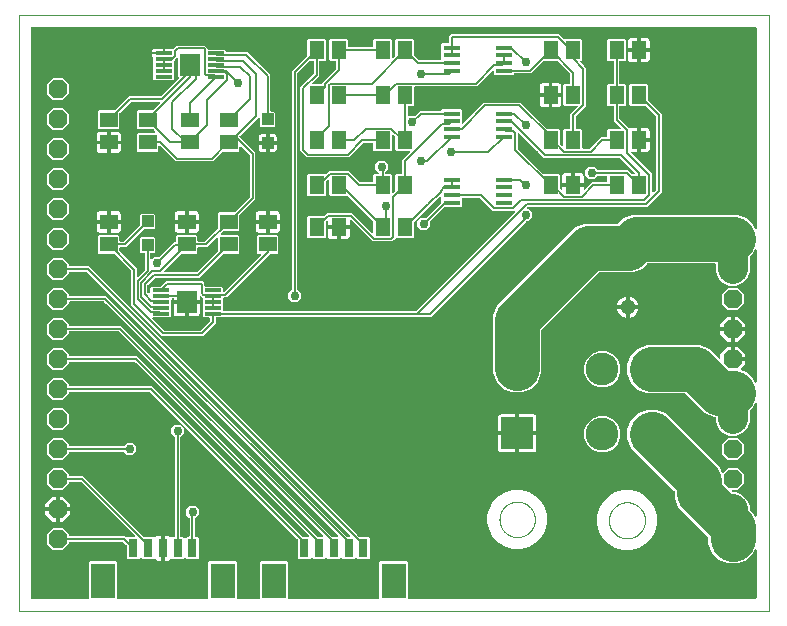
<source format=gbr>
G04 EAGLE Gerber RS-274X export*
G75*
%MOMM*%
%FSLAX34Y34*%
%LPD*%
%INTop Copper*%
%IPPOS*%
%AMOC8*
5,1,8,0,0,1.08239X$1,22.5*%
G01*
%ADD10C,0.000000*%
%ADD11P,1.732040X8X22.500000*%
%ADD12R,0.800000X1.600000*%
%ADD13R,2.100000X3.000000*%
%ADD14C,2.775000*%
%ADD15R,1.425000X0.300000*%
%ADD16R,1.680000X1.880000*%
%ADD17R,1.500000X1.300000*%
%ADD18R,1.000000X1.000000*%
%ADD19R,2.705100X2.705100*%
%ADD20R,1.308000X1.308000*%
%ADD21C,1.308000*%
%ADD22R,1.425000X0.450000*%
%ADD23R,1.300000X1.500000*%
%ADD24C,0.152400*%
%ADD25C,0.756400*%
%ADD26C,3.810000*%
%ADD27C,2.540000*%

G36*
X58554Y10164D02*
X58554Y10164D01*
X58573Y10162D01*
X58675Y10184D01*
X58777Y10200D01*
X58794Y10210D01*
X58814Y10214D01*
X58903Y10267D01*
X58994Y10316D01*
X59008Y10330D01*
X59025Y10340D01*
X59092Y10419D01*
X59164Y10494D01*
X59172Y10512D01*
X59185Y10527D01*
X59224Y10623D01*
X59267Y10717D01*
X59269Y10737D01*
X59277Y10755D01*
X59295Y10922D01*
X59295Y41472D01*
X60188Y42365D01*
X82452Y42365D01*
X83345Y41472D01*
X83345Y10922D01*
X83348Y10902D01*
X83346Y10883D01*
X83368Y10781D01*
X83384Y10679D01*
X83394Y10662D01*
X83398Y10642D01*
X83451Y10553D01*
X83500Y10462D01*
X83514Y10448D01*
X83524Y10431D01*
X83603Y10364D01*
X83678Y10292D01*
X83696Y10284D01*
X83711Y10271D01*
X83807Y10232D01*
X83901Y10189D01*
X83921Y10187D01*
X83939Y10179D01*
X84106Y10161D01*
X159734Y10161D01*
X159754Y10164D01*
X159773Y10162D01*
X159875Y10184D01*
X159977Y10200D01*
X159994Y10210D01*
X160014Y10214D01*
X160103Y10267D01*
X160194Y10316D01*
X160208Y10330D01*
X160225Y10340D01*
X160292Y10419D01*
X160364Y10494D01*
X160372Y10512D01*
X160385Y10527D01*
X160424Y10623D01*
X160467Y10717D01*
X160469Y10737D01*
X160477Y10755D01*
X160495Y10922D01*
X160495Y41472D01*
X161388Y42365D01*
X183652Y42365D01*
X184545Y41472D01*
X184545Y10922D01*
X184548Y10902D01*
X184546Y10883D01*
X184568Y10781D01*
X184584Y10679D01*
X184594Y10662D01*
X184598Y10642D01*
X184651Y10553D01*
X184700Y10462D01*
X184714Y10448D01*
X184724Y10431D01*
X184803Y10364D01*
X184878Y10292D01*
X184896Y10284D01*
X184911Y10271D01*
X185007Y10232D01*
X185101Y10189D01*
X185121Y10187D01*
X185139Y10179D01*
X185306Y10161D01*
X203314Y10161D01*
X203334Y10164D01*
X203353Y10162D01*
X203455Y10184D01*
X203557Y10200D01*
X203574Y10210D01*
X203594Y10214D01*
X203683Y10267D01*
X203774Y10316D01*
X203788Y10330D01*
X203805Y10340D01*
X203872Y10419D01*
X203944Y10494D01*
X203952Y10512D01*
X203965Y10527D01*
X204004Y10623D01*
X204047Y10717D01*
X204049Y10737D01*
X204057Y10755D01*
X204075Y10922D01*
X204075Y41472D01*
X204968Y42365D01*
X227232Y42365D01*
X228125Y41472D01*
X228125Y10922D01*
X228128Y10902D01*
X228126Y10883D01*
X228148Y10781D01*
X228164Y10679D01*
X228174Y10662D01*
X228178Y10642D01*
X228231Y10553D01*
X228280Y10462D01*
X228294Y10448D01*
X228304Y10431D01*
X228383Y10364D01*
X228458Y10292D01*
X228476Y10284D01*
X228491Y10271D01*
X228587Y10232D01*
X228681Y10189D01*
X228701Y10187D01*
X228719Y10179D01*
X228886Y10161D01*
X304514Y10161D01*
X304534Y10164D01*
X304553Y10162D01*
X304655Y10184D01*
X304757Y10200D01*
X304774Y10210D01*
X304794Y10214D01*
X304883Y10267D01*
X304974Y10316D01*
X304988Y10330D01*
X305005Y10340D01*
X305072Y10419D01*
X305144Y10494D01*
X305152Y10512D01*
X305165Y10527D01*
X305204Y10623D01*
X305247Y10717D01*
X305249Y10737D01*
X305257Y10755D01*
X305275Y10922D01*
X305275Y41472D01*
X306168Y42365D01*
X328432Y42365D01*
X329325Y41472D01*
X329325Y10922D01*
X329328Y10902D01*
X329326Y10883D01*
X329348Y10781D01*
X329364Y10679D01*
X329374Y10662D01*
X329378Y10642D01*
X329431Y10553D01*
X329480Y10462D01*
X329494Y10448D01*
X329504Y10431D01*
X329583Y10364D01*
X329658Y10292D01*
X329676Y10284D01*
X329691Y10271D01*
X329787Y10232D01*
X329881Y10189D01*
X329901Y10187D01*
X329919Y10179D01*
X330086Y10161D01*
X623878Y10161D01*
X623898Y10164D01*
X623917Y10162D01*
X624019Y10184D01*
X624121Y10200D01*
X624138Y10210D01*
X624158Y10214D01*
X624247Y10267D01*
X624338Y10316D01*
X624352Y10330D01*
X624369Y10340D01*
X624436Y10419D01*
X624508Y10494D01*
X624516Y10512D01*
X624529Y10527D01*
X624568Y10623D01*
X624611Y10717D01*
X624613Y10737D01*
X624621Y10755D01*
X624639Y10922D01*
X624639Y51941D01*
X624624Y52037D01*
X624614Y52134D01*
X624604Y52158D01*
X624600Y52184D01*
X624554Y52270D01*
X624514Y52359D01*
X624497Y52378D01*
X624484Y52401D01*
X624414Y52468D01*
X624348Y52540D01*
X624325Y52552D01*
X624306Y52570D01*
X624218Y52611D01*
X624132Y52658D01*
X624107Y52663D01*
X624083Y52674D01*
X623986Y52685D01*
X623890Y52702D01*
X623864Y52698D01*
X623839Y52701D01*
X623743Y52680D01*
X623647Y52666D01*
X623624Y52654D01*
X623598Y52649D01*
X623515Y52599D01*
X623428Y52555D01*
X623409Y52536D01*
X623387Y52523D01*
X623324Y52449D01*
X623256Y52379D01*
X623240Y52351D01*
X623227Y52336D01*
X623215Y52305D01*
X623175Y52232D01*
X621962Y49305D01*
X616175Y43518D01*
X608613Y40385D01*
X600427Y40385D01*
X592865Y43518D01*
X587078Y49305D01*
X583945Y56867D01*
X583945Y62511D01*
X583931Y62601D01*
X583923Y62692D01*
X583911Y62722D01*
X583906Y62754D01*
X583863Y62835D01*
X583827Y62918D01*
X583801Y62951D01*
X583790Y62971D01*
X583767Y62993D01*
X583722Y63049D01*
X558503Y88269D01*
X555370Y95831D01*
X555370Y101017D01*
X555356Y101107D01*
X555348Y101198D01*
X555336Y101228D01*
X555331Y101260D01*
X555288Y101341D01*
X555252Y101425D01*
X555226Y101457D01*
X555215Y101477D01*
X555192Y101500D01*
X555147Y101556D01*
X518498Y138205D01*
X515365Y145767D01*
X515365Y153953D01*
X518498Y161515D01*
X524285Y167302D01*
X531847Y170435D01*
X540033Y170435D01*
X547595Y167302D01*
X593387Y121510D01*
X595122Y117322D01*
X595146Y117283D01*
X595162Y117240D01*
X595211Y117179D01*
X595252Y117113D01*
X595287Y117084D01*
X595316Y117048D01*
X595381Y117006D01*
X595441Y116956D01*
X595484Y116940D01*
X595523Y116915D01*
X595598Y116896D01*
X595671Y116868D01*
X595717Y116866D01*
X595761Y116855D01*
X595839Y116861D01*
X595916Y116858D01*
X595961Y116870D01*
X596006Y116874D01*
X596078Y116904D01*
X596153Y116926D01*
X596190Y116952D01*
X596233Y116970D01*
X596339Y117056D01*
X596355Y117066D01*
X596358Y117070D01*
X596364Y117075D01*
X600574Y121286D01*
X608466Y121286D01*
X614046Y115706D01*
X614046Y107814D01*
X608466Y102234D01*
X604569Y102234D01*
X604499Y102223D01*
X604427Y102221D01*
X604378Y102203D01*
X604327Y102195D01*
X604263Y102161D01*
X604196Y102136D01*
X604155Y102104D01*
X604109Y102079D01*
X604060Y102028D01*
X604004Y101983D01*
X603976Y101939D01*
X603940Y101901D01*
X603910Y101836D01*
X603871Y101776D01*
X603858Y101725D01*
X603836Y101678D01*
X603828Y101607D01*
X603811Y101537D01*
X603815Y101485D01*
X603809Y101434D01*
X603824Y101363D01*
X603830Y101292D01*
X603850Y101244D01*
X603861Y101193D01*
X603898Y101132D01*
X603926Y101066D01*
X603971Y101010D01*
X603988Y100982D01*
X604005Y100967D01*
X604031Y100935D01*
X604158Y100808D01*
X604232Y100754D01*
X604302Y100695D01*
X604332Y100683D01*
X604358Y100664D01*
X604445Y100637D01*
X604530Y100603D01*
X604571Y100599D01*
X604593Y100592D01*
X604625Y100593D01*
X604696Y100585D01*
X607349Y100585D01*
X612578Y98419D01*
X616579Y94418D01*
X618745Y89189D01*
X618745Y86536D01*
X618759Y86446D01*
X618767Y86355D01*
X618779Y86326D01*
X618784Y86294D01*
X618827Y86213D01*
X618863Y86129D01*
X618889Y86097D01*
X618900Y86076D01*
X618923Y86054D01*
X618968Y85998D01*
X621962Y83003D01*
X623175Y80077D01*
X623226Y79994D01*
X623272Y79908D01*
X623291Y79890D01*
X623304Y79868D01*
X623379Y79805D01*
X623450Y79738D01*
X623474Y79727D01*
X623494Y79711D01*
X623585Y79676D01*
X623673Y79635D01*
X623699Y79632D01*
X623723Y79623D01*
X623821Y79618D01*
X623917Y79608D01*
X623943Y79613D01*
X623969Y79612D01*
X624063Y79639D01*
X624158Y79660D01*
X624180Y79673D01*
X624205Y79681D01*
X624285Y79736D01*
X624369Y79786D01*
X624386Y79806D01*
X624407Y79821D01*
X624466Y79899D01*
X624529Y79973D01*
X624539Y79997D01*
X624554Y80018D01*
X624584Y80111D01*
X624621Y80201D01*
X624624Y80234D01*
X624630Y80252D01*
X624630Y80285D01*
X624639Y80368D01*
X624639Y175766D01*
X624624Y175862D01*
X624614Y175959D01*
X624604Y175983D01*
X624600Y176009D01*
X624554Y176095D01*
X624514Y176184D01*
X624497Y176203D01*
X624484Y176226D01*
X624414Y176293D01*
X624348Y176365D01*
X624325Y176377D01*
X624306Y176395D01*
X624218Y176436D01*
X624132Y176483D01*
X624107Y176488D01*
X624083Y176499D01*
X623986Y176510D01*
X623890Y176527D01*
X623864Y176523D01*
X623839Y176526D01*
X623743Y176505D01*
X623647Y176491D01*
X623624Y176479D01*
X623598Y176474D01*
X623515Y176424D01*
X623428Y176380D01*
X623409Y176361D01*
X623387Y176348D01*
X623324Y176274D01*
X623256Y176204D01*
X623240Y176176D01*
X623227Y176161D01*
X623215Y176130D01*
X623175Y176057D01*
X621962Y173130D01*
X618968Y170136D01*
X618915Y170062D01*
X618855Y169992D01*
X618843Y169962D01*
X618824Y169936D01*
X618797Y169849D01*
X618763Y169764D01*
X618759Y169723D01*
X618752Y169701D01*
X618753Y169669D01*
X618745Y169597D01*
X618745Y159731D01*
X616579Y154502D01*
X612578Y150501D01*
X607349Y148335D01*
X601691Y148335D01*
X596462Y150501D01*
X592461Y154502D01*
X590295Y159731D01*
X590295Y163449D01*
X590292Y163469D01*
X590294Y163488D01*
X590272Y163590D01*
X590256Y163692D01*
X590246Y163709D01*
X590242Y163729D01*
X590189Y163818D01*
X590140Y163909D01*
X590126Y163923D01*
X590116Y163940D01*
X590037Y164007D01*
X589962Y164079D01*
X589944Y164087D01*
X589929Y164100D01*
X589833Y164139D01*
X589739Y164182D01*
X589719Y164184D01*
X589701Y164192D01*
X589534Y164210D01*
X588591Y164210D01*
X581029Y167343D01*
X564309Y184062D01*
X564236Y184115D01*
X564166Y184175D01*
X564136Y184187D01*
X564110Y184206D01*
X564023Y184233D01*
X563938Y184267D01*
X563897Y184271D01*
X563875Y184278D01*
X563842Y184277D01*
X563771Y184285D01*
X531847Y184285D01*
X524285Y187418D01*
X518498Y193205D01*
X515365Y200767D01*
X515365Y208953D01*
X518498Y216515D01*
X524285Y222302D01*
X531847Y225435D01*
X576701Y225435D01*
X584263Y222302D01*
X592679Y213887D01*
X592737Y213845D01*
X592789Y213796D01*
X592836Y213774D01*
X592878Y213744D01*
X592947Y213722D01*
X593012Y213692D01*
X593064Y213687D01*
X593114Y213671D01*
X593185Y213673D01*
X593256Y213665D01*
X593307Y213676D01*
X593359Y213678D01*
X593427Y213702D01*
X593497Y213717D01*
X593542Y213744D01*
X593590Y213762D01*
X593646Y213807D01*
X593708Y213844D01*
X593742Y213883D01*
X593782Y213916D01*
X593821Y213976D01*
X593868Y214031D01*
X593887Y214079D01*
X593915Y214123D01*
X593933Y214192D01*
X593960Y214259D01*
X593968Y214330D01*
X593976Y214361D01*
X593974Y214384D01*
X593978Y214425D01*
X593978Y217727D01*
X600153Y223902D01*
X602997Y223902D01*
X602997Y214122D01*
X603000Y214102D01*
X602998Y214083D01*
X603020Y213981D01*
X603037Y213879D01*
X603046Y213862D01*
X603050Y213842D01*
X603103Y213753D01*
X603152Y213662D01*
X603166Y213648D01*
X603176Y213631D01*
X603255Y213564D01*
X603330Y213493D01*
X603348Y213484D01*
X603363Y213471D01*
X603459Y213433D01*
X603553Y213389D01*
X603573Y213387D01*
X603591Y213379D01*
X603758Y213361D01*
X604521Y213361D01*
X604521Y212598D01*
X604524Y212578D01*
X604522Y212559D01*
X604544Y212457D01*
X604561Y212355D01*
X604570Y212338D01*
X604574Y212318D01*
X604627Y212229D01*
X604676Y212138D01*
X604690Y212124D01*
X604700Y212107D01*
X604779Y212040D01*
X604854Y211969D01*
X604872Y211960D01*
X604887Y211947D01*
X604983Y211908D01*
X605077Y211865D01*
X605097Y211863D01*
X605115Y211855D01*
X605282Y211837D01*
X615062Y211837D01*
X615062Y208993D01*
X611409Y205341D01*
X611382Y205304D01*
X611348Y205272D01*
X611311Y205204D01*
X611265Y205141D01*
X611252Y205097D01*
X611230Y205057D01*
X611216Y204980D01*
X611193Y204906D01*
X611194Y204860D01*
X611186Y204815D01*
X611197Y204738D01*
X611199Y204660D01*
X611215Y204617D01*
X611222Y204571D01*
X611257Y204502D01*
X611284Y204429D01*
X611313Y204393D01*
X611333Y204352D01*
X611389Y204298D01*
X611438Y204237D01*
X611476Y204212D01*
X611509Y204180D01*
X611629Y204114D01*
X611644Y204104D01*
X611649Y204103D01*
X611656Y204099D01*
X616175Y202227D01*
X621962Y196440D01*
X623175Y193513D01*
X623226Y193430D01*
X623272Y193344D01*
X623290Y193326D01*
X623304Y193304D01*
X623380Y193242D01*
X623450Y193175D01*
X623474Y193164D01*
X623494Y193147D01*
X623585Y193112D01*
X623673Y193071D01*
X623699Y193068D01*
X623723Y193059D01*
X623821Y193055D01*
X623917Y193044D01*
X623943Y193049D01*
X623969Y193048D01*
X624063Y193075D01*
X624158Y193096D01*
X624180Y193110D01*
X624205Y193117D01*
X624285Y193172D01*
X624369Y193222D01*
X624386Y193242D01*
X624407Y193257D01*
X624466Y193335D01*
X624529Y193409D01*
X624539Y193434D01*
X624554Y193455D01*
X624584Y193547D01*
X624621Y193637D01*
X624624Y193670D01*
X624630Y193688D01*
X624630Y193721D01*
X624639Y193804D01*
X624639Y305941D01*
X624624Y306037D01*
X624614Y306134D01*
X624604Y306158D01*
X624600Y306184D01*
X624554Y306270D01*
X624514Y306359D01*
X624497Y306378D01*
X624484Y306401D01*
X624414Y306468D01*
X624348Y306540D01*
X624325Y306552D01*
X624306Y306570D01*
X624218Y306611D01*
X624132Y306658D01*
X624107Y306663D01*
X624083Y306674D01*
X623986Y306685D01*
X623890Y306702D01*
X623864Y306698D01*
X623839Y306701D01*
X623743Y306680D01*
X623647Y306666D01*
X623624Y306654D01*
X623598Y306649D01*
X623515Y306599D01*
X623428Y306555D01*
X623409Y306536D01*
X623387Y306523D01*
X623324Y306449D01*
X623256Y306379D01*
X623240Y306351D01*
X623227Y306336D01*
X623215Y306305D01*
X623175Y306232D01*
X621962Y303305D01*
X618968Y300311D01*
X618915Y300237D01*
X618855Y300167D01*
X618843Y300137D01*
X618824Y300111D01*
X618797Y300024D01*
X618763Y299939D01*
X618759Y299898D01*
X618752Y299876D01*
X618753Y299844D01*
X618745Y299772D01*
X618745Y286731D01*
X616579Y281502D01*
X612578Y277501D01*
X607349Y275335D01*
X601691Y275335D01*
X596462Y277501D01*
X592461Y281502D01*
X590295Y286731D01*
X590295Y293624D01*
X590292Y293644D01*
X590294Y293663D01*
X590272Y293765D01*
X590256Y293867D01*
X590246Y293884D01*
X590242Y293904D01*
X590189Y293993D01*
X590140Y294084D01*
X590126Y294098D01*
X590116Y294115D01*
X590037Y294182D01*
X589962Y294254D01*
X589944Y294262D01*
X589929Y294275D01*
X589833Y294314D01*
X589739Y294357D01*
X589719Y294359D01*
X589701Y294367D01*
X589534Y294385D01*
X532078Y294385D01*
X531988Y294371D01*
X531897Y294363D01*
X531867Y294351D01*
X531835Y294346D01*
X531754Y294303D01*
X531670Y294267D01*
X531638Y294241D01*
X531618Y294230D01*
X531595Y294207D01*
X531539Y294162D01*
X527275Y289898D01*
X519713Y286765D01*
X491438Y286765D01*
X491348Y286751D01*
X491257Y286743D01*
X491227Y286731D01*
X491195Y286726D01*
X491114Y286683D01*
X491030Y286647D01*
X490998Y286621D01*
X490978Y286610D01*
X490955Y286587D01*
X490899Y286542D01*
X442806Y238449D01*
X442753Y238375D01*
X442693Y238306D01*
X442681Y238275D01*
X442662Y238249D01*
X442636Y238162D01*
X442602Y238077D01*
X442597Y238036D01*
X442590Y238014D01*
X442591Y237982D01*
X442583Y237911D01*
X442583Y201571D01*
X439451Y194009D01*
X437282Y191840D01*
X437234Y191774D01*
X437227Y191766D01*
X437225Y191762D01*
X437169Y191697D01*
X437157Y191666D01*
X437138Y191640D01*
X437114Y191562D01*
X436123Y190571D01*
X436047Y190531D01*
X435963Y190495D01*
X435931Y190470D01*
X435910Y190459D01*
X435888Y190435D01*
X435832Y190391D01*
X433663Y188221D01*
X426101Y185089D01*
X417916Y185089D01*
X410354Y188221D01*
X408184Y190391D01*
X408111Y190444D01*
X408041Y190503D01*
X408011Y190515D01*
X407985Y190534D01*
X407907Y190558D01*
X406916Y191549D01*
X406876Y191625D01*
X406840Y191709D01*
X406814Y191741D01*
X406803Y191762D01*
X406780Y191784D01*
X406735Y191840D01*
X404566Y194009D01*
X401434Y201571D01*
X401434Y250841D01*
X404566Y258403D01*
X470945Y324782D01*
X478507Y327915D01*
X506782Y327915D01*
X506872Y327929D01*
X506963Y327937D01*
X506993Y327949D01*
X507025Y327954D01*
X507106Y327997D01*
X507190Y328033D01*
X507222Y328059D01*
X507242Y328070D01*
X507265Y328093D01*
X507321Y328138D01*
X511585Y332402D01*
X519147Y335535D01*
X608613Y335535D01*
X616175Y332402D01*
X621962Y326615D01*
X623175Y323688D01*
X623226Y323605D01*
X623272Y323519D01*
X623290Y323501D01*
X623304Y323479D01*
X623380Y323417D01*
X623450Y323350D01*
X623474Y323339D01*
X623494Y323322D01*
X623585Y323287D01*
X623673Y323246D01*
X623699Y323243D01*
X623723Y323234D01*
X623821Y323230D01*
X623917Y323219D01*
X623943Y323224D01*
X623969Y323223D01*
X624063Y323250D01*
X624158Y323271D01*
X624180Y323285D01*
X624205Y323292D01*
X624285Y323347D01*
X624369Y323397D01*
X624386Y323417D01*
X624407Y323432D01*
X624466Y323510D01*
X624529Y323584D01*
X624539Y323609D01*
X624554Y323630D01*
X624584Y323722D01*
X624621Y323812D01*
X624624Y323845D01*
X624630Y323863D01*
X624630Y323896D01*
X624639Y323979D01*
X624639Y493778D01*
X624636Y493798D01*
X624638Y493817D01*
X624616Y493919D01*
X624600Y494021D01*
X624590Y494038D01*
X624586Y494058D01*
X624533Y494147D01*
X624484Y494238D01*
X624470Y494252D01*
X624460Y494269D01*
X624381Y494336D01*
X624306Y494408D01*
X624288Y494416D01*
X624273Y494429D01*
X624177Y494468D01*
X624083Y494511D01*
X624063Y494513D01*
X624045Y494521D01*
X623878Y494539D01*
X10922Y494539D01*
X10902Y494536D01*
X10883Y494538D01*
X10781Y494516D01*
X10679Y494500D01*
X10662Y494490D01*
X10642Y494486D01*
X10553Y494433D01*
X10462Y494384D01*
X10448Y494370D01*
X10431Y494360D01*
X10364Y494281D01*
X10292Y494206D01*
X10284Y494188D01*
X10271Y494173D01*
X10232Y494077D01*
X10189Y493983D01*
X10187Y493963D01*
X10179Y493945D01*
X10161Y493778D01*
X10161Y10922D01*
X10164Y10902D01*
X10162Y10883D01*
X10184Y10781D01*
X10200Y10679D01*
X10210Y10662D01*
X10214Y10642D01*
X10267Y10553D01*
X10316Y10462D01*
X10330Y10448D01*
X10340Y10431D01*
X10419Y10364D01*
X10494Y10292D01*
X10512Y10284D01*
X10527Y10271D01*
X10623Y10232D01*
X10717Y10189D01*
X10737Y10187D01*
X10755Y10179D01*
X10922Y10161D01*
X58534Y10161D01*
X58554Y10164D01*
G37*
%LPC*%
G36*
X121163Y232945D02*
X121163Y232945D01*
X95249Y258859D01*
X95249Y287941D01*
X95235Y288032D01*
X95227Y288122D01*
X95215Y288152D01*
X95210Y288184D01*
X95167Y288265D01*
X95131Y288349D01*
X95105Y288381D01*
X95094Y288402D01*
X95071Y288424D01*
X95026Y288480D01*
X81214Y302292D01*
X81140Y302345D01*
X81070Y302405D01*
X81040Y302417D01*
X81014Y302436D01*
X80927Y302463D01*
X80842Y302497D01*
X80801Y302501D01*
X80779Y302508D01*
X80747Y302507D01*
X80675Y302515D01*
X68068Y302515D01*
X67175Y303408D01*
X67175Y317672D01*
X68068Y318565D01*
X84332Y318565D01*
X85225Y317672D01*
X85225Y313588D01*
X85228Y313568D01*
X85226Y313549D01*
X85248Y313447D01*
X85264Y313345D01*
X85274Y313328D01*
X85278Y313308D01*
X85331Y313219D01*
X85380Y313128D01*
X85394Y313114D01*
X85404Y313097D01*
X85483Y313030D01*
X85558Y312958D01*
X85576Y312950D01*
X85591Y312937D01*
X85687Y312898D01*
X85781Y312855D01*
X85801Y312853D01*
X85819Y312845D01*
X85986Y312827D01*
X88457Y312827D01*
X88548Y312841D01*
X88638Y312849D01*
X88668Y312861D01*
X88700Y312866D01*
X88781Y312909D01*
X88865Y312945D01*
X88897Y312971D01*
X88918Y312982D01*
X88940Y313005D01*
X88996Y313050D01*
X102472Y326526D01*
X102525Y326600D01*
X102585Y326670D01*
X102597Y326700D01*
X102616Y326726D01*
X102643Y326813D01*
X102677Y326898D01*
X102681Y326939D01*
X102688Y326961D01*
X102687Y326993D01*
X102695Y327064D01*
X102695Y335672D01*
X103588Y336565D01*
X114852Y336565D01*
X115745Y335672D01*
X115745Y324408D01*
X114852Y323515D01*
X106244Y323515D01*
X106154Y323501D01*
X106063Y323493D01*
X106034Y323481D01*
X106002Y323476D01*
X105921Y323433D01*
X105837Y323397D01*
X105805Y323371D01*
X105784Y323360D01*
X105762Y323337D01*
X105706Y323292D01*
X92230Y309816D01*
X90667Y308253D01*
X85986Y308253D01*
X85966Y308250D01*
X85947Y308252D01*
X85845Y308230D01*
X85743Y308214D01*
X85726Y308204D01*
X85706Y308200D01*
X85617Y308147D01*
X85526Y308098D01*
X85512Y308084D01*
X85495Y308074D01*
X85428Y307995D01*
X85356Y307920D01*
X85348Y307902D01*
X85335Y307887D01*
X85296Y307791D01*
X85253Y307697D01*
X85251Y307677D01*
X85243Y307659D01*
X85225Y307492D01*
X85225Y305065D01*
X85239Y304974D01*
X85247Y304884D01*
X85259Y304854D01*
X85264Y304822D01*
X85307Y304741D01*
X85343Y304657D01*
X85369Y304625D01*
X85380Y304604D01*
X85403Y304582D01*
X85448Y304526D01*
X99823Y290151D01*
X99823Y283696D01*
X99834Y283625D01*
X99836Y283553D01*
X99854Y283504D01*
X99862Y283453D01*
X99896Y283389D01*
X99921Y283322D01*
X99953Y283281D01*
X99978Y283235D01*
X100030Y283186D01*
X100074Y283130D01*
X100118Y283102D01*
X100156Y283066D01*
X100221Y283036D01*
X100281Y282997D01*
X100332Y282984D01*
X100379Y282962D01*
X100450Y282955D01*
X100520Y282937D01*
X100572Y282941D01*
X100623Y282935D01*
X100694Y282951D01*
X100765Y282956D01*
X100813Y282977D01*
X100864Y282988D01*
X100925Y283024D01*
X100991Y283052D01*
X101047Y283097D01*
X101075Y283114D01*
X101090Y283132D01*
X101122Y283157D01*
X106710Y288745D01*
X106763Y288819D01*
X106823Y288889D01*
X106835Y288919D01*
X106854Y288945D01*
X106881Y289032D01*
X106915Y289117D01*
X106919Y289158D01*
X106926Y289180D01*
X106925Y289212D01*
X106933Y289284D01*
X106933Y302754D01*
X106930Y302774D01*
X106932Y302793D01*
X106910Y302895D01*
X106894Y302997D01*
X106884Y303014D01*
X106880Y303034D01*
X106827Y303123D01*
X106778Y303214D01*
X106764Y303228D01*
X106754Y303245D01*
X106675Y303312D01*
X106600Y303384D01*
X106582Y303392D01*
X106567Y303405D01*
X106471Y303444D01*
X106377Y303487D01*
X106357Y303489D01*
X106339Y303497D01*
X106172Y303515D01*
X103588Y303515D01*
X102695Y304408D01*
X102695Y315672D01*
X103588Y316565D01*
X114852Y316565D01*
X115745Y315672D01*
X115745Y304408D01*
X114852Y303515D01*
X112268Y303515D01*
X112248Y303512D01*
X112229Y303514D01*
X112127Y303492D01*
X112025Y303476D01*
X112008Y303466D01*
X111988Y303462D01*
X111899Y303409D01*
X111808Y303360D01*
X111794Y303346D01*
X111777Y303336D01*
X111710Y303257D01*
X111638Y303182D01*
X111630Y303164D01*
X111617Y303149D01*
X111578Y303053D01*
X111535Y302959D01*
X111533Y302939D01*
X111525Y302921D01*
X111507Y302754D01*
X111507Y298649D01*
X111508Y298640D01*
X111508Y298635D01*
X111513Y298610D01*
X111518Y298579D01*
X111520Y298507D01*
X111538Y298458D01*
X111546Y298407D01*
X111580Y298343D01*
X111605Y298276D01*
X111637Y298235D01*
X111662Y298189D01*
X111714Y298140D01*
X111758Y298084D01*
X111802Y298056D01*
X111840Y298020D01*
X111905Y297990D01*
X111965Y297951D01*
X112016Y297938D01*
X112063Y297916D01*
X112134Y297908D01*
X112204Y297891D01*
X112256Y297895D01*
X112307Y297889D01*
X112378Y297904D01*
X112449Y297910D01*
X112497Y297930D01*
X112548Y297941D01*
X112609Y297978D01*
X112675Y298006D01*
X112731Y298051D01*
X112759Y298068D01*
X112774Y298085D01*
X112806Y298111D01*
X114642Y299947D01*
X118597Y299947D01*
X118688Y299961D01*
X118778Y299969D01*
X118808Y299981D01*
X118840Y299986D01*
X118921Y300029D01*
X119005Y300065D01*
X119037Y300091D01*
X119058Y300102D01*
X119080Y300125D01*
X119136Y300170D01*
X131133Y312167D01*
X132454Y312167D01*
X132474Y312170D01*
X132493Y312168D01*
X132595Y312190D01*
X132697Y312206D01*
X132714Y312216D01*
X132734Y312220D01*
X132823Y312273D01*
X132914Y312322D01*
X132928Y312336D01*
X132945Y312346D01*
X133012Y312425D01*
X133084Y312500D01*
X133092Y312518D01*
X133105Y312533D01*
X133144Y312629D01*
X133187Y312723D01*
X133189Y312743D01*
X133197Y312761D01*
X133215Y312928D01*
X133215Y317672D01*
X134108Y318565D01*
X150372Y318565D01*
X151265Y317672D01*
X151265Y313588D01*
X151268Y313568D01*
X151266Y313549D01*
X151288Y313447D01*
X151304Y313345D01*
X151314Y313328D01*
X151318Y313308D01*
X151371Y313219D01*
X151420Y313128D01*
X151434Y313114D01*
X151444Y313097D01*
X151523Y313030D01*
X151598Y312958D01*
X151616Y312950D01*
X151631Y312937D01*
X151727Y312898D01*
X151821Y312855D01*
X151841Y312853D01*
X151859Y312845D01*
X152026Y312827D01*
X157537Y312827D01*
X157628Y312841D01*
X157718Y312849D01*
X157748Y312861D01*
X157780Y312866D01*
X157861Y312909D01*
X157945Y312945D01*
X157977Y312971D01*
X157998Y312982D01*
X158020Y313005D01*
X158076Y313050D01*
X168552Y323526D01*
X168605Y323600D01*
X168665Y323670D01*
X168677Y323700D01*
X168696Y323726D01*
X168723Y323813D01*
X168757Y323898D01*
X168761Y323939D01*
X168768Y323961D01*
X168767Y323993D01*
X168775Y324065D01*
X168775Y336672D01*
X169668Y337565D01*
X182275Y337565D01*
X182366Y337579D01*
X182456Y337587D01*
X182486Y337599D01*
X182518Y337604D01*
X182599Y337647D01*
X182683Y337683D01*
X182715Y337709D01*
X182736Y337720D01*
X182758Y337743D01*
X182814Y337788D01*
X195610Y350584D01*
X195663Y350658D01*
X195723Y350728D01*
X195735Y350758D01*
X195754Y350784D01*
X195781Y350871D01*
X195815Y350956D01*
X195819Y350997D01*
X195826Y351019D01*
X195825Y351051D01*
X195833Y351123D01*
X195833Y385477D01*
X195831Y385489D01*
X195832Y385496D01*
X195824Y385535D01*
X195819Y385568D01*
X195811Y385658D01*
X195799Y385688D01*
X195794Y385720D01*
X195751Y385801D01*
X195715Y385885D01*
X195689Y385917D01*
X195678Y385938D01*
X195655Y385960D01*
X195610Y386016D01*
X188124Y393502D01*
X188066Y393544D01*
X188014Y393593D01*
X187967Y393615D01*
X187925Y393645D01*
X187856Y393666D01*
X187791Y393697D01*
X187739Y393702D01*
X187689Y393718D01*
X187618Y393716D01*
X187547Y393724D01*
X187496Y393713D01*
X187444Y393711D01*
X187376Y393687D01*
X187306Y393672D01*
X187261Y393645D01*
X187213Y393627D01*
X187157Y393582D01*
X187095Y393545D01*
X187061Y393506D01*
X187021Y393473D01*
X186982Y393413D01*
X186935Y393358D01*
X186916Y393310D01*
X186888Y393266D01*
X186870Y393197D01*
X186843Y393130D01*
X186835Y393059D01*
X186827Y393028D01*
X186829Y393004D01*
X186825Y392964D01*
X186825Y389768D01*
X185932Y388875D01*
X172777Y388875D01*
X172687Y388861D01*
X172596Y388853D01*
X172567Y388841D01*
X172535Y388836D01*
X172454Y388793D01*
X172370Y388757D01*
X172338Y388731D01*
X172317Y388720D01*
X172295Y388697D01*
X172239Y388652D01*
X164334Y380747D01*
X132846Y380747D01*
X119544Y394049D01*
X119486Y394091D01*
X119434Y394140D01*
X119387Y394162D01*
X119345Y394192D01*
X119276Y394214D01*
X119211Y394244D01*
X119159Y394250D01*
X119109Y394265D01*
X119038Y394263D01*
X118967Y394271D01*
X118916Y394260D01*
X118864Y394258D01*
X118796Y394234D01*
X118726Y394219D01*
X118681Y394192D01*
X118633Y394174D01*
X118577Y394129D01*
X118515Y394092D01*
X118481Y394053D01*
X118441Y394020D01*
X118402Y393960D01*
X118355Y393906D01*
X118336Y393857D01*
X118308Y393813D01*
X118290Y393744D01*
X118263Y393677D01*
X118255Y393606D01*
X118247Y393575D01*
X118249Y393552D01*
X118245Y393511D01*
X118245Y389768D01*
X117352Y388875D01*
X101088Y388875D01*
X100195Y389768D01*
X100195Y404032D01*
X101088Y404925D01*
X115124Y404925D01*
X115194Y404936D01*
X115266Y404938D01*
X115315Y404956D01*
X115366Y404964D01*
X115430Y404998D01*
X115497Y405023D01*
X115538Y405055D01*
X115584Y405080D01*
X115633Y405132D01*
X115689Y405176D01*
X115717Y405220D01*
X115753Y405258D01*
X115783Y405323D01*
X115822Y405383D01*
X115835Y405434D01*
X115857Y405481D01*
X115865Y405552D01*
X115882Y405622D01*
X115878Y405674D01*
X115884Y405725D01*
X115869Y405796D01*
X115863Y405867D01*
X115843Y405915D01*
X115832Y405966D01*
X115795Y406027D01*
X115767Y406093D01*
X115722Y406149D01*
X115705Y406177D01*
X115688Y406192D01*
X115662Y406224D01*
X114234Y407652D01*
X114160Y407705D01*
X114090Y407765D01*
X114060Y407777D01*
X114034Y407796D01*
X113947Y407823D01*
X113862Y407857D01*
X113821Y407861D01*
X113799Y407868D01*
X113767Y407867D01*
X113695Y407875D01*
X101088Y407875D01*
X100195Y408768D01*
X100195Y423032D01*
X101088Y423925D01*
X113035Y423925D01*
X113126Y423939D01*
X113216Y423947D01*
X113246Y423959D01*
X113278Y423964D01*
X113359Y424007D01*
X113443Y424043D01*
X113475Y424069D01*
X113496Y424080D01*
X113518Y424103D01*
X113574Y424148D01*
X119520Y430094D01*
X119562Y430152D01*
X119611Y430204D01*
X119633Y430251D01*
X119663Y430293D01*
X119684Y430362D01*
X119715Y430427D01*
X119720Y430479D01*
X119736Y430529D01*
X119734Y430600D01*
X119742Y430671D01*
X119731Y430722D01*
X119729Y430774D01*
X119705Y430842D01*
X119690Y430912D01*
X119663Y430957D01*
X119645Y431005D01*
X119600Y431061D01*
X119563Y431123D01*
X119524Y431157D01*
X119491Y431197D01*
X119431Y431236D01*
X119376Y431283D01*
X119328Y431302D01*
X119284Y431330D01*
X119215Y431348D01*
X119148Y431375D01*
X119077Y431383D01*
X119046Y431391D01*
X119022Y431389D01*
X118982Y431393D01*
X95243Y431393D01*
X95152Y431379D01*
X95062Y431371D01*
X95032Y431359D01*
X95000Y431354D01*
X94919Y431311D01*
X94835Y431275D01*
X94803Y431249D01*
X94782Y431238D01*
X94760Y431215D01*
X94704Y431170D01*
X85448Y421914D01*
X85395Y421840D01*
X85335Y421770D01*
X85323Y421740D01*
X85304Y421714D01*
X85277Y421627D01*
X85243Y421542D01*
X85239Y421501D01*
X85232Y421479D01*
X85233Y421447D01*
X85225Y421375D01*
X85225Y408768D01*
X84332Y407875D01*
X68068Y407875D01*
X67175Y408768D01*
X67175Y423032D01*
X68068Y423925D01*
X80675Y423925D01*
X80766Y423939D01*
X80856Y423947D01*
X80886Y423959D01*
X80918Y423964D01*
X80999Y424007D01*
X81083Y424043D01*
X81115Y424069D01*
X81136Y424080D01*
X81158Y424103D01*
X81214Y424148D01*
X93033Y435967D01*
X119997Y435967D01*
X120088Y435981D01*
X120178Y435989D01*
X120208Y436001D01*
X120240Y436006D01*
X120321Y436049D01*
X120405Y436085D01*
X120437Y436111D01*
X120458Y436122D01*
X120480Y436145D01*
X120536Y436190D01*
X135187Y450841D01*
X135198Y450857D01*
X135214Y450869D01*
X135270Y450957D01*
X135330Y451040D01*
X135336Y451059D01*
X135347Y451076D01*
X135372Y451177D01*
X135403Y451275D01*
X135402Y451295D01*
X135407Y451315D01*
X135399Y451418D01*
X135396Y451521D01*
X135389Y451540D01*
X135388Y451560D01*
X135347Y451655D01*
X135312Y451752D01*
X135299Y451768D01*
X135291Y451786D01*
X135187Y451917D01*
X134855Y452248D01*
X134855Y467546D01*
X134844Y467616D01*
X134842Y467688D01*
X134824Y467737D01*
X134816Y467788D01*
X134782Y467852D01*
X134757Y467919D01*
X134725Y467960D01*
X134700Y468006D01*
X134648Y468055D01*
X134604Y468111D01*
X134560Y468139D01*
X134522Y468175D01*
X134457Y468205D01*
X134397Y468244D01*
X134346Y468257D01*
X134299Y468279D01*
X134228Y468287D01*
X134158Y468304D01*
X134106Y468300D01*
X134055Y468306D01*
X133984Y468291D01*
X133913Y468285D01*
X133865Y468265D01*
X133814Y468254D01*
X133753Y468217D01*
X133687Y468189D01*
X133631Y468144D01*
X133603Y468127D01*
X133588Y468110D01*
X133556Y468084D01*
X132028Y466556D01*
X131533Y466061D01*
X131480Y465987D01*
X131420Y465917D01*
X131408Y465887D01*
X131389Y465861D01*
X131362Y465774D01*
X131328Y465689D01*
X131324Y465648D01*
X131317Y465626D01*
X131318Y465594D01*
X131310Y465523D01*
X131310Y465044D01*
X131294Y464982D01*
X131264Y464884D01*
X131264Y464864D01*
X131259Y464844D01*
X131267Y464741D01*
X131270Y464638D01*
X131277Y464619D01*
X131278Y464599D01*
X131310Y464526D01*
X131310Y460044D01*
X131294Y459982D01*
X131264Y459884D01*
X131264Y459864D01*
X131259Y459844D01*
X131267Y459741D01*
X131270Y459638D01*
X131277Y459619D01*
X131278Y459599D01*
X131310Y459526D01*
X131310Y455044D01*
X131294Y454982D01*
X131264Y454884D01*
X131264Y454864D01*
X131259Y454844D01*
X131267Y454741D01*
X131270Y454638D01*
X131277Y454619D01*
X131278Y454599D01*
X131310Y454526D01*
X131310Y450148D01*
X130417Y449255D01*
X114903Y449255D01*
X114010Y450148D01*
X114010Y454516D01*
X114026Y454578D01*
X114056Y454677D01*
X114056Y454697D01*
X114061Y454716D01*
X114053Y454819D01*
X114050Y454922D01*
X114043Y454941D01*
X114042Y454961D01*
X114010Y455035D01*
X114010Y459516D01*
X114026Y459578D01*
X114056Y459677D01*
X114056Y459697D01*
X114061Y459716D01*
X114053Y459819D01*
X114050Y459922D01*
X114043Y459941D01*
X114042Y459961D01*
X114010Y460035D01*
X114010Y464516D01*
X114026Y464578D01*
X114056Y464677D01*
X114056Y464697D01*
X114061Y464716D01*
X114053Y464819D01*
X114050Y464922D01*
X114043Y464941D01*
X114042Y464961D01*
X114010Y465035D01*
X114010Y468396D01*
X113996Y468486D01*
X113988Y468577D01*
X113976Y468607D01*
X113971Y468639D01*
X113928Y468720D01*
X113892Y468804D01*
X113866Y468836D01*
X113855Y468856D01*
X113832Y468879D01*
X113787Y468935D01*
X113502Y469220D01*
X113167Y469799D01*
X112994Y470446D01*
X112994Y471519D01*
X122660Y471519D01*
X122679Y471522D01*
X122699Y471520D01*
X122800Y471542D01*
X122902Y471558D01*
X122920Y471568D01*
X122939Y471572D01*
X123029Y471625D01*
X123120Y471673D01*
X123133Y471688D01*
X123151Y471698D01*
X123151Y471699D01*
X123218Y471777D01*
X123230Y471789D01*
X123290Y471852D01*
X123298Y471870D01*
X123311Y471885D01*
X123350Y471982D01*
X123393Y472075D01*
X123395Y472095D01*
X123403Y472114D01*
X123421Y472280D01*
X123421Y476321D01*
X130119Y476321D01*
X130548Y476206D01*
X130615Y476199D01*
X130681Y476183D01*
X130737Y476187D01*
X130792Y476182D01*
X130858Y476197D01*
X130926Y476202D01*
X130978Y476224D01*
X131032Y476236D01*
X131090Y476272D01*
X131152Y476298D01*
X131214Y476348D01*
X131242Y476365D01*
X131255Y476381D01*
X131283Y476403D01*
X131347Y476467D01*
X133673Y478793D01*
X157614Y478793D01*
X159776Y476631D01*
X159776Y476066D01*
X159779Y476046D01*
X159777Y476027D01*
X159799Y475925D01*
X159815Y475823D01*
X159825Y475806D01*
X159829Y475786D01*
X159882Y475697D01*
X159931Y475606D01*
X159945Y475592D01*
X159955Y475575D01*
X160034Y475508D01*
X160109Y475436D01*
X160127Y475428D01*
X160142Y475415D01*
X160238Y475376D01*
X160332Y475333D01*
X160352Y475331D01*
X160370Y475323D01*
X160537Y475305D01*
X174657Y475305D01*
X175550Y474412D01*
X175550Y474114D01*
X175553Y474094D01*
X175551Y474075D01*
X175573Y473973D01*
X175589Y473871D01*
X175599Y473854D01*
X175603Y473834D01*
X175656Y473745D01*
X175705Y473654D01*
X175719Y473640D01*
X175729Y473623D01*
X175808Y473556D01*
X175883Y473484D01*
X175901Y473476D01*
X175916Y473463D01*
X176012Y473424D01*
X176106Y473381D01*
X176126Y473379D01*
X176144Y473371D01*
X176311Y473353D01*
X193699Y473353D01*
X213107Y453945D01*
X213107Y423686D01*
X213110Y423666D01*
X213108Y423647D01*
X213130Y423545D01*
X213146Y423443D01*
X213156Y423426D01*
X213160Y423406D01*
X213213Y423317D01*
X213262Y423226D01*
X213276Y423212D01*
X213286Y423195D01*
X213365Y423128D01*
X213440Y423056D01*
X213458Y423048D01*
X213473Y423035D01*
X213569Y422996D01*
X213663Y422953D01*
X213683Y422951D01*
X213701Y422943D01*
X213868Y422925D01*
X216452Y422925D01*
X217345Y422032D01*
X217345Y410768D01*
X216452Y409875D01*
X205188Y409875D01*
X204295Y410768D01*
X204295Y417551D01*
X204284Y417621D01*
X204282Y417693D01*
X204264Y417742D01*
X204256Y417793D01*
X204222Y417857D01*
X204197Y417924D01*
X204165Y417965D01*
X204140Y418011D01*
X204089Y418060D01*
X204044Y418116D01*
X204000Y418144D01*
X203962Y418180D01*
X203897Y418210D01*
X203837Y418249D01*
X203786Y418262D01*
X203739Y418284D01*
X203668Y418292D01*
X203598Y418309D01*
X203546Y418305D01*
X203495Y418311D01*
X203424Y418296D01*
X203353Y418290D01*
X203305Y418270D01*
X203254Y418259D01*
X203193Y418222D01*
X203127Y418194D01*
X203071Y418149D01*
X203043Y418132D01*
X203028Y418115D01*
X202996Y418089D01*
X187048Y402141D01*
X186995Y402067D01*
X186935Y401998D01*
X186923Y401967D01*
X186904Y401941D01*
X186888Y401887D01*
X186887Y401886D01*
X186877Y401854D01*
X186843Y401769D01*
X186839Y401728D01*
X186832Y401706D01*
X186833Y401674D01*
X186832Y401666D01*
X186827Y401649D01*
X186828Y401636D01*
X186825Y401603D01*
X186825Y401585D01*
X186837Y401510D01*
X186838Y401460D01*
X186843Y401446D01*
X186847Y401404D01*
X186859Y401374D01*
X186864Y401342D01*
X186907Y401261D01*
X186943Y401177D01*
X186969Y401145D01*
X186980Y401124D01*
X187003Y401102D01*
X187048Y401046D01*
X200407Y387687D01*
X200407Y348913D01*
X187048Y335554D01*
X186995Y335480D01*
X186935Y335410D01*
X186923Y335380D01*
X186904Y335354D01*
X186877Y335267D01*
X186843Y335182D01*
X186839Y335141D01*
X186832Y335119D01*
X186833Y335087D01*
X186825Y335015D01*
X186825Y322408D01*
X185932Y321515D01*
X173325Y321515D01*
X173234Y321501D01*
X173144Y321493D01*
X173114Y321481D01*
X173082Y321476D01*
X173001Y321433D01*
X172917Y321397D01*
X172885Y321371D01*
X172864Y321360D01*
X172861Y321357D01*
X172841Y321336D01*
X172786Y321292D01*
X171358Y319864D01*
X171316Y319806D01*
X171267Y319754D01*
X171245Y319707D01*
X171215Y319665D01*
X171194Y319596D01*
X171163Y319531D01*
X171158Y319479D01*
X171142Y319429D01*
X171144Y319358D01*
X171136Y319287D01*
X171147Y319236D01*
X171149Y319184D01*
X171173Y319116D01*
X171188Y319046D01*
X171215Y319001D01*
X171233Y318953D01*
X171278Y318897D01*
X171315Y318835D01*
X171354Y318801D01*
X171387Y318761D01*
X171447Y318722D01*
X171502Y318675D01*
X171550Y318656D01*
X171594Y318628D01*
X171663Y318610D01*
X171730Y318583D01*
X171801Y318575D01*
X171832Y318567D01*
X171856Y318569D01*
X171896Y318565D01*
X185932Y318565D01*
X186825Y317672D01*
X186825Y303408D01*
X185932Y302515D01*
X173324Y302515D01*
X173234Y302501D01*
X173143Y302493D01*
X173114Y302481D01*
X173082Y302476D01*
X173001Y302433D01*
X172917Y302397D01*
X172885Y302371D01*
X172864Y302360D01*
X172842Y302337D01*
X172786Y302292D01*
X154250Y283756D01*
X152687Y282193D01*
X115562Y282193D01*
X115472Y282179D01*
X115381Y282171D01*
X115352Y282159D01*
X115320Y282154D01*
X115239Y282111D01*
X115155Y282075D01*
X115123Y282049D01*
X115102Y282038D01*
X115080Y282015D01*
X115024Y281970D01*
X109190Y276136D01*
X109137Y276062D01*
X109077Y275992D01*
X109065Y275962D01*
X109046Y275936D01*
X109019Y275849D01*
X108985Y275764D01*
X108981Y275723D01*
X108974Y275701D01*
X108975Y275669D01*
X108967Y275598D01*
X108967Y269465D01*
X108981Y269375D01*
X108989Y269284D01*
X109001Y269254D01*
X109006Y269222D01*
X109049Y269141D01*
X109085Y269057D01*
X109111Y269025D01*
X109122Y269005D01*
X109145Y268982D01*
X109190Y268926D01*
X109354Y268762D01*
X109432Y268706D01*
X109505Y268645D01*
X109531Y268635D01*
X109554Y268618D01*
X109645Y268590D01*
X109734Y268555D01*
X109762Y268554D01*
X109789Y268546D01*
X109885Y268548D01*
X109980Y268544D01*
X110007Y268551D01*
X110035Y268552D01*
X110125Y268585D01*
X110216Y268611D01*
X110240Y268627D01*
X110266Y268636D01*
X110340Y268696D01*
X110419Y268750D01*
X110436Y268773D01*
X110458Y268790D01*
X110510Y268870D01*
X110567Y268947D01*
X110580Y268980D01*
X110591Y268997D01*
X110599Y269029D01*
X110627Y269099D01*
X110962Y269680D01*
X111247Y269965D01*
X111300Y270039D01*
X111306Y270046D01*
X111339Y270080D01*
X111342Y270088D01*
X111360Y270109D01*
X111372Y270139D01*
X111391Y270165D01*
X111416Y270247D01*
X111442Y270303D01*
X111444Y270317D01*
X111452Y270337D01*
X111456Y270378D01*
X111463Y270400D01*
X111462Y270432D01*
X111470Y270504D01*
X111470Y273752D01*
X112363Y274645D01*
X119596Y274645D01*
X119686Y274659D01*
X119777Y274667D01*
X119806Y274679D01*
X119838Y274684D01*
X119919Y274727D01*
X120003Y274763D01*
X120035Y274789D01*
X120056Y274800D01*
X120078Y274823D01*
X120134Y274868D01*
X124413Y279147D01*
X155887Y279147D01*
X157227Y277807D01*
X157227Y275406D01*
X157230Y275386D01*
X157228Y275367D01*
X157250Y275265D01*
X157266Y275163D01*
X157276Y275146D01*
X157280Y275126D01*
X157333Y275037D01*
X157382Y274946D01*
X157396Y274932D01*
X157406Y274915D01*
X157485Y274848D01*
X157560Y274776D01*
X157578Y274768D01*
X157593Y274755D01*
X157689Y274716D01*
X157783Y274673D01*
X157803Y274671D01*
X157821Y274663D01*
X157988Y274645D01*
X172117Y274645D01*
X173010Y273752D01*
X173010Y270944D01*
X173021Y270873D01*
X173023Y270801D01*
X173041Y270752D01*
X173049Y270701D01*
X173083Y270638D01*
X173108Y270570D01*
X173140Y270529D01*
X173165Y270483D01*
X173216Y270434D01*
X173261Y270378D01*
X173305Y270350D01*
X173343Y270314D01*
X173408Y270284D01*
X173468Y270245D01*
X173519Y270232D01*
X173566Y270210D01*
X173637Y270203D01*
X173707Y270185D01*
X173759Y270189D01*
X173810Y270183D01*
X173881Y270199D01*
X173952Y270204D01*
X174000Y270225D01*
X174051Y270236D01*
X174112Y270272D01*
X174178Y270300D01*
X174234Y270345D01*
X174262Y270362D01*
X174277Y270380D01*
X174309Y270405D01*
X205120Y301216D01*
X205162Y301274D01*
X205211Y301326D01*
X205233Y301373D01*
X205263Y301415D01*
X205284Y301484D01*
X205315Y301549D01*
X205320Y301601D01*
X205336Y301651D01*
X205334Y301722D01*
X205342Y301793D01*
X205331Y301844D01*
X205329Y301896D01*
X205305Y301964D01*
X205289Y302034D01*
X205263Y302078D01*
X205245Y302127D01*
X205200Y302183D01*
X205163Y302245D01*
X205124Y302279D01*
X205091Y302319D01*
X205031Y302358D01*
X204976Y302405D01*
X204928Y302424D01*
X204884Y302452D01*
X204815Y302470D01*
X204748Y302497D01*
X204677Y302505D01*
X204646Y302513D01*
X204622Y302511D01*
X204581Y302515D01*
X202688Y302515D01*
X201795Y303408D01*
X201795Y317672D01*
X202688Y318565D01*
X218952Y318565D01*
X219845Y317672D01*
X219845Y303408D01*
X218952Y302515D01*
X213202Y302515D01*
X213112Y302501D01*
X213021Y302493D01*
X212992Y302481D01*
X212960Y302476D01*
X212879Y302433D01*
X212795Y302397D01*
X212763Y302371D01*
X212742Y302360D01*
X212720Y302337D01*
X212664Y302292D01*
X175919Y265547D01*
X173771Y265547D01*
X173751Y265544D01*
X173732Y265546D01*
X173630Y265524D01*
X173528Y265508D01*
X173511Y265498D01*
X173491Y265494D01*
X173402Y265441D01*
X173311Y265392D01*
X173297Y265378D01*
X173280Y265368D01*
X173213Y265289D01*
X173141Y265214D01*
X173133Y265196D01*
X173120Y265181D01*
X173081Y265085D01*
X173038Y264991D01*
X173036Y264971D01*
X173028Y264953D01*
X173010Y264786D01*
X173010Y264384D01*
X172994Y264322D01*
X172964Y264223D01*
X172964Y264203D01*
X172959Y264184D01*
X172967Y264081D01*
X172970Y263978D01*
X172977Y263959D01*
X172978Y263939D01*
X173010Y263865D01*
X173010Y259384D01*
X172994Y259322D01*
X172964Y259223D01*
X172964Y259203D01*
X172959Y259184D01*
X172967Y259081D01*
X172970Y258978D01*
X172977Y258959D01*
X172978Y258939D01*
X173010Y258865D01*
X173010Y254668D01*
X173013Y254648D01*
X173011Y254629D01*
X173033Y254527D01*
X173049Y254425D01*
X173059Y254408D01*
X173063Y254388D01*
X173116Y254299D01*
X173165Y254208D01*
X173179Y254194D01*
X173189Y254177D01*
X173268Y254110D01*
X173343Y254038D01*
X173361Y254030D01*
X173376Y254017D01*
X173472Y253978D01*
X173566Y253935D01*
X173586Y253933D01*
X173604Y253925D01*
X173771Y253907D01*
X336057Y253907D01*
X336148Y253921D01*
X336238Y253929D01*
X336268Y253941D01*
X336300Y253946D01*
X336381Y253989D01*
X336465Y254025D01*
X336497Y254051D01*
X336518Y254062D01*
X336540Y254085D01*
X336596Y254130D01*
X420194Y337728D01*
X420236Y337786D01*
X420285Y337838D01*
X420307Y337885D01*
X420337Y337927D01*
X420358Y337996D01*
X420389Y338061D01*
X420394Y338113D01*
X420410Y338163D01*
X420408Y338234D01*
X420416Y338305D01*
X420405Y338356D01*
X420403Y338408D01*
X420379Y338476D01*
X420364Y338546D01*
X420337Y338590D01*
X420319Y338639D01*
X420274Y338695D01*
X420237Y338757D01*
X420198Y338791D01*
X420165Y338831D01*
X420105Y338870D01*
X420050Y338917D01*
X420002Y338936D01*
X419958Y338964D01*
X419889Y338982D01*
X419822Y339009D01*
X419751Y339017D01*
X419720Y339025D01*
X419696Y339023D01*
X419656Y339027D01*
X401721Y339027D01*
X390908Y349840D01*
X390834Y349893D01*
X390764Y349953D01*
X390734Y349965D01*
X390708Y349984D01*
X390621Y350011D01*
X390536Y350045D01*
X390495Y350049D01*
X390473Y350056D01*
X390441Y350055D01*
X390370Y350063D01*
X375911Y350063D01*
X375891Y350060D01*
X375872Y350062D01*
X375770Y350040D01*
X375668Y350024D01*
X375651Y350014D01*
X375631Y350010D01*
X375542Y349957D01*
X375451Y349908D01*
X375437Y349894D01*
X375420Y349884D01*
X375353Y349805D01*
X375281Y349730D01*
X375273Y349712D01*
X375260Y349697D01*
X375221Y349601D01*
X375178Y349507D01*
X375176Y349487D01*
X375168Y349469D01*
X375161Y349406D01*
X375159Y349403D01*
X375134Y349302D01*
X375104Y349204D01*
X375104Y349184D01*
X375099Y349164D01*
X375107Y349061D01*
X375110Y348958D01*
X375117Y348939D01*
X375118Y348919D01*
X375150Y348846D01*
X375150Y342968D01*
X374257Y342075D01*
X360865Y342075D01*
X360774Y342061D01*
X360684Y342053D01*
X360654Y342041D01*
X360622Y342036D01*
X360541Y341993D01*
X360457Y341957D01*
X360425Y341931D01*
X360404Y341920D01*
X360396Y341911D01*
X360395Y341911D01*
X360380Y341895D01*
X360326Y341852D01*
X348430Y329956D01*
X348377Y329882D01*
X348317Y329812D01*
X348305Y329782D01*
X348286Y329756D01*
X348259Y329669D01*
X348225Y329584D01*
X348221Y329543D01*
X348214Y329521D01*
X348215Y329489D01*
X348207Y329417D01*
X348207Y325462D01*
X345098Y322353D01*
X340702Y322353D01*
X337593Y325462D01*
X337593Y329858D01*
X340702Y332967D01*
X344657Y332967D01*
X344748Y332981D01*
X344838Y332989D01*
X344868Y333001D01*
X344900Y333006D01*
X344981Y333049D01*
X345065Y333085D01*
X345097Y333111D01*
X345118Y333122D01*
X345140Y333145D01*
X345196Y333190D01*
X357627Y345621D01*
X357680Y345695D01*
X357740Y345765D01*
X357752Y345795D01*
X357771Y345821D01*
X357798Y345908D01*
X357832Y345993D01*
X357836Y346034D01*
X357843Y346056D01*
X357842Y346088D01*
X357850Y346160D01*
X357850Y348836D01*
X357866Y348898D01*
X357896Y348997D01*
X357896Y349017D01*
X357901Y349036D01*
X357893Y349139D01*
X357890Y349242D01*
X357883Y349261D01*
X357882Y349281D01*
X357850Y349355D01*
X357850Y350899D01*
X357839Y350969D01*
X357837Y351041D01*
X357819Y351090D01*
X357811Y351141D01*
X357777Y351205D01*
X357752Y351272D01*
X357720Y351313D01*
X357695Y351359D01*
X357643Y351408D01*
X357599Y351464D01*
X357555Y351492D01*
X357517Y351528D01*
X357452Y351558D01*
X357392Y351597D01*
X357341Y351610D01*
X357294Y351632D01*
X357223Y351640D01*
X357153Y351657D01*
X357101Y351653D01*
X357050Y351659D01*
X356979Y351644D01*
X356908Y351638D01*
X356860Y351618D01*
X356809Y351607D01*
X356748Y351570D01*
X356682Y351542D01*
X356626Y351497D01*
X356598Y351480D01*
X356583Y351463D01*
X356551Y351437D01*
X347104Y341990D01*
X335248Y330134D01*
X335195Y330060D01*
X335135Y329990D01*
X335123Y329960D01*
X335104Y329934D01*
X335077Y329847D01*
X335043Y329762D01*
X335039Y329721D01*
X335032Y329699D01*
X335033Y329667D01*
X335025Y329595D01*
X335025Y316988D01*
X334132Y316095D01*
X319757Y316095D01*
X319667Y316081D01*
X319576Y316073D01*
X319547Y316061D01*
X319515Y316056D01*
X319434Y316013D01*
X319350Y315977D01*
X319318Y315951D01*
X319297Y315940D01*
X319275Y315917D01*
X319219Y315872D01*
X317510Y314164D01*
X317510Y314163D01*
X316394Y313047D01*
X299606Y313047D01*
X281460Y331193D01*
X281402Y331235D01*
X281350Y331284D01*
X281329Y331294D01*
X281325Y331298D01*
X281301Y331307D01*
X281261Y331336D01*
X281192Y331358D01*
X281127Y331388D01*
X281075Y331394D01*
X281025Y331409D01*
X280954Y331407D01*
X280883Y331415D01*
X280832Y331404D01*
X280780Y331402D01*
X280712Y331378D01*
X280642Y331363D01*
X280597Y331336D01*
X280549Y331318D01*
X280493Y331273D01*
X280431Y331236D01*
X280397Y331197D01*
X280357Y331164D01*
X280318Y331104D01*
X280297Y331080D01*
X280292Y331075D01*
X280292Y331074D01*
X280271Y331050D01*
X280252Y331001D01*
X280224Y330957D01*
X280207Y330890D01*
X280189Y330852D01*
X280188Y330843D01*
X280179Y330821D01*
X280171Y330750D01*
X280163Y330719D01*
X280165Y330696D01*
X280161Y330655D01*
X280161Y326643D01*
X271882Y326643D01*
X271862Y326640D01*
X271843Y326642D01*
X271741Y326620D01*
X271639Y326603D01*
X271622Y326594D01*
X271602Y326590D01*
X271513Y326537D01*
X271422Y326488D01*
X271408Y326474D01*
X271391Y326464D01*
X271324Y326385D01*
X271253Y326310D01*
X271244Y326292D01*
X271231Y326277D01*
X271192Y326181D01*
X271149Y326087D01*
X271147Y326067D01*
X271139Y326049D01*
X271121Y325882D01*
X271121Y325119D01*
X271119Y325119D01*
X271119Y325882D01*
X271116Y325902D01*
X271118Y325921D01*
X271096Y326023D01*
X271079Y326125D01*
X271070Y326142D01*
X271066Y326162D01*
X271013Y326251D01*
X270964Y326342D01*
X270950Y326356D01*
X270940Y326373D01*
X270861Y326440D01*
X270786Y326511D01*
X270768Y326520D01*
X270753Y326533D01*
X270657Y326572D01*
X270563Y326615D01*
X270543Y326617D01*
X270525Y326625D01*
X270358Y326643D01*
X262079Y326643D01*
X262079Y330008D01*
X262068Y330078D01*
X262066Y330150D01*
X262048Y330199D01*
X262040Y330250D01*
X262006Y330314D01*
X261981Y330381D01*
X261949Y330422D01*
X261924Y330468D01*
X261873Y330517D01*
X261828Y330573D01*
X261784Y330601D01*
X261746Y330637D01*
X261681Y330667D01*
X261621Y330706D01*
X261570Y330719D01*
X261523Y330741D01*
X261452Y330749D01*
X261382Y330766D01*
X261330Y330762D01*
X261279Y330768D01*
X261208Y330753D01*
X261137Y330747D01*
X261089Y330727D01*
X261038Y330716D01*
X260977Y330679D01*
X260911Y330651D01*
X260855Y330606D01*
X260827Y330589D01*
X260812Y330572D01*
X260780Y330546D01*
X260368Y330134D01*
X260315Y330060D01*
X260255Y329990D01*
X260243Y329960D01*
X260224Y329934D01*
X260197Y329847D01*
X260163Y329762D01*
X260159Y329721D01*
X260152Y329699D01*
X260153Y329667D01*
X260145Y329596D01*
X260145Y316988D01*
X259252Y316095D01*
X244988Y316095D01*
X244095Y316988D01*
X244095Y333252D01*
X244988Y334145D01*
X257596Y334145D01*
X257686Y334159D01*
X257777Y334167D01*
X257806Y334179D01*
X257838Y334184D01*
X257919Y334227D01*
X258003Y334263D01*
X258035Y334289D01*
X258056Y334300D01*
X258078Y334323D01*
X258134Y334368D01*
X259396Y335630D01*
X260959Y337193D01*
X281928Y337193D01*
X298676Y320445D01*
X298734Y320403D01*
X298786Y320354D01*
X298833Y320332D01*
X298875Y320302D01*
X298944Y320281D01*
X299009Y320250D01*
X299061Y320245D01*
X299111Y320229D01*
X299182Y320231D01*
X299253Y320223D01*
X299304Y320234D01*
X299356Y320236D01*
X299424Y320260D01*
X299494Y320276D01*
X299539Y320302D01*
X299587Y320320D01*
X299643Y320365D01*
X299705Y320402D01*
X299739Y320441D01*
X299779Y320474D01*
X299818Y320534D01*
X299865Y320589D01*
X299884Y320637D01*
X299912Y320681D01*
X299930Y320750D01*
X299957Y320817D01*
X299965Y320888D01*
X299973Y320919D01*
X299971Y320943D01*
X299975Y320984D01*
X299975Y329596D01*
X299961Y329686D01*
X299953Y329777D01*
X299941Y329806D01*
X299936Y329838D01*
X299893Y329919D01*
X299857Y330003D01*
X299831Y330035D01*
X299820Y330056D01*
X299797Y330078D01*
X299752Y330134D01*
X278454Y351432D01*
X278380Y351485D01*
X278310Y351545D01*
X278280Y351557D01*
X278254Y351576D01*
X278167Y351603D01*
X278082Y351637D01*
X278041Y351641D01*
X278019Y351648D01*
X277987Y351647D01*
X277916Y351655D01*
X263988Y351655D01*
X263095Y352548D01*
X263095Y364816D01*
X263084Y364887D01*
X263082Y364959D01*
X263064Y365008D01*
X263056Y365059D01*
X263022Y365123D01*
X262997Y365190D01*
X262965Y365231D01*
X262940Y365277D01*
X262888Y365326D01*
X262844Y365382D01*
X262800Y365410D01*
X262762Y365446D01*
X262697Y365476D01*
X262637Y365515D01*
X262586Y365528D01*
X262539Y365550D01*
X262468Y365557D01*
X262398Y365575D01*
X262346Y365571D01*
X262295Y365577D01*
X262224Y365561D01*
X262153Y365556D01*
X262105Y365535D01*
X262054Y365524D01*
X261993Y365488D01*
X261927Y365460D01*
X261871Y365415D01*
X261843Y365398D01*
X261828Y365380D01*
X261796Y365355D01*
X260368Y363927D01*
X260315Y363853D01*
X260282Y363814D01*
X260276Y363809D01*
X260276Y363807D01*
X260255Y363783D01*
X260243Y363753D01*
X260224Y363727D01*
X260197Y363640D01*
X260193Y363630D01*
X260173Y363586D01*
X260172Y363577D01*
X260163Y363555D01*
X260159Y363514D01*
X260152Y363492D01*
X260153Y363460D01*
X260145Y363388D01*
X260145Y352548D01*
X259252Y351655D01*
X244988Y351655D01*
X244095Y352548D01*
X244095Y368812D01*
X244988Y369705D01*
X259363Y369705D01*
X259453Y369719D01*
X259544Y369727D01*
X259573Y369739D01*
X259605Y369744D01*
X259686Y369787D01*
X259770Y369823D01*
X259802Y369849D01*
X259823Y369860D01*
X259845Y369883D01*
X259901Y369928D01*
X262726Y372753D01*
X279514Y372753D01*
X289077Y363190D01*
X289151Y363137D01*
X289221Y363077D01*
X289251Y363065D01*
X289277Y363046D01*
X289364Y363019D01*
X289449Y362985D01*
X289490Y362981D01*
X289512Y362974D01*
X289544Y362975D01*
X289615Y362967D01*
X299214Y362967D01*
X299234Y362970D01*
X299253Y362968D01*
X299355Y362990D01*
X299457Y363006D01*
X299474Y363016D01*
X299494Y363020D01*
X299583Y363073D01*
X299674Y363122D01*
X299688Y363136D01*
X299705Y363146D01*
X299772Y363225D01*
X299844Y363300D01*
X299852Y363318D01*
X299865Y363333D01*
X299904Y363429D01*
X299947Y363523D01*
X299949Y363543D01*
X299957Y363561D01*
X299975Y363728D01*
X299975Y368812D01*
X300868Y369705D01*
X304213Y369705D01*
X304283Y369716D01*
X304355Y369718D01*
X304404Y369736D01*
X304455Y369744D01*
X304519Y369778D01*
X304586Y369803D01*
X304627Y369835D01*
X304673Y369860D01*
X304722Y369912D01*
X304778Y369956D01*
X304806Y370000D01*
X304842Y370038D01*
X304872Y370103D01*
X304911Y370163D01*
X304924Y370214D01*
X304946Y370261D01*
X304954Y370332D01*
X304971Y370402D01*
X304967Y370454D01*
X304973Y370505D01*
X304958Y370576D01*
X304952Y370647D01*
X304932Y370695D01*
X304921Y370746D01*
X304884Y370807D01*
X304856Y370873D01*
X304811Y370929D01*
X304794Y370957D01*
X304777Y370972D01*
X304751Y371004D01*
X302033Y373722D01*
X302033Y378118D01*
X305142Y381227D01*
X309538Y381227D01*
X312647Y378118D01*
X312647Y373722D01*
X310510Y371585D01*
X310457Y371511D01*
X310397Y371441D01*
X310385Y371411D01*
X310366Y371385D01*
X310339Y371298D01*
X310305Y371213D01*
X310301Y371172D01*
X310294Y371150D01*
X310295Y371118D01*
X310287Y371047D01*
X310287Y370466D01*
X310290Y370446D01*
X310288Y370427D01*
X310310Y370325D01*
X310326Y370223D01*
X310336Y370206D01*
X310340Y370186D01*
X310393Y370097D01*
X310442Y370006D01*
X310456Y369992D01*
X310466Y369975D01*
X310545Y369908D01*
X310620Y369836D01*
X310638Y369828D01*
X310653Y369815D01*
X310749Y369776D01*
X310843Y369733D01*
X310863Y369731D01*
X310881Y369723D01*
X311048Y369705D01*
X315132Y369705D01*
X316025Y368812D01*
X316025Y354776D01*
X316036Y354706D01*
X316038Y354634D01*
X316056Y354585D01*
X316064Y354534D01*
X316098Y354470D01*
X316123Y354403D01*
X316155Y354362D01*
X316180Y354316D01*
X316231Y354267D01*
X316276Y354211D01*
X316320Y354183D01*
X316358Y354147D01*
X316423Y354117D01*
X316483Y354078D01*
X316534Y354065D01*
X316581Y354043D01*
X316652Y354035D01*
X316722Y354018D01*
X316774Y354022D01*
X316825Y354016D01*
X316896Y354031D01*
X316967Y354037D01*
X317015Y354057D01*
X317066Y354068D01*
X317127Y354105D01*
X317193Y354133D01*
X317249Y354178D01*
X317277Y354195D01*
X317292Y354212D01*
X317324Y354238D01*
X318752Y355666D01*
X318805Y355740D01*
X318865Y355810D01*
X318877Y355840D01*
X318896Y355866D01*
X318923Y355953D01*
X318957Y356038D01*
X318961Y356079D01*
X318968Y356101D01*
X318967Y356133D01*
X318975Y356204D01*
X318975Y368812D01*
X319868Y369705D01*
X323952Y369705D01*
X323972Y369708D01*
X323991Y369706D01*
X324093Y369728D01*
X324195Y369744D01*
X324212Y369754D01*
X324232Y369758D01*
X324321Y369811D01*
X324412Y369860D01*
X324426Y369874D01*
X324443Y369884D01*
X324510Y369963D01*
X324582Y370038D01*
X324590Y370056D01*
X324603Y370071D01*
X324642Y370167D01*
X324685Y370261D01*
X324687Y370281D01*
X324695Y370299D01*
X324713Y370466D01*
X324713Y382285D01*
X330884Y388456D01*
X330926Y388514D01*
X330975Y388566D01*
X330997Y388613D01*
X331027Y388655D01*
X331049Y388724D01*
X331079Y388789D01*
X331085Y388841D01*
X331100Y388891D01*
X331098Y388962D01*
X331106Y389033D01*
X331095Y389084D01*
X331093Y389136D01*
X331069Y389204D01*
X331054Y389274D01*
X331027Y389319D01*
X331009Y389367D01*
X330964Y389423D01*
X330927Y389485D01*
X330888Y389519D01*
X330855Y389559D01*
X330795Y389598D01*
X330741Y389645D01*
X330692Y389664D01*
X330648Y389692D01*
X330579Y389710D01*
X330512Y389737D01*
X330441Y389745D01*
X330410Y389753D01*
X330387Y389751D01*
X330346Y389755D01*
X319868Y389755D01*
X318975Y390648D01*
X318975Y401488D01*
X318961Y401578D01*
X318953Y401669D01*
X318941Y401699D01*
X318936Y401731D01*
X318893Y401812D01*
X318857Y401896D01*
X318831Y401928D01*
X318820Y401948D01*
X318797Y401971D01*
X318752Y402027D01*
X317324Y403455D01*
X317266Y403497D01*
X317214Y403546D01*
X317167Y403568D01*
X317125Y403598D01*
X317056Y403619D01*
X316991Y403650D01*
X316939Y403655D01*
X316889Y403671D01*
X316818Y403669D01*
X316747Y403677D01*
X316696Y403666D01*
X316644Y403664D01*
X316576Y403640D01*
X316506Y403624D01*
X316461Y403598D01*
X316413Y403580D01*
X316357Y403535D01*
X316295Y403498D01*
X316261Y403459D01*
X316221Y403426D01*
X316182Y403366D01*
X316135Y403311D01*
X316116Y403263D01*
X316088Y403219D01*
X316070Y403150D01*
X316043Y403083D01*
X316035Y403012D01*
X316027Y402981D01*
X316029Y402957D01*
X316025Y402916D01*
X316025Y390648D01*
X315132Y389755D01*
X300868Y389755D01*
X299975Y390648D01*
X299975Y395732D01*
X299972Y395752D01*
X299974Y395771D01*
X299952Y395873D01*
X299936Y395975D01*
X299926Y395992D01*
X299922Y396012D01*
X299869Y396101D01*
X299820Y396192D01*
X299806Y396206D01*
X299796Y396223D01*
X299717Y396290D01*
X299642Y396362D01*
X299624Y396370D01*
X299609Y396383D01*
X299513Y396422D01*
X299419Y396465D01*
X299399Y396467D01*
X299381Y396475D01*
X299214Y396493D01*
X292155Y396493D01*
X292065Y396479D01*
X291974Y396471D01*
X291945Y396459D01*
X291913Y396454D01*
X291832Y396411D01*
X291748Y396375D01*
X291716Y396349D01*
X291695Y396338D01*
X291673Y396315D01*
X291617Y396270D01*
X279514Y384167D01*
X243726Y384167D01*
X238507Y389386D01*
X238507Y443734D01*
X249610Y454837D01*
X249663Y454911D01*
X249723Y454981D01*
X249735Y455011D01*
X249754Y455037D01*
X249781Y455124D01*
X249815Y455209D01*
X249819Y455250D01*
X249826Y455272D01*
X249825Y455304D01*
X249833Y455375D01*
X249833Y465194D01*
X249830Y465214D01*
X249832Y465233D01*
X249810Y465335D01*
X249794Y465437D01*
X249784Y465454D01*
X249780Y465474D01*
X249727Y465563D01*
X249678Y465654D01*
X249664Y465668D01*
X249654Y465685D01*
X249575Y465752D01*
X249500Y465824D01*
X249482Y465832D01*
X249467Y465845D01*
X249371Y465884D01*
X249277Y465927D01*
X249257Y465929D01*
X249239Y465937D01*
X249072Y465955D01*
X246645Y465955D01*
X246554Y465941D01*
X246464Y465933D01*
X246434Y465921D01*
X246402Y465916D01*
X246321Y465873D01*
X246237Y465837D01*
X246205Y465811D01*
X246184Y465800D01*
X246162Y465777D01*
X246106Y465732D01*
X236190Y455816D01*
X236137Y455742D01*
X236077Y455672D01*
X236065Y455642D01*
X236046Y455616D01*
X236019Y455529D01*
X235985Y455444D01*
X235981Y455403D01*
X235974Y455381D01*
X235975Y455349D01*
X235967Y455277D01*
X235967Y272233D01*
X235981Y272143D01*
X235989Y272052D01*
X236001Y272023D01*
X236006Y271991D01*
X236049Y271910D01*
X236085Y271826D01*
X236111Y271794D01*
X236122Y271773D01*
X236145Y271751D01*
X236190Y271695D01*
X238987Y268898D01*
X238987Y264502D01*
X235878Y261393D01*
X231482Y261393D01*
X228373Y264502D01*
X228373Y268898D01*
X231170Y271695D01*
X231223Y271769D01*
X231283Y271839D01*
X231295Y271869D01*
X231314Y271895D01*
X231341Y271982D01*
X231375Y272067D01*
X231379Y272108D01*
X231386Y272130D01*
X231385Y272162D01*
X231393Y272233D01*
X231393Y457487D01*
X243872Y469966D01*
X243925Y470040D01*
X243985Y470110D01*
X243997Y470140D01*
X244016Y470166D01*
X244043Y470253D01*
X244077Y470338D01*
X244081Y470379D01*
X244088Y470401D01*
X244087Y470433D01*
X244095Y470505D01*
X244095Y483112D01*
X244988Y484005D01*
X259252Y484005D01*
X260145Y483112D01*
X260145Y466848D01*
X259252Y465955D01*
X255168Y465955D01*
X255148Y465952D01*
X255129Y465954D01*
X255027Y465932D01*
X254925Y465916D01*
X254908Y465906D01*
X254888Y465902D01*
X254799Y465849D01*
X254708Y465800D01*
X254694Y465786D01*
X254677Y465776D01*
X254610Y465697D01*
X254538Y465622D01*
X254530Y465604D01*
X254517Y465589D01*
X254478Y465493D01*
X254435Y465399D01*
X254433Y465379D01*
X254425Y465361D01*
X254407Y465194D01*
X254407Y453166D01*
X248445Y447204D01*
X248403Y447146D01*
X248354Y447094D01*
X248332Y447047D01*
X248302Y447005D01*
X248281Y446936D01*
X248250Y446871D01*
X248245Y446819D01*
X248229Y446769D01*
X248231Y446698D01*
X248223Y446627D01*
X248234Y446576D01*
X248236Y446524D01*
X248260Y446456D01*
X248276Y446386D01*
X248302Y446341D01*
X248320Y446293D01*
X248365Y446237D01*
X248402Y446175D01*
X248441Y446141D01*
X248474Y446101D01*
X248534Y446062D01*
X248589Y446015D01*
X248637Y445996D01*
X248681Y445968D01*
X248750Y445950D01*
X248817Y445923D01*
X248888Y445915D01*
X248919Y445907D01*
X248943Y445909D01*
X248984Y445905D01*
X256238Y445905D01*
X256258Y445908D01*
X256277Y445906D01*
X256379Y445928D01*
X256481Y445944D01*
X256498Y445954D01*
X256518Y445958D01*
X256607Y446011D01*
X256698Y446060D01*
X256712Y446074D01*
X256729Y446084D01*
X256796Y446163D01*
X256868Y446238D01*
X256876Y446256D01*
X256889Y446271D01*
X256928Y446367D01*
X256971Y446461D01*
X256973Y446481D01*
X256981Y446499D01*
X256999Y446666D01*
X256999Y447537D01*
X268610Y459148D01*
X268663Y459222D01*
X268723Y459291D01*
X268735Y459321D01*
X268754Y459347D01*
X268781Y459434D01*
X268815Y459519D01*
X268819Y459560D01*
X268826Y459582D01*
X268825Y459615D01*
X268833Y459686D01*
X268833Y465194D01*
X268830Y465214D01*
X268832Y465233D01*
X268810Y465335D01*
X268794Y465437D01*
X268784Y465454D01*
X268780Y465474D01*
X268727Y465563D01*
X268678Y465654D01*
X268664Y465668D01*
X268654Y465685D01*
X268575Y465752D01*
X268500Y465824D01*
X268482Y465832D01*
X268467Y465845D01*
X268371Y465884D01*
X268277Y465927D01*
X268257Y465929D01*
X268239Y465937D01*
X268072Y465955D01*
X263988Y465955D01*
X263095Y466848D01*
X263095Y483112D01*
X263988Y484005D01*
X278252Y484005D01*
X279145Y483112D01*
X279145Y478028D01*
X279148Y478008D01*
X279146Y477989D01*
X279168Y477887D01*
X279184Y477785D01*
X279194Y477768D01*
X279198Y477748D01*
X279251Y477659D01*
X279300Y477568D01*
X279314Y477554D01*
X279324Y477537D01*
X279403Y477470D01*
X279478Y477398D01*
X279496Y477390D01*
X279511Y477377D01*
X279607Y477338D01*
X279701Y477295D01*
X279721Y477293D01*
X279739Y477285D01*
X279906Y477267D01*
X299214Y477267D01*
X299234Y477270D01*
X299253Y477268D01*
X299355Y477290D01*
X299457Y477306D01*
X299474Y477316D01*
X299494Y477320D01*
X299583Y477373D01*
X299674Y477422D01*
X299688Y477436D01*
X299705Y477446D01*
X299772Y477525D01*
X299844Y477600D01*
X299852Y477618D01*
X299865Y477633D01*
X299904Y477729D01*
X299947Y477823D01*
X299949Y477843D01*
X299957Y477861D01*
X299975Y478028D01*
X299975Y483112D01*
X300868Y484005D01*
X315132Y484005D01*
X316025Y483112D01*
X316025Y469076D01*
X316036Y469006D01*
X316038Y468934D01*
X316056Y468885D01*
X316064Y468834D01*
X316098Y468770D01*
X316123Y468703D01*
X316155Y468662D01*
X316180Y468616D01*
X316231Y468567D01*
X316276Y468511D01*
X316320Y468483D01*
X316358Y468447D01*
X316423Y468417D01*
X316483Y468378D01*
X316534Y468365D01*
X316581Y468343D01*
X316652Y468335D01*
X316722Y468318D01*
X316774Y468322D01*
X316825Y468316D01*
X316896Y468331D01*
X316967Y468337D01*
X317015Y468357D01*
X317066Y468368D01*
X317127Y468405D01*
X317193Y468433D01*
X317249Y468478D01*
X317277Y468495D01*
X317292Y468512D01*
X317324Y468538D01*
X318752Y469966D01*
X318805Y470040D01*
X318865Y470110D01*
X318877Y470140D01*
X318896Y470166D01*
X318923Y470253D01*
X318957Y470338D01*
X318961Y470379D01*
X318968Y470401D01*
X318967Y470433D01*
X318975Y470504D01*
X318975Y483112D01*
X319868Y484005D01*
X334132Y484005D01*
X335025Y483112D01*
X335025Y470504D01*
X335039Y470414D01*
X335047Y470323D01*
X335059Y470294D01*
X335064Y470262D01*
X335107Y470181D01*
X335143Y470097D01*
X335169Y470065D01*
X335180Y470044D01*
X335203Y470022D01*
X335248Y469966D01*
X338594Y466620D01*
X338668Y466567D01*
X338738Y466507D01*
X338768Y466495D01*
X338794Y466476D01*
X338881Y466449D01*
X338966Y466415D01*
X339007Y466411D01*
X339029Y466404D01*
X339061Y466405D01*
X339133Y466397D01*
X357089Y466397D01*
X357109Y466400D01*
X357128Y466398D01*
X357230Y466420D01*
X357332Y466436D01*
X357349Y466446D01*
X357369Y466450D01*
X357458Y466503D01*
X357549Y466552D01*
X357563Y466566D01*
X357580Y466576D01*
X357647Y466655D01*
X357719Y466730D01*
X357727Y466748D01*
X357740Y466763D01*
X357779Y466859D01*
X357822Y466953D01*
X357824Y466973D01*
X357832Y466991D01*
X357839Y467055D01*
X357841Y467057D01*
X357866Y467158D01*
X357896Y467257D01*
X357896Y467277D01*
X357901Y467296D01*
X357893Y467399D01*
X357890Y467502D01*
X357883Y467521D01*
X357882Y467541D01*
X357850Y467615D01*
X357850Y473596D01*
X357866Y473658D01*
X357896Y473757D01*
X357896Y473777D01*
X357901Y473796D01*
X357893Y473899D01*
X357890Y474002D01*
X357883Y474021D01*
X357882Y474041D01*
X357850Y474115D01*
X357850Y479992D01*
X358743Y480885D01*
X363452Y480885D01*
X363472Y480888D01*
X363491Y480886D01*
X363593Y480908D01*
X363695Y480924D01*
X363712Y480934D01*
X363732Y480938D01*
X363821Y480991D01*
X363912Y481040D01*
X363926Y481054D01*
X363943Y481064D01*
X364010Y481143D01*
X364082Y481218D01*
X364090Y481236D01*
X364103Y481251D01*
X364142Y481347D01*
X364185Y481441D01*
X364187Y481461D01*
X364195Y481479D01*
X364213Y481646D01*
X364213Y487105D01*
X365553Y488445D01*
X457242Y488445D01*
X461459Y484228D01*
X461533Y484175D01*
X461603Y484115D01*
X461633Y484103D01*
X461659Y484084D01*
X461746Y484057D01*
X461831Y484023D01*
X461872Y484019D01*
X461894Y484012D01*
X461926Y484013D01*
X461997Y484005D01*
X476372Y484005D01*
X477265Y483112D01*
X477265Y466848D01*
X476372Y465955D01*
X476267Y465955D01*
X476196Y465944D01*
X476125Y465942D01*
X476076Y465924D01*
X476024Y465916D01*
X475961Y465882D01*
X475894Y465857D01*
X475853Y465825D01*
X475807Y465800D01*
X475758Y465748D01*
X475702Y465704D01*
X475673Y465660D01*
X475638Y465622D01*
X475607Y465557D01*
X475569Y465497D01*
X475556Y465446D01*
X475534Y465399D01*
X475526Y465328D01*
X475508Y465258D01*
X475513Y465206D01*
X475507Y465155D01*
X475522Y465084D01*
X475528Y465013D01*
X475548Y464965D01*
X475559Y464914D01*
X475596Y464853D01*
X475624Y464787D01*
X475669Y464731D01*
X475685Y464703D01*
X475703Y464688D01*
X475729Y464656D01*
X478750Y461634D01*
X480313Y460072D01*
X480313Y427486D01*
X471750Y418923D01*
X471697Y418849D01*
X471637Y418779D01*
X471625Y418749D01*
X471606Y418723D01*
X471579Y418636D01*
X471545Y418551D01*
X471541Y418510D01*
X471534Y418488D01*
X471535Y418456D01*
X471527Y418385D01*
X471527Y408566D01*
X471530Y408546D01*
X471528Y408527D01*
X471550Y408425D01*
X471566Y408323D01*
X471576Y408306D01*
X471580Y408286D01*
X471633Y408197D01*
X471682Y408106D01*
X471696Y408092D01*
X471706Y408075D01*
X471785Y408008D01*
X471860Y407936D01*
X471878Y407928D01*
X471893Y407915D01*
X471989Y407876D01*
X472083Y407833D01*
X472103Y407831D01*
X472121Y407823D01*
X472288Y407805D01*
X476372Y407805D01*
X477265Y406912D01*
X477265Y392042D01*
X477268Y392022D01*
X477266Y392003D01*
X477288Y391901D01*
X477304Y391799D01*
X477314Y391782D01*
X477318Y391762D01*
X477371Y391673D01*
X477420Y391582D01*
X477434Y391568D01*
X477444Y391551D01*
X477523Y391484D01*
X477598Y391412D01*
X477616Y391404D01*
X477631Y391391D01*
X477727Y391352D01*
X477821Y391309D01*
X477841Y391307D01*
X477859Y391299D01*
X478026Y391281D01*
X483044Y391281D01*
X483134Y391295D01*
X483225Y391303D01*
X483255Y391315D01*
X483287Y391320D01*
X483368Y391363D01*
X483452Y391399D01*
X483484Y391425D01*
X483504Y391436D01*
X483527Y391459D01*
X483583Y391504D01*
X493146Y401067D01*
X497334Y401067D01*
X497354Y401070D01*
X497373Y401068D01*
X497475Y401090D01*
X497577Y401106D01*
X497594Y401116D01*
X497614Y401120D01*
X497703Y401173D01*
X497794Y401222D01*
X497808Y401236D01*
X497825Y401246D01*
X497892Y401325D01*
X497964Y401400D01*
X497972Y401418D01*
X497985Y401433D01*
X498024Y401529D01*
X498067Y401623D01*
X498069Y401643D01*
X498077Y401661D01*
X498095Y401828D01*
X498095Y406912D01*
X498988Y407805D01*
X509256Y407805D01*
X509327Y407816D01*
X509399Y407818D01*
X509448Y407836D01*
X509499Y407844D01*
X509563Y407878D01*
X509630Y407903D01*
X509670Y407935D01*
X509717Y407960D01*
X509766Y408012D01*
X509822Y408056D01*
X509850Y408100D01*
X509886Y408138D01*
X509916Y408203D01*
X509955Y408263D01*
X509968Y408314D01*
X509990Y408361D01*
X509997Y408432D01*
X510015Y408502D01*
X510011Y408554D01*
X510017Y408605D01*
X510001Y408676D01*
X509996Y408747D01*
X509975Y408795D01*
X509964Y408846D01*
X509928Y408907D01*
X509900Y408973D01*
X509855Y409029D01*
X509838Y409057D01*
X509820Y409072D01*
X509795Y409104D01*
X503833Y415066D01*
X503833Y427094D01*
X503830Y427114D01*
X503832Y427133D01*
X503810Y427235D01*
X503794Y427337D01*
X503784Y427354D01*
X503780Y427374D01*
X503727Y427463D01*
X503678Y427554D01*
X503664Y427568D01*
X503654Y427585D01*
X503575Y427652D01*
X503500Y427724D01*
X503482Y427732D01*
X503467Y427745D01*
X503371Y427784D01*
X503277Y427827D01*
X503257Y427829D01*
X503239Y427837D01*
X503072Y427855D01*
X498988Y427855D01*
X498095Y428748D01*
X498095Y445012D01*
X498988Y445905D01*
X503072Y445905D01*
X503092Y445908D01*
X503111Y445906D01*
X503213Y445928D01*
X503315Y445944D01*
X503332Y445954D01*
X503352Y445958D01*
X503441Y446011D01*
X503532Y446060D01*
X503546Y446074D01*
X503563Y446084D01*
X503630Y446163D01*
X503702Y446238D01*
X503710Y446256D01*
X503723Y446271D01*
X503762Y446367D01*
X503805Y446461D01*
X503807Y446481D01*
X503815Y446499D01*
X503833Y446666D01*
X503833Y465194D01*
X503830Y465214D01*
X503832Y465233D01*
X503810Y465335D01*
X503794Y465437D01*
X503784Y465454D01*
X503780Y465474D01*
X503727Y465563D01*
X503678Y465654D01*
X503664Y465668D01*
X503654Y465685D01*
X503575Y465752D01*
X503500Y465824D01*
X503482Y465832D01*
X503467Y465845D01*
X503371Y465884D01*
X503277Y465927D01*
X503257Y465929D01*
X503239Y465937D01*
X503072Y465955D01*
X498988Y465955D01*
X498095Y466848D01*
X498095Y483112D01*
X498988Y484005D01*
X513252Y484005D01*
X514145Y483112D01*
X514145Y466848D01*
X513252Y465955D01*
X509168Y465955D01*
X509148Y465952D01*
X509129Y465954D01*
X509027Y465932D01*
X508925Y465916D01*
X508908Y465906D01*
X508888Y465902D01*
X508799Y465849D01*
X508708Y465800D01*
X508694Y465786D01*
X508677Y465776D01*
X508610Y465697D01*
X508538Y465622D01*
X508530Y465604D01*
X508517Y465589D01*
X508478Y465493D01*
X508435Y465399D01*
X508433Y465379D01*
X508425Y465361D01*
X508407Y465194D01*
X508407Y446666D01*
X508410Y446646D01*
X508408Y446627D01*
X508430Y446525D01*
X508446Y446423D01*
X508456Y446406D01*
X508460Y446386D01*
X508513Y446297D01*
X508562Y446206D01*
X508576Y446192D01*
X508586Y446175D01*
X508665Y446108D01*
X508740Y446036D01*
X508758Y446028D01*
X508773Y446015D01*
X508869Y445976D01*
X508963Y445933D01*
X508983Y445931D01*
X509001Y445923D01*
X509168Y445905D01*
X513252Y445905D01*
X514145Y445012D01*
X514145Y428748D01*
X513252Y427855D01*
X509168Y427855D01*
X509148Y427852D01*
X509129Y427854D01*
X509027Y427832D01*
X508925Y427816D01*
X508908Y427806D01*
X508888Y427802D01*
X508799Y427749D01*
X508708Y427700D01*
X508694Y427686D01*
X508677Y427676D01*
X508610Y427597D01*
X508538Y427522D01*
X508530Y427504D01*
X508517Y427489D01*
X508478Y427393D01*
X508435Y427299D01*
X508433Y427279D01*
X508425Y427261D01*
X508407Y427094D01*
X508407Y417275D01*
X508421Y417185D01*
X508429Y417094D01*
X508441Y417065D01*
X508446Y417033D01*
X508489Y416952D01*
X508525Y416868D01*
X508551Y416836D01*
X508562Y416815D01*
X508585Y416793D01*
X508630Y416737D01*
X516643Y408724D01*
X516679Y408698D01*
X516708Y408666D01*
X516778Y408627D01*
X516843Y408580D01*
X516885Y408567D01*
X516923Y408546D01*
X517001Y408531D01*
X517078Y408508D01*
X517122Y408509D01*
X517165Y408501D01*
X517244Y408512D01*
X517324Y408514D01*
X517365Y408529D01*
X517408Y408536D01*
X517541Y408594D01*
X517555Y408599D01*
X517557Y408601D01*
X517562Y408603D01*
X517639Y408648D01*
X518286Y408821D01*
X523597Y408821D01*
X523597Y399542D01*
X523600Y399522D01*
X523598Y399503D01*
X523620Y399401D01*
X523637Y399299D01*
X523646Y399282D01*
X523650Y399262D01*
X523703Y399173D01*
X523752Y399082D01*
X523766Y399068D01*
X523776Y399051D01*
X523855Y398984D01*
X523930Y398913D01*
X523948Y398904D01*
X523963Y398891D01*
X524059Y398852D01*
X524153Y398809D01*
X524173Y398807D01*
X524191Y398799D01*
X524358Y398781D01*
X525121Y398781D01*
X525121Y398779D01*
X524358Y398779D01*
X524338Y398776D01*
X524319Y398778D01*
X524217Y398756D01*
X524115Y398739D01*
X524098Y398730D01*
X524078Y398726D01*
X523989Y398673D01*
X523898Y398624D01*
X523884Y398610D01*
X523867Y398600D01*
X523800Y398521D01*
X523729Y398446D01*
X523720Y398428D01*
X523707Y398413D01*
X523668Y398317D01*
X523625Y398223D01*
X523623Y398203D01*
X523615Y398185D01*
X523597Y398018D01*
X523597Y388739D01*
X519365Y388739D01*
X519295Y388728D01*
X519223Y388726D01*
X519174Y388708D01*
X519123Y388700D01*
X519059Y388666D01*
X518992Y388641D01*
X518951Y388609D01*
X518905Y388584D01*
X518856Y388532D01*
X518800Y388488D01*
X518772Y388444D01*
X518736Y388406D01*
X518706Y388341D01*
X518667Y388281D01*
X518654Y388230D01*
X518632Y388183D01*
X518624Y388112D01*
X518607Y388042D01*
X518611Y387990D01*
X518605Y387939D01*
X518620Y387868D01*
X518626Y387797D01*
X518646Y387749D01*
X518657Y387698D01*
X518694Y387637D01*
X518722Y387571D01*
X518767Y387515D01*
X518784Y387487D01*
X518801Y387472D01*
X518827Y387440D01*
X536193Y370074D01*
X536193Y355281D01*
X536204Y355210D01*
X536206Y355139D01*
X536224Y355090D01*
X536232Y355038D01*
X536266Y354975D01*
X536291Y354908D01*
X536323Y354867D01*
X536348Y354821D01*
X536400Y354772D01*
X536444Y354716D01*
X536488Y354687D01*
X536526Y354652D01*
X536591Y354621D01*
X536651Y354583D01*
X536702Y354570D01*
X536749Y354548D01*
X536820Y354540D01*
X536890Y354522D01*
X536942Y354527D01*
X536993Y354521D01*
X537064Y354536D01*
X537135Y354542D01*
X537183Y354562D01*
X537234Y354573D01*
X537295Y354610D01*
X537361Y354638D01*
X537417Y354683D01*
X537445Y354699D01*
X537460Y354717D01*
X537492Y354743D01*
X539524Y356775D01*
X539570Y356838D01*
X539593Y356863D01*
X539598Y356873D01*
X539637Y356918D01*
X539649Y356948D01*
X539668Y356975D01*
X539695Y357062D01*
X539729Y357146D01*
X539733Y357187D01*
X539740Y357210D01*
X539739Y357242D01*
X539747Y357313D01*
X539747Y418703D01*
X539733Y418794D01*
X539725Y418884D01*
X539713Y418914D01*
X539708Y418946D01*
X539665Y419027D01*
X539629Y419111D01*
X539603Y419143D01*
X539592Y419164D01*
X539569Y419186D01*
X539524Y419242D01*
X531134Y427632D01*
X531060Y427685D01*
X530990Y427745D01*
X530960Y427757D01*
X530934Y427776D01*
X530847Y427803D01*
X530762Y427837D01*
X530721Y427841D01*
X530699Y427848D01*
X530667Y427847D01*
X530595Y427855D01*
X517988Y427855D01*
X517095Y428748D01*
X517095Y445012D01*
X517988Y445905D01*
X532252Y445905D01*
X533145Y445012D01*
X533145Y432405D01*
X533159Y432314D01*
X533167Y432224D01*
X533179Y432194D01*
X533184Y432162D01*
X533227Y432081D01*
X533263Y431997D01*
X533289Y431965D01*
X533300Y431944D01*
X533323Y431922D01*
X533368Y431866D01*
X544321Y420913D01*
X544321Y355103D01*
X531729Y342511D01*
X431761Y342511D01*
X431671Y342497D01*
X431580Y342489D01*
X431550Y342477D01*
X431518Y342472D01*
X431437Y342429D01*
X431353Y342393D01*
X431321Y342367D01*
X431300Y342356D01*
X431278Y342333D01*
X431222Y342288D01*
X430820Y341886D01*
X430778Y341828D01*
X430729Y341776D01*
X430707Y341729D01*
X430677Y341687D01*
X430656Y341618D01*
X430625Y341553D01*
X430620Y341501D01*
X430604Y341451D01*
X430606Y341380D01*
X430598Y341309D01*
X430609Y341258D01*
X430611Y341206D01*
X430635Y341138D01*
X430650Y341068D01*
X430677Y341023D01*
X430695Y340975D01*
X430740Y340919D01*
X430777Y340857D01*
X430816Y340823D01*
X430849Y340783D01*
X430909Y340744D01*
X430964Y340697D01*
X431012Y340678D01*
X431056Y340650D01*
X431125Y340632D01*
X431192Y340605D01*
X431263Y340597D01*
X431294Y340589D01*
X431318Y340591D01*
X431358Y340587D01*
X431458Y340587D01*
X434567Y337478D01*
X434567Y333082D01*
X431458Y329973D01*
X430043Y329973D01*
X429952Y329959D01*
X429862Y329951D01*
X429832Y329939D01*
X429800Y329934D01*
X429719Y329891D01*
X429635Y329855D01*
X429603Y329829D01*
X429582Y329818D01*
X429560Y329795D01*
X429504Y329750D01*
X349087Y249333D01*
X173170Y249333D01*
X173080Y249319D01*
X172989Y249311D01*
X172959Y249299D01*
X172927Y249294D01*
X172846Y249251D01*
X172763Y249215D01*
X172730Y249189D01*
X172710Y249178D01*
X172688Y249155D01*
X172632Y249110D01*
X172117Y248595D01*
X167408Y248595D01*
X167388Y248592D01*
X167369Y248594D01*
X167267Y248572D01*
X167165Y248556D01*
X167148Y248546D01*
X167128Y248542D01*
X167039Y248489D01*
X166948Y248440D01*
X166934Y248426D01*
X166917Y248416D01*
X166850Y248337D01*
X166778Y248262D01*
X166770Y248244D01*
X166757Y248229D01*
X166718Y248133D01*
X166675Y248039D01*
X166673Y248019D01*
X166665Y248001D01*
X166647Y247834D01*
X166647Y243731D01*
X155861Y232945D01*
X121163Y232945D01*
G37*
%LPD*%
%LPC*%
G36*
X237068Y43815D02*
X237068Y43815D01*
X236175Y44708D01*
X236175Y60395D01*
X236161Y60486D01*
X236153Y60576D01*
X236141Y60606D01*
X236136Y60638D01*
X236116Y60675D01*
X236114Y60683D01*
X236093Y60719D01*
X236057Y60803D01*
X236031Y60835D01*
X236020Y60856D01*
X235999Y60876D01*
X235988Y60894D01*
X235975Y60905D01*
X235952Y60934D01*
X111436Y185450D01*
X111362Y185503D01*
X111292Y185563D01*
X111262Y185575D01*
X111236Y185594D01*
X111149Y185621D01*
X111064Y185655D01*
X111023Y185659D01*
X111001Y185666D01*
X110969Y185665D01*
X110897Y185673D01*
X43307Y185673D01*
X43287Y185670D01*
X43268Y185672D01*
X43166Y185650D01*
X43064Y185634D01*
X43047Y185624D01*
X43027Y185620D01*
X42938Y185567D01*
X42847Y185518D01*
X42833Y185504D01*
X42816Y185494D01*
X42749Y185415D01*
X42677Y185340D01*
X42669Y185322D01*
X42656Y185307D01*
X42617Y185211D01*
X42574Y185117D01*
X42572Y185097D01*
X42564Y185079D01*
X42546Y184912D01*
X42546Y184014D01*
X36966Y178434D01*
X29074Y178434D01*
X23494Y184014D01*
X23494Y191906D01*
X29074Y197486D01*
X36966Y197486D01*
X42546Y191906D01*
X42546Y191008D01*
X42549Y190988D01*
X42547Y190969D01*
X42569Y190867D01*
X42585Y190765D01*
X42595Y190748D01*
X42599Y190728D01*
X42652Y190639D01*
X42701Y190548D01*
X42715Y190534D01*
X42725Y190517D01*
X42804Y190450D01*
X42879Y190378D01*
X42897Y190370D01*
X42912Y190357D01*
X43008Y190318D01*
X43102Y190275D01*
X43122Y190273D01*
X43140Y190265D01*
X43307Y190247D01*
X113107Y190247D01*
X240266Y63088D01*
X240340Y63035D01*
X240410Y62975D01*
X240440Y62963D01*
X240466Y62944D01*
X240553Y62917D01*
X240638Y62883D01*
X240679Y62879D01*
X240701Y62872D01*
X240733Y62873D01*
X240805Y62865D01*
X244876Y62865D01*
X244947Y62876D01*
X245019Y62878D01*
X245068Y62896D01*
X245119Y62904D01*
X245183Y62938D01*
X245250Y62963D01*
X245291Y62995D01*
X245337Y63020D01*
X245386Y63072D01*
X245442Y63116D01*
X245470Y63160D01*
X245506Y63198D01*
X245536Y63263D01*
X245575Y63323D01*
X245588Y63374D01*
X245610Y63421D01*
X245617Y63492D01*
X245635Y63562D01*
X245631Y63614D01*
X245637Y63665D01*
X245621Y63736D01*
X245616Y63807D01*
X245595Y63855D01*
X245584Y63906D01*
X245548Y63967D01*
X245520Y64033D01*
X245475Y64089D01*
X245458Y64117D01*
X245440Y64132D01*
X245415Y64164D01*
X98729Y210850D01*
X98655Y210903D01*
X98585Y210963D01*
X98555Y210975D01*
X98529Y210994D01*
X98442Y211021D01*
X98357Y211055D01*
X98316Y211059D01*
X98294Y211066D01*
X98262Y211065D01*
X98190Y211073D01*
X43307Y211073D01*
X43287Y211070D01*
X43268Y211072D01*
X43166Y211050D01*
X43064Y211034D01*
X43047Y211024D01*
X43027Y211020D01*
X42938Y210967D01*
X42847Y210918D01*
X42833Y210904D01*
X42816Y210894D01*
X42749Y210815D01*
X42677Y210740D01*
X42669Y210722D01*
X42656Y210707D01*
X42617Y210611D01*
X42574Y210517D01*
X42572Y210497D01*
X42564Y210479D01*
X42546Y210312D01*
X42546Y209414D01*
X36966Y203834D01*
X29074Y203834D01*
X23494Y209414D01*
X23494Y217306D01*
X29074Y222886D01*
X36966Y222886D01*
X42546Y217306D01*
X42546Y216408D01*
X42549Y216388D01*
X42547Y216369D01*
X42569Y216267D01*
X42585Y216165D01*
X42595Y216148D01*
X42599Y216128D01*
X42652Y216039D01*
X42701Y215948D01*
X42715Y215934D01*
X42725Y215917D01*
X42804Y215850D01*
X42879Y215778D01*
X42897Y215770D01*
X42912Y215757D01*
X43008Y215718D01*
X43102Y215675D01*
X43122Y215673D01*
X43140Y215665D01*
X43307Y215647D01*
X100400Y215647D01*
X252959Y63088D01*
X253033Y63035D01*
X253103Y62975D01*
X253133Y62963D01*
X253159Y62944D01*
X253246Y62917D01*
X253331Y62883D01*
X253372Y62879D01*
X253394Y62872D01*
X253426Y62873D01*
X253497Y62865D01*
X257184Y62865D01*
X257254Y62876D01*
X257326Y62878D01*
X257375Y62896D01*
X257426Y62904D01*
X257490Y62938D01*
X257557Y62963D01*
X257598Y62995D01*
X257644Y63020D01*
X257693Y63072D01*
X257749Y63116D01*
X257777Y63160D01*
X257813Y63198D01*
X257843Y63263D01*
X257882Y63323D01*
X257895Y63374D01*
X257917Y63421D01*
X257925Y63492D01*
X257942Y63562D01*
X257938Y63614D01*
X257944Y63665D01*
X257929Y63736D01*
X257923Y63807D01*
X257903Y63855D01*
X257892Y63906D01*
X257855Y63967D01*
X257827Y64033D01*
X257782Y64089D01*
X257765Y64117D01*
X257748Y64132D01*
X257722Y64164D01*
X85156Y236730D01*
X85082Y236783D01*
X85013Y236842D01*
X84983Y236854D01*
X84957Y236873D01*
X84870Y236900D01*
X84785Y236934D01*
X84744Y236939D01*
X84722Y236946D01*
X84689Y236945D01*
X84618Y236953D01*
X43307Y236953D01*
X43287Y236949D01*
X43268Y236952D01*
X43166Y236930D01*
X43064Y236913D01*
X43047Y236904D01*
X43027Y236899D01*
X42938Y236846D01*
X42847Y236798D01*
X42833Y236783D01*
X42816Y236773D01*
X42749Y236694D01*
X42677Y236619D01*
X42669Y236601D01*
X42656Y236586D01*
X42617Y236490D01*
X42574Y236396D01*
X42572Y236377D01*
X42564Y236358D01*
X42546Y236191D01*
X42546Y234814D01*
X36966Y229234D01*
X29074Y229234D01*
X23494Y234814D01*
X23494Y242706D01*
X29074Y248286D01*
X36966Y248286D01*
X42546Y242706D01*
X42546Y242287D01*
X42549Y242268D01*
X42547Y242248D01*
X42569Y242147D01*
X42585Y242045D01*
X42595Y242027D01*
X42599Y242008D01*
X42652Y241918D01*
X42701Y241827D01*
X42715Y241814D01*
X42725Y241796D01*
X42804Y241729D01*
X42879Y241658D01*
X42897Y241649D01*
X42912Y241636D01*
X43008Y241598D01*
X43102Y241554D01*
X43122Y241552D01*
X43140Y241545D01*
X43307Y241526D01*
X86828Y241526D01*
X88390Y239964D01*
X265266Y63088D01*
X265340Y63035D01*
X265410Y62975D01*
X265440Y62963D01*
X265466Y62944D01*
X265553Y62917D01*
X265638Y62883D01*
X265679Y62879D01*
X265701Y62872D01*
X265733Y62873D01*
X265804Y62865D01*
X269684Y62865D01*
X269754Y62876D01*
X269826Y62878D01*
X269875Y62896D01*
X269926Y62904D01*
X269990Y62938D01*
X270057Y62963D01*
X270098Y62995D01*
X270144Y63020D01*
X270193Y63072D01*
X270249Y63116D01*
X270277Y63160D01*
X270313Y63198D01*
X270343Y63263D01*
X270382Y63323D01*
X270395Y63374D01*
X270417Y63421D01*
X270425Y63492D01*
X270442Y63562D01*
X270438Y63614D01*
X270444Y63665D01*
X270429Y63736D01*
X270423Y63807D01*
X270403Y63855D01*
X270392Y63906D01*
X270355Y63967D01*
X270327Y64033D01*
X270282Y64089D01*
X270265Y64117D01*
X270248Y64132D01*
X270222Y64164D01*
X72487Y261899D01*
X72413Y261952D01*
X72344Y262011D01*
X72314Y262023D01*
X72288Y262042D01*
X72201Y262069D01*
X72116Y262103D01*
X72075Y262108D01*
X72053Y262115D01*
X72020Y262114D01*
X71949Y262122D01*
X43307Y262122D01*
X43287Y262118D01*
X43268Y262121D01*
X43166Y262099D01*
X43064Y262082D01*
X43047Y262073D01*
X43027Y262068D01*
X42938Y262015D01*
X42847Y261967D01*
X42833Y261952D01*
X42816Y261942D01*
X42749Y261864D01*
X42677Y261789D01*
X42669Y261770D01*
X42656Y261755D01*
X42617Y261659D01*
X42574Y261565D01*
X42572Y261546D01*
X42564Y261527D01*
X42546Y261360D01*
X42546Y260214D01*
X36966Y254634D01*
X29074Y254634D01*
X23494Y260214D01*
X23494Y268106D01*
X29074Y273686D01*
X36966Y273686D01*
X42546Y268106D01*
X42546Y267456D01*
X42549Y267439D01*
X42547Y267424D01*
X42547Y267421D01*
X42547Y267417D01*
X42569Y267316D01*
X42585Y267214D01*
X42595Y267196D01*
X42599Y267177D01*
X42652Y267088D01*
X42701Y266996D01*
X42715Y266983D01*
X42725Y266965D01*
X42804Y266898D01*
X42879Y266827D01*
X42897Y266819D01*
X42912Y266806D01*
X43008Y266767D01*
X43102Y266723D01*
X43122Y266721D01*
X43140Y266714D01*
X43307Y266695D01*
X74159Y266695D01*
X75721Y265133D01*
X277766Y63088D01*
X277840Y63035D01*
X277910Y62975D01*
X277940Y62963D01*
X277966Y62944D01*
X278053Y62917D01*
X278138Y62883D01*
X278179Y62879D01*
X278201Y62872D01*
X278233Y62873D01*
X278304Y62865D01*
X280015Y62865D01*
X280086Y62876D01*
X280158Y62878D01*
X280207Y62896D01*
X280258Y62904D01*
X280321Y62938D01*
X280389Y62963D01*
X280429Y62995D01*
X280475Y63020D01*
X280525Y63072D01*
X280581Y63116D01*
X280609Y63160D01*
X280645Y63198D01*
X280675Y63263D01*
X280714Y63323D01*
X280726Y63374D01*
X280748Y63421D01*
X280756Y63492D01*
X280774Y63562D01*
X280770Y63614D01*
X280775Y63665D01*
X280760Y63736D01*
X280755Y63807D01*
X280734Y63855D01*
X280723Y63906D01*
X280686Y63967D01*
X280658Y64033D01*
X280613Y64089D01*
X280597Y64117D01*
X280579Y64132D01*
X280553Y64164D01*
X57667Y287050D01*
X57593Y287103D01*
X57524Y287163D01*
X57494Y287175D01*
X57468Y287194D01*
X57381Y287221D01*
X57296Y287255D01*
X57255Y287259D01*
X57233Y287266D01*
X57200Y287265D01*
X57129Y287273D01*
X43307Y287273D01*
X43287Y287270D01*
X43268Y287272D01*
X43166Y287250D01*
X43064Y287234D01*
X43047Y287224D01*
X43027Y287220D01*
X42938Y287167D01*
X42847Y287118D01*
X42833Y287104D01*
X42816Y287094D01*
X42749Y287015D01*
X42677Y286940D01*
X42669Y286922D01*
X42656Y286907D01*
X42617Y286811D01*
X42574Y286717D01*
X42572Y286697D01*
X42564Y286679D01*
X42546Y286512D01*
X42546Y285614D01*
X36966Y280034D01*
X29074Y280034D01*
X23494Y285614D01*
X23494Y293506D01*
X29074Y299086D01*
X36966Y299086D01*
X42546Y293506D01*
X42546Y292608D01*
X42549Y292588D01*
X42547Y292569D01*
X42569Y292467D01*
X42585Y292365D01*
X42595Y292348D01*
X42599Y292328D01*
X42652Y292239D01*
X42701Y292148D01*
X42715Y292134D01*
X42725Y292117D01*
X42804Y292050D01*
X42879Y291978D01*
X42897Y291970D01*
X42912Y291957D01*
X43008Y291918D01*
X43102Y291875D01*
X43122Y291873D01*
X43140Y291865D01*
X43307Y291847D01*
X59339Y291847D01*
X288098Y63088D01*
X288172Y63035D01*
X288241Y62975D01*
X288271Y62963D01*
X288298Y62944D01*
X288384Y62917D01*
X288469Y62883D01*
X288510Y62879D01*
X288533Y62872D01*
X288565Y62873D01*
X288636Y62865D01*
X296332Y62865D01*
X297225Y61972D01*
X297225Y44708D01*
X296332Y43815D01*
X287068Y43815D01*
X285988Y44895D01*
X285972Y44907D01*
X285960Y44923D01*
X285872Y44979D01*
X285789Y45039D01*
X285770Y45045D01*
X285753Y45056D01*
X285652Y45081D01*
X285553Y45111D01*
X285534Y45111D01*
X285514Y45116D01*
X285411Y45108D01*
X285308Y45105D01*
X285289Y45098D01*
X285269Y45097D01*
X285174Y45056D01*
X285077Y45021D01*
X285061Y45008D01*
X285043Y45000D01*
X284912Y44895D01*
X283832Y43815D01*
X274568Y43815D01*
X273488Y44895D01*
X273472Y44907D01*
X273460Y44923D01*
X273372Y44979D01*
X273289Y45039D01*
X273270Y45045D01*
X273253Y45056D01*
X273152Y45081D01*
X273053Y45111D01*
X273034Y45111D01*
X273014Y45116D01*
X272911Y45108D01*
X272808Y45105D01*
X272789Y45098D01*
X272769Y45097D01*
X272674Y45056D01*
X272577Y45021D01*
X272561Y45008D01*
X272543Y45000D01*
X272412Y44895D01*
X271332Y43815D01*
X262068Y43815D01*
X260988Y44895D01*
X260972Y44907D01*
X260960Y44923D01*
X260872Y44979D01*
X260789Y45039D01*
X260770Y45045D01*
X260753Y45056D01*
X260652Y45081D01*
X260553Y45111D01*
X260534Y45111D01*
X260514Y45116D01*
X260411Y45108D01*
X260308Y45105D01*
X260289Y45098D01*
X260269Y45097D01*
X260174Y45056D01*
X260077Y45021D01*
X260061Y45008D01*
X260043Y45000D01*
X259912Y44895D01*
X258832Y43815D01*
X249568Y43815D01*
X248488Y44895D01*
X248472Y44907D01*
X248460Y44923D01*
X248372Y44979D01*
X248289Y45039D01*
X248270Y45045D01*
X248253Y45056D01*
X248152Y45081D01*
X248053Y45111D01*
X248034Y45111D01*
X248014Y45116D01*
X247911Y45108D01*
X247808Y45105D01*
X247789Y45098D01*
X247769Y45097D01*
X247674Y45056D01*
X247577Y45021D01*
X247561Y45008D01*
X247543Y45000D01*
X247412Y44895D01*
X246332Y43815D01*
X237068Y43815D01*
G37*
%LPD*%
G36*
X460544Y393894D02*
X460544Y393894D01*
X460596Y393896D01*
X460664Y393920D01*
X460734Y393936D01*
X460779Y393962D01*
X460827Y393980D01*
X460883Y394025D01*
X460945Y394062D01*
X460979Y394101D01*
X461019Y394134D01*
X461058Y394194D01*
X461105Y394249D01*
X461124Y394297D01*
X461152Y394341D01*
X461170Y394410D01*
X461197Y394477D01*
X461205Y394548D01*
X461213Y394579D01*
X461211Y394603D01*
X461215Y394644D01*
X461215Y406912D01*
X462108Y407805D01*
X466192Y407805D01*
X466212Y407808D01*
X466231Y407806D01*
X466333Y407828D01*
X466435Y407844D01*
X466452Y407854D01*
X466472Y407858D01*
X466561Y407911D01*
X466652Y407960D01*
X466666Y407974D01*
X466683Y407984D01*
X466750Y408063D01*
X466822Y408138D01*
X466830Y408156D01*
X466843Y408171D01*
X466882Y408267D01*
X466925Y408361D01*
X466927Y408381D01*
X466935Y408399D01*
X466953Y408566D01*
X466953Y420594D01*
X472915Y426556D01*
X472957Y426614D01*
X473006Y426666D01*
X473028Y426713D01*
X473058Y426755D01*
X473079Y426824D01*
X473110Y426889D01*
X473115Y426941D01*
X473131Y426991D01*
X473129Y427062D01*
X473137Y427133D01*
X473126Y427184D01*
X473124Y427236D01*
X473100Y427304D01*
X473084Y427374D01*
X473058Y427419D01*
X473040Y427467D01*
X472995Y427523D01*
X472958Y427585D01*
X472919Y427619D01*
X472886Y427659D01*
X472826Y427698D01*
X472771Y427745D01*
X472723Y427764D01*
X472679Y427792D01*
X472610Y427810D01*
X472543Y427837D01*
X472472Y427845D01*
X472441Y427853D01*
X472417Y427851D01*
X472376Y427855D01*
X462108Y427855D01*
X461215Y428748D01*
X461215Y445012D01*
X462108Y445905D01*
X466192Y445905D01*
X466212Y445908D01*
X466231Y445906D01*
X466333Y445928D01*
X466435Y445944D01*
X466452Y445954D01*
X466472Y445958D01*
X466561Y446011D01*
X466652Y446060D01*
X466666Y446074D01*
X466683Y446084D01*
X466750Y446163D01*
X466822Y446238D01*
X466830Y446256D01*
X466843Y446271D01*
X466882Y446367D01*
X466925Y446461D01*
X466927Y446481D01*
X466935Y446499D01*
X466953Y446666D01*
X466953Y454717D01*
X466939Y454808D01*
X466931Y454898D01*
X466919Y454928D01*
X466914Y454960D01*
X466871Y455041D01*
X466835Y455125D01*
X466809Y455157D01*
X466798Y455178D01*
X466775Y455200D01*
X466769Y455207D01*
X466761Y455222D01*
X466751Y455230D01*
X466730Y455256D01*
X456254Y465732D01*
X456180Y465785D01*
X456110Y465845D01*
X456080Y465857D01*
X456054Y465876D01*
X455967Y465903D01*
X455882Y465937D01*
X455841Y465941D01*
X455819Y465948D01*
X455787Y465947D01*
X455715Y465955D01*
X444765Y465955D01*
X444674Y465941D01*
X444584Y465933D01*
X444554Y465921D01*
X444522Y465916D01*
X444441Y465873D01*
X444357Y465837D01*
X444325Y465811D01*
X444304Y465800D01*
X444282Y465777D01*
X444226Y465732D01*
X433817Y455323D01*
X420151Y455323D01*
X420131Y455320D01*
X420112Y455322D01*
X420010Y455300D01*
X419908Y455284D01*
X419891Y455274D01*
X419871Y455270D01*
X419782Y455217D01*
X419691Y455168D01*
X419677Y455154D01*
X419660Y455144D01*
X419593Y455065D01*
X419521Y454990D01*
X419513Y454972D01*
X419500Y454957D01*
X419461Y454861D01*
X419418Y454767D01*
X419417Y454755D01*
X418497Y453835D01*
X402983Y453835D01*
X402090Y454728D01*
X402090Y456496D01*
X402079Y456567D01*
X402077Y456639D01*
X402059Y456688D01*
X402051Y456739D01*
X402017Y456803D01*
X401992Y456870D01*
X401960Y456911D01*
X401935Y456957D01*
X401883Y457006D01*
X401839Y457062D01*
X401795Y457090D01*
X401757Y457126D01*
X401692Y457156D01*
X401632Y457195D01*
X401581Y457208D01*
X401534Y457230D01*
X401463Y457237D01*
X401393Y457255D01*
X401341Y457251D01*
X401290Y457257D01*
X401219Y457241D01*
X401148Y457236D01*
X401100Y457215D01*
X401049Y457204D01*
X400988Y457168D01*
X400922Y457140D01*
X400866Y457095D01*
X400838Y457078D01*
X400823Y457060D01*
X400791Y457035D01*
X389698Y445942D01*
X388135Y444379D01*
X335786Y444379D01*
X335766Y444376D01*
X335747Y444378D01*
X335645Y444356D01*
X335543Y444340D01*
X335526Y444330D01*
X335506Y444326D01*
X335417Y444273D01*
X335326Y444224D01*
X335312Y444210D01*
X335295Y444200D01*
X335228Y444121D01*
X335156Y444046D01*
X335148Y444028D01*
X335135Y444013D01*
X335096Y443917D01*
X335053Y443823D01*
X335051Y443803D01*
X335043Y443785D01*
X335025Y443618D01*
X335025Y428748D01*
X334132Y427855D01*
X330048Y427855D01*
X330028Y427852D01*
X330009Y427854D01*
X329907Y427832D01*
X329805Y427816D01*
X329788Y427806D01*
X329768Y427802D01*
X329679Y427749D01*
X329588Y427700D01*
X329574Y427686D01*
X329557Y427676D01*
X329490Y427597D01*
X329418Y427522D01*
X329410Y427504D01*
X329397Y427489D01*
X329358Y427393D01*
X329315Y427299D01*
X329313Y427279D01*
X329305Y427261D01*
X329287Y427094D01*
X329287Y419581D01*
X329298Y419511D01*
X329300Y419439D01*
X329318Y419390D01*
X329326Y419339D01*
X329360Y419275D01*
X329385Y419208D01*
X329417Y419167D01*
X329442Y419121D01*
X329494Y419072D01*
X329538Y419016D01*
X329582Y418988D01*
X329620Y418952D01*
X329685Y418922D01*
X329745Y418883D01*
X329796Y418870D01*
X329843Y418848D01*
X329914Y418840D01*
X329984Y418823D01*
X330036Y418827D01*
X330087Y418821D01*
X330158Y418836D01*
X330229Y418842D01*
X330277Y418862D01*
X330328Y418873D01*
X330389Y418910D01*
X330455Y418938D01*
X330511Y418983D01*
X330539Y419000D01*
X330554Y419017D01*
X330586Y419043D01*
X330870Y419327D01*
X334825Y419327D01*
X334916Y419341D01*
X335006Y419349D01*
X335036Y419361D01*
X335068Y419366D01*
X335149Y419409D01*
X335233Y419445D01*
X335265Y419471D01*
X335286Y419482D01*
X335308Y419505D01*
X335364Y419550D01*
X339331Y423517D01*
X357089Y423517D01*
X357109Y423520D01*
X357128Y423518D01*
X357230Y423540D01*
X357332Y423556D01*
X357349Y423566D01*
X357369Y423570D01*
X357458Y423623D01*
X357549Y423672D01*
X357563Y423686D01*
X357580Y423696D01*
X357647Y423775D01*
X357719Y423850D01*
X357727Y423868D01*
X357740Y423883D01*
X357779Y423979D01*
X357822Y424073D01*
X357823Y424085D01*
X358743Y425005D01*
X374257Y425005D01*
X375150Y424112D01*
X375150Y418244D01*
X375134Y418182D01*
X375104Y418084D01*
X375104Y418064D01*
X375099Y418044D01*
X375107Y417941D01*
X375110Y417838D01*
X375117Y417819D01*
X375118Y417799D01*
X375150Y417726D01*
X375150Y413479D01*
X375161Y413409D01*
X375163Y413337D01*
X375181Y413288D01*
X375189Y413237D01*
X375223Y413173D01*
X375248Y413106D01*
X375280Y413065D01*
X375305Y413019D01*
X375356Y412970D01*
X375401Y412914D01*
X375445Y412886D01*
X375483Y412850D01*
X375548Y412820D01*
X375608Y412781D01*
X375659Y412768D01*
X375706Y412746D01*
X375777Y412738D01*
X375847Y412721D01*
X375899Y412725D01*
X375950Y412719D01*
X376021Y412734D01*
X376092Y412740D01*
X376140Y412760D01*
X376191Y412771D01*
X376252Y412808D01*
X376318Y412836D01*
X376374Y412881D01*
X376402Y412898D01*
X376417Y412915D01*
X376449Y412941D01*
X392538Y429030D01*
X392539Y429030D01*
X394101Y430593D01*
X424839Y430593D01*
X447404Y408028D01*
X447478Y407975D01*
X447548Y407915D01*
X447578Y407903D01*
X447604Y407884D01*
X447691Y407857D01*
X447776Y407823D01*
X447817Y407819D01*
X447839Y407812D01*
X447871Y407813D01*
X447942Y407805D01*
X457372Y407805D01*
X458265Y406912D01*
X458265Y396072D01*
X458279Y395982D01*
X458287Y395891D01*
X458299Y395861D01*
X458304Y395829D01*
X458347Y395748D01*
X458383Y395664D01*
X458409Y395632D01*
X458420Y395612D01*
X458443Y395589D01*
X458488Y395533D01*
X459916Y394105D01*
X459974Y394063D01*
X460026Y394014D01*
X460073Y393992D01*
X460115Y393962D01*
X460184Y393941D01*
X460249Y393910D01*
X460301Y393905D01*
X460351Y393889D01*
X460422Y393891D01*
X460493Y393883D01*
X460544Y393894D01*
G37*
%LPC*%
G36*
X117586Y42799D02*
X117586Y42799D01*
X116939Y42972D01*
X116360Y43307D01*
X115887Y43780D01*
X115698Y44107D01*
X115624Y44198D01*
X115549Y44292D01*
X115545Y44294D01*
X115542Y44297D01*
X115443Y44360D01*
X115342Y44425D01*
X115338Y44426D01*
X115334Y44428D01*
X115219Y44456D01*
X115103Y44485D01*
X115099Y44484D01*
X115095Y44485D01*
X114976Y44475D01*
X114858Y44466D01*
X114854Y44464D01*
X114850Y44464D01*
X114741Y44416D01*
X114632Y44369D01*
X114628Y44366D01*
X114625Y44365D01*
X114615Y44356D01*
X114501Y44264D01*
X114052Y43815D01*
X104788Y43815D01*
X103708Y44895D01*
X103692Y44907D01*
X103680Y44923D01*
X103592Y44979D01*
X103509Y45039D01*
X103490Y45045D01*
X103473Y45056D01*
X103372Y45081D01*
X103273Y45111D01*
X103254Y45111D01*
X103234Y45116D01*
X103131Y45108D01*
X103028Y45105D01*
X103009Y45098D01*
X102989Y45097D01*
X102894Y45056D01*
X102797Y45021D01*
X102781Y45008D01*
X102763Y45000D01*
X102632Y44895D01*
X101552Y43815D01*
X92288Y43815D01*
X91395Y44708D01*
X91395Y55315D01*
X91381Y55406D01*
X91373Y55496D01*
X91361Y55526D01*
X91356Y55558D01*
X91313Y55639D01*
X91277Y55723D01*
X91251Y55755D01*
X91240Y55776D01*
X91217Y55798D01*
X91172Y55854D01*
X88576Y58450D01*
X88502Y58503D01*
X88432Y58563D01*
X88402Y58575D01*
X88376Y58594D01*
X88289Y58621D01*
X88204Y58655D01*
X88163Y58659D01*
X88141Y58666D01*
X88109Y58665D01*
X88037Y58673D01*
X43307Y58673D01*
X43287Y58670D01*
X43268Y58672D01*
X43166Y58650D01*
X43064Y58634D01*
X43047Y58624D01*
X43027Y58620D01*
X42938Y58567D01*
X42847Y58518D01*
X42833Y58504D01*
X42816Y58494D01*
X42749Y58415D01*
X42677Y58340D01*
X42669Y58322D01*
X42656Y58307D01*
X42617Y58211D01*
X42574Y58117D01*
X42572Y58097D01*
X42564Y58079D01*
X42546Y57912D01*
X42546Y57014D01*
X36966Y51434D01*
X29074Y51434D01*
X23494Y57014D01*
X23494Y64906D01*
X29074Y70486D01*
X36966Y70486D01*
X42546Y64906D01*
X42546Y64008D01*
X42549Y63988D01*
X42547Y63969D01*
X42569Y63867D01*
X42585Y63765D01*
X42595Y63748D01*
X42599Y63728D01*
X42652Y63639D01*
X42701Y63548D01*
X42715Y63534D01*
X42725Y63517D01*
X42804Y63450D01*
X42879Y63378D01*
X42897Y63370D01*
X42912Y63357D01*
X43008Y63318D01*
X43102Y63275D01*
X43122Y63273D01*
X43140Y63265D01*
X43307Y63247D01*
X90247Y63247D01*
X90921Y62573D01*
X90937Y62562D01*
X90949Y62546D01*
X91036Y62490D01*
X91120Y62430D01*
X91139Y62424D01*
X91156Y62413D01*
X91257Y62388D01*
X91355Y62357D01*
X91375Y62358D01*
X91395Y62353D01*
X91498Y62361D01*
X91601Y62364D01*
X91620Y62371D01*
X91640Y62372D01*
X91735Y62413D01*
X91832Y62448D01*
X91848Y62461D01*
X91866Y62469D01*
X91997Y62573D01*
X92288Y62865D01*
X97556Y62865D01*
X97627Y62876D01*
X97699Y62878D01*
X97748Y62896D01*
X97799Y62904D01*
X97863Y62938D01*
X97930Y62963D01*
X97971Y62995D01*
X98017Y63020D01*
X98066Y63072D01*
X98122Y63116D01*
X98150Y63160D01*
X98186Y63198D01*
X98216Y63263D01*
X98255Y63323D01*
X98268Y63374D01*
X98290Y63421D01*
X98297Y63492D01*
X98315Y63562D01*
X98311Y63614D01*
X98317Y63665D01*
X98301Y63736D01*
X98296Y63807D01*
X98275Y63855D01*
X98264Y63906D01*
X98228Y63967D01*
X98200Y64033D01*
X98155Y64089D01*
X98138Y64117D01*
X98120Y64132D01*
X98095Y64164D01*
X53009Y109250D01*
X52935Y109303D01*
X52865Y109363D01*
X52835Y109375D01*
X52809Y109394D01*
X52722Y109421D01*
X52637Y109455D01*
X52596Y109459D01*
X52574Y109466D01*
X52542Y109465D01*
X52470Y109473D01*
X43307Y109473D01*
X43287Y109470D01*
X43268Y109472D01*
X43166Y109450D01*
X43064Y109434D01*
X43047Y109424D01*
X43027Y109420D01*
X42938Y109367D01*
X42847Y109318D01*
X42833Y109304D01*
X42816Y109294D01*
X42749Y109215D01*
X42677Y109140D01*
X42669Y109122D01*
X42656Y109107D01*
X42617Y109011D01*
X42574Y108917D01*
X42572Y108897D01*
X42564Y108879D01*
X42546Y108712D01*
X42546Y107814D01*
X36966Y102234D01*
X29074Y102234D01*
X23494Y107814D01*
X23494Y115706D01*
X29074Y121286D01*
X36966Y121286D01*
X42546Y115706D01*
X42546Y114808D01*
X42549Y114788D01*
X42547Y114769D01*
X42569Y114667D01*
X42585Y114565D01*
X42595Y114548D01*
X42599Y114528D01*
X42652Y114439D01*
X42701Y114348D01*
X42715Y114334D01*
X42725Y114317D01*
X42804Y114250D01*
X42879Y114178D01*
X42897Y114170D01*
X42912Y114157D01*
X43008Y114118D01*
X43102Y114075D01*
X43122Y114073D01*
X43140Y114065D01*
X43307Y114047D01*
X54680Y114047D01*
X105639Y63088D01*
X105713Y63035D01*
X105783Y62975D01*
X105813Y62963D01*
X105839Y62944D01*
X105926Y62917D01*
X106011Y62883D01*
X106052Y62879D01*
X106074Y62872D01*
X106106Y62873D01*
X106177Y62865D01*
X114052Y62865D01*
X114501Y62416D01*
X114597Y62346D01*
X114693Y62276D01*
X114697Y62274D01*
X114700Y62272D01*
X114813Y62237D01*
X114927Y62201D01*
X114932Y62201D01*
X114936Y62200D01*
X115054Y62203D01*
X115173Y62205D01*
X115177Y62206D01*
X115181Y62206D01*
X115293Y62247D01*
X115405Y62286D01*
X115409Y62289D01*
X115412Y62290D01*
X115505Y62365D01*
X115599Y62438D01*
X115602Y62442D01*
X115604Y62444D01*
X115612Y62456D01*
X115698Y62573D01*
X115887Y62900D01*
X116360Y63373D01*
X116939Y63708D01*
X117586Y63881D01*
X120397Y63881D01*
X120397Y54102D01*
X120400Y54082D01*
X120398Y54063D01*
X120420Y53961D01*
X120437Y53859D01*
X120446Y53842D01*
X120450Y53822D01*
X120503Y53733D01*
X120552Y53642D01*
X120566Y53628D01*
X120576Y53611D01*
X120655Y53544D01*
X120730Y53473D01*
X120748Y53464D01*
X120763Y53451D01*
X120859Y53412D01*
X120953Y53369D01*
X120973Y53367D01*
X120991Y53359D01*
X121158Y53341D01*
X122682Y53341D01*
X122702Y53344D01*
X122721Y53342D01*
X122823Y53364D01*
X122925Y53381D01*
X122942Y53390D01*
X122962Y53394D01*
X123051Y53447D01*
X123142Y53496D01*
X123156Y53510D01*
X123173Y53520D01*
X123240Y53599D01*
X123311Y53674D01*
X123320Y53692D01*
X123333Y53707D01*
X123372Y53803D01*
X123415Y53897D01*
X123417Y53917D01*
X123425Y53935D01*
X123443Y54102D01*
X123443Y63881D01*
X126254Y63881D01*
X126901Y63708D01*
X127480Y63373D01*
X127953Y62900D01*
X128142Y62573D01*
X128216Y62482D01*
X128291Y62388D01*
X128295Y62386D01*
X128298Y62383D01*
X128397Y62320D01*
X128498Y62255D01*
X128502Y62254D01*
X128506Y62252D01*
X128621Y62224D01*
X128737Y62195D01*
X128741Y62196D01*
X128745Y62195D01*
X128864Y62205D01*
X128982Y62214D01*
X128986Y62216D01*
X128990Y62216D01*
X129099Y62264D01*
X129208Y62311D01*
X129212Y62314D01*
X129215Y62315D01*
X129225Y62324D01*
X129339Y62416D01*
X129788Y62865D01*
X131372Y62865D01*
X131392Y62868D01*
X131411Y62866D01*
X131513Y62888D01*
X131615Y62904D01*
X131632Y62914D01*
X131652Y62918D01*
X131741Y62971D01*
X131832Y63020D01*
X131846Y63034D01*
X131863Y63044D01*
X131930Y63123D01*
X132002Y63198D01*
X132010Y63216D01*
X132023Y63231D01*
X132062Y63327D01*
X132105Y63421D01*
X132107Y63441D01*
X132115Y63459D01*
X132133Y63626D01*
X132133Y147067D01*
X132119Y147157D01*
X132111Y147248D01*
X132099Y147277D01*
X132094Y147309D01*
X132051Y147390D01*
X132015Y147474D01*
X131989Y147506D01*
X131978Y147527D01*
X131955Y147549D01*
X131910Y147605D01*
X129313Y150202D01*
X129313Y154598D01*
X132422Y157707D01*
X136818Y157707D01*
X139927Y154598D01*
X139927Y150202D01*
X136930Y147205D01*
X136877Y147131D01*
X136817Y147061D01*
X136805Y147031D01*
X136786Y147005D01*
X136759Y146918D01*
X136725Y146833D01*
X136721Y146792D01*
X136714Y146770D01*
X136715Y146738D01*
X136707Y146667D01*
X136707Y63626D01*
X136710Y63606D01*
X136708Y63587D01*
X136730Y63485D01*
X136746Y63383D01*
X136756Y63366D01*
X136760Y63346D01*
X136813Y63257D01*
X136862Y63166D01*
X136876Y63152D01*
X136886Y63135D01*
X136965Y63068D01*
X137040Y62996D01*
X137058Y62988D01*
X137073Y62975D01*
X137169Y62936D01*
X137263Y62893D01*
X137283Y62891D01*
X137301Y62883D01*
X137468Y62865D01*
X139052Y62865D01*
X140132Y61785D01*
X140148Y61773D01*
X140160Y61757D01*
X140248Y61701D01*
X140331Y61641D01*
X140350Y61635D01*
X140367Y61624D01*
X140468Y61599D01*
X140567Y61569D01*
X140586Y61569D01*
X140606Y61564D01*
X140709Y61572D01*
X140812Y61575D01*
X140831Y61582D01*
X140851Y61583D01*
X140946Y61624D01*
X141043Y61659D01*
X141059Y61672D01*
X141077Y61680D01*
X141208Y61785D01*
X142288Y62865D01*
X143872Y62865D01*
X143892Y62868D01*
X143911Y62866D01*
X144013Y62888D01*
X144115Y62904D01*
X144132Y62914D01*
X144152Y62918D01*
X144241Y62971D01*
X144332Y63020D01*
X144346Y63034D01*
X144363Y63044D01*
X144430Y63123D01*
X144502Y63198D01*
X144510Y63216D01*
X144523Y63231D01*
X144562Y63327D01*
X144605Y63421D01*
X144607Y63441D01*
X144615Y63459D01*
X144633Y63626D01*
X144633Y78687D01*
X144631Y78701D01*
X144632Y78713D01*
X144619Y78773D01*
X144619Y78777D01*
X144611Y78868D01*
X144599Y78897D01*
X144594Y78929D01*
X144551Y79010D01*
X144515Y79094D01*
X144489Y79126D01*
X144478Y79147D01*
X144455Y79169D01*
X144410Y79225D01*
X142013Y81622D01*
X142013Y86018D01*
X145122Y89127D01*
X149518Y89127D01*
X152627Y86018D01*
X152627Y81622D01*
X149430Y78425D01*
X149384Y78361D01*
X149364Y78340D01*
X149360Y78331D01*
X149317Y78281D01*
X149305Y78251D01*
X149286Y78225D01*
X149259Y78138D01*
X149225Y78053D01*
X149221Y78012D01*
X149214Y77990D01*
X149215Y77958D01*
X149207Y77887D01*
X149207Y63626D01*
X149210Y63606D01*
X149208Y63587D01*
X149230Y63485D01*
X149246Y63383D01*
X149256Y63366D01*
X149260Y63346D01*
X149313Y63257D01*
X149362Y63166D01*
X149376Y63152D01*
X149386Y63135D01*
X149465Y63068D01*
X149540Y62996D01*
X149558Y62988D01*
X149573Y62975D01*
X149669Y62936D01*
X149763Y62893D01*
X149783Y62891D01*
X149801Y62883D01*
X149968Y62865D01*
X151552Y62865D01*
X152445Y61972D01*
X152445Y44708D01*
X151552Y43815D01*
X142288Y43815D01*
X141208Y44895D01*
X141192Y44907D01*
X141180Y44923D01*
X141092Y44979D01*
X141009Y45039D01*
X140990Y45045D01*
X140973Y45056D01*
X140872Y45081D01*
X140773Y45111D01*
X140754Y45111D01*
X140734Y45116D01*
X140631Y45108D01*
X140528Y45105D01*
X140509Y45098D01*
X140489Y45097D01*
X140394Y45056D01*
X140297Y45021D01*
X140281Y45008D01*
X140263Y45000D01*
X140132Y44895D01*
X139052Y43815D01*
X129788Y43815D01*
X129339Y44264D01*
X129243Y44334D01*
X129147Y44404D01*
X129143Y44406D01*
X129140Y44408D01*
X129027Y44443D01*
X128913Y44479D01*
X128908Y44479D01*
X128904Y44480D01*
X128786Y44477D01*
X128667Y44475D01*
X128663Y44474D01*
X128659Y44474D01*
X128547Y44433D01*
X128435Y44394D01*
X128431Y44391D01*
X128428Y44390D01*
X128335Y44315D01*
X128241Y44242D01*
X128238Y44238D01*
X128236Y44236D01*
X128228Y44224D01*
X128142Y44107D01*
X127953Y43780D01*
X127480Y43307D01*
X126901Y42972D01*
X126254Y42799D01*
X123443Y42799D01*
X123443Y52578D01*
X123440Y52598D01*
X123442Y52617D01*
X123420Y52719D01*
X123403Y52821D01*
X123394Y52838D01*
X123390Y52858D01*
X123337Y52947D01*
X123288Y53038D01*
X123274Y53052D01*
X123264Y53069D01*
X123185Y53136D01*
X123110Y53207D01*
X123092Y53216D01*
X123077Y53229D01*
X122981Y53268D01*
X122887Y53311D01*
X122867Y53313D01*
X122849Y53321D01*
X122682Y53339D01*
X121158Y53339D01*
X121138Y53336D01*
X121119Y53338D01*
X121017Y53316D01*
X120915Y53299D01*
X120898Y53290D01*
X120878Y53286D01*
X120789Y53233D01*
X120698Y53184D01*
X120684Y53170D01*
X120667Y53160D01*
X120600Y53081D01*
X120529Y53006D01*
X120520Y52988D01*
X120507Y52973D01*
X120468Y52877D01*
X120425Y52783D01*
X120423Y52763D01*
X120415Y52745D01*
X120397Y52578D01*
X120397Y42799D01*
X117586Y42799D01*
G37*
%LPD*%
%LPC*%
G36*
X511595Y51449D02*
X511595Y51449D01*
X505132Y53181D01*
X499337Y56526D01*
X494606Y61257D01*
X491261Y67052D01*
X489529Y73515D01*
X489529Y80205D01*
X491261Y86668D01*
X494606Y92463D01*
X499337Y97194D01*
X505132Y100539D01*
X511595Y102271D01*
X518285Y102271D01*
X524748Y100539D01*
X530543Y97194D01*
X535274Y92463D01*
X538619Y86668D01*
X540351Y80205D01*
X540351Y73515D01*
X538619Y67052D01*
X535274Y61257D01*
X530543Y56526D01*
X524748Y53181D01*
X518285Y51449D01*
X511595Y51449D01*
G37*
%LPD*%
%LPC*%
G36*
X418698Y52501D02*
X418698Y52501D01*
X412302Y54215D01*
X406568Y57525D01*
X401886Y62207D01*
X398575Y67941D01*
X396862Y74337D01*
X396862Y80958D01*
X398575Y87354D01*
X401886Y93088D01*
X406568Y97770D01*
X412302Y101081D01*
X418698Y102795D01*
X425319Y102795D01*
X431715Y101081D01*
X437449Y97770D01*
X442131Y93088D01*
X445441Y87354D01*
X447155Y80958D01*
X447155Y74337D01*
X445441Y67941D01*
X442131Y62207D01*
X437449Y57525D01*
X431715Y54215D01*
X425319Y52501D01*
X418698Y52501D01*
G37*
%LPD*%
G36*
X479152Y356815D02*
X479152Y356815D01*
X479223Y356820D01*
X479271Y356841D01*
X479322Y356852D01*
X479383Y356888D01*
X479449Y356916D01*
X479505Y356961D01*
X479533Y356978D01*
X479548Y356996D01*
X479580Y357021D01*
X485526Y362967D01*
X497334Y362967D01*
X497354Y362970D01*
X497373Y362968D01*
X497475Y362990D01*
X497577Y363006D01*
X497594Y363016D01*
X497614Y363020D01*
X497703Y363073D01*
X497794Y363122D01*
X497808Y363136D01*
X497825Y363146D01*
X497892Y363225D01*
X497964Y363300D01*
X497972Y363318D01*
X497985Y363333D01*
X498024Y363429D01*
X498067Y363523D01*
X498069Y363543D01*
X498077Y363561D01*
X498095Y363728D01*
X498095Y367792D01*
X498092Y367812D01*
X498094Y367831D01*
X498072Y367933D01*
X498056Y368035D01*
X498046Y368052D01*
X498042Y368072D01*
X497989Y368161D01*
X497940Y368252D01*
X497926Y368266D01*
X497916Y368283D01*
X497837Y368350D01*
X497762Y368422D01*
X497744Y368430D01*
X497729Y368443D01*
X497633Y368482D01*
X497539Y368525D01*
X497519Y368527D01*
X497501Y368535D01*
X497334Y368553D01*
X490673Y368553D01*
X490583Y368539D01*
X490492Y368531D01*
X490463Y368519D01*
X490431Y368514D01*
X490350Y368471D01*
X490266Y368435D01*
X490234Y368409D01*
X490213Y368398D01*
X490191Y368375D01*
X490135Y368330D01*
X487338Y365533D01*
X482942Y365533D01*
X479833Y368642D01*
X479833Y373038D01*
X482942Y376147D01*
X487338Y376147D01*
X490135Y373350D01*
X490209Y373297D01*
X490279Y373237D01*
X490309Y373225D01*
X490335Y373206D01*
X490422Y373179D01*
X490507Y373145D01*
X490548Y373141D01*
X490570Y373134D01*
X490602Y373135D01*
X490673Y373127D01*
X515907Y373127D01*
X519106Y369928D01*
X519180Y369875D01*
X519250Y369815D01*
X519280Y369803D01*
X519306Y369784D01*
X519393Y369757D01*
X519478Y369723D01*
X519519Y369719D01*
X519541Y369712D01*
X519573Y369713D01*
X519645Y369705D01*
X521184Y369705D01*
X521254Y369716D01*
X521326Y369718D01*
X521375Y369736D01*
X521426Y369744D01*
X521490Y369778D01*
X521557Y369803D01*
X521598Y369835D01*
X521644Y369860D01*
X521693Y369912D01*
X521749Y369956D01*
X521777Y370000D01*
X521813Y370038D01*
X521843Y370103D01*
X521882Y370163D01*
X521895Y370214D01*
X521917Y370261D01*
X521925Y370332D01*
X521942Y370402D01*
X521938Y370454D01*
X521944Y370505D01*
X521929Y370576D01*
X521923Y370647D01*
X521903Y370695D01*
X521892Y370746D01*
X521855Y370807D01*
X521827Y370873D01*
X521782Y370929D01*
X521765Y370957D01*
X521748Y370972D01*
X521722Y371004D01*
X509290Y383436D01*
X509216Y383489D01*
X509146Y383549D01*
X509116Y383561D01*
X509090Y383580D01*
X509003Y383607D01*
X508918Y383641D01*
X508877Y383645D01*
X508855Y383652D01*
X508823Y383651D01*
X508751Y383659D01*
X444894Y383659D01*
X423737Y404816D01*
X423679Y404858D01*
X423627Y404907D01*
X423580Y404929D01*
X423538Y404959D01*
X423469Y404981D01*
X423404Y405011D01*
X423352Y405017D01*
X423302Y405032D01*
X423231Y405030D01*
X423160Y405038D01*
X423109Y405027D01*
X423057Y405025D01*
X422989Y405001D01*
X422919Y404986D01*
X422874Y404959D01*
X422826Y404941D01*
X422770Y404896D01*
X422708Y404859D01*
X422674Y404820D01*
X422634Y404787D01*
X422595Y404727D01*
X422548Y404673D01*
X422529Y404624D01*
X422501Y404580D01*
X422483Y404511D01*
X422456Y404444D01*
X422448Y404373D01*
X422440Y404342D01*
X422442Y404319D01*
X422438Y404278D01*
X422438Y392032D01*
X422452Y391941D01*
X422460Y391851D01*
X422472Y391821D01*
X422477Y391789D01*
X422520Y391708D01*
X422556Y391624D01*
X422582Y391592D01*
X422593Y391571D01*
X422616Y391549D01*
X422661Y391493D01*
X444226Y369928D01*
X444300Y369875D01*
X444370Y369815D01*
X444400Y369803D01*
X444426Y369784D01*
X444513Y369757D01*
X444598Y369723D01*
X444639Y369719D01*
X444661Y369712D01*
X444693Y369713D01*
X444765Y369705D01*
X457372Y369705D01*
X458265Y368812D01*
X458265Y357972D01*
X458279Y357882D01*
X458287Y357791D01*
X458299Y357761D01*
X458304Y357729D01*
X458347Y357648D01*
X458383Y357564D01*
X458409Y357532D01*
X458420Y357512D01*
X458443Y357489D01*
X458488Y357433D01*
X458900Y357021D01*
X458958Y356979D01*
X459010Y356930D01*
X459057Y356908D01*
X459099Y356878D01*
X459168Y356857D01*
X459233Y356826D01*
X459285Y356821D01*
X459335Y356805D01*
X459406Y356807D01*
X459477Y356799D01*
X459528Y356810D01*
X459580Y356812D01*
X459648Y356836D01*
X459718Y356852D01*
X459763Y356878D01*
X459811Y356896D01*
X459867Y356941D01*
X459929Y356978D01*
X459963Y357017D01*
X460003Y357050D01*
X460042Y357110D01*
X460089Y357165D01*
X460108Y357213D01*
X460136Y357257D01*
X460154Y357326D01*
X460181Y357393D01*
X460189Y357464D01*
X460197Y357495D01*
X460195Y357519D01*
X460199Y357560D01*
X460199Y359157D01*
X468478Y359157D01*
X468498Y359160D01*
X468517Y359158D01*
X468619Y359180D01*
X468721Y359197D01*
X468738Y359206D01*
X468758Y359210D01*
X468847Y359263D01*
X468938Y359312D01*
X468952Y359326D01*
X468969Y359336D01*
X469036Y359415D01*
X469107Y359490D01*
X469116Y359508D01*
X469129Y359523D01*
X469168Y359619D01*
X469211Y359713D01*
X469213Y359733D01*
X469221Y359751D01*
X469239Y359918D01*
X469239Y360681D01*
X469241Y360681D01*
X469241Y359918D01*
X469244Y359898D01*
X469242Y359879D01*
X469264Y359777D01*
X469281Y359675D01*
X469290Y359658D01*
X469294Y359638D01*
X469347Y359549D01*
X469396Y359458D01*
X469410Y359444D01*
X469420Y359427D01*
X469499Y359360D01*
X469574Y359289D01*
X469592Y359280D01*
X469607Y359267D01*
X469703Y359228D01*
X469797Y359185D01*
X469817Y359183D01*
X469835Y359175D01*
X470002Y359157D01*
X478281Y359157D01*
X478281Y357560D01*
X478292Y357489D01*
X478294Y357417D01*
X478312Y357368D01*
X478320Y357317D01*
X478354Y357253D01*
X478379Y357186D01*
X478411Y357145D01*
X478436Y357099D01*
X478488Y357050D01*
X478532Y356994D01*
X478576Y356966D01*
X478614Y356930D01*
X478679Y356900D01*
X478739Y356861D01*
X478790Y356848D01*
X478837Y356826D01*
X478908Y356819D01*
X478978Y356801D01*
X479030Y356805D01*
X479081Y356799D01*
X479152Y356815D01*
G37*
G36*
X153741Y237533D02*
X153741Y237533D01*
X153832Y237541D01*
X153862Y237553D01*
X153894Y237558D01*
X153974Y237601D01*
X154058Y237637D01*
X154090Y237663D01*
X154111Y237674D01*
X154133Y237697D01*
X154189Y237742D01*
X161850Y245403D01*
X161903Y245477D01*
X161963Y245546D01*
X161975Y245576D01*
X161994Y245602D01*
X162021Y245689D01*
X162055Y245774D01*
X162059Y245815D01*
X162066Y245838D01*
X162065Y245870D01*
X162073Y245941D01*
X162073Y247834D01*
X162070Y247854D01*
X162072Y247873D01*
X162050Y247975D01*
X162034Y248077D01*
X162024Y248094D01*
X162020Y248114D01*
X161967Y248203D01*
X161918Y248294D01*
X161904Y248308D01*
X161894Y248325D01*
X161815Y248392D01*
X161740Y248464D01*
X161722Y248472D01*
X161707Y248485D01*
X161611Y248524D01*
X161517Y248567D01*
X161497Y248569D01*
X161479Y248577D01*
X161312Y248595D01*
X156603Y248595D01*
X155710Y249488D01*
X155710Y253856D01*
X155726Y253918D01*
X155756Y254016D01*
X155756Y254036D01*
X155761Y254056D01*
X155753Y254159D01*
X155750Y254262D01*
X155743Y254281D01*
X155742Y254301D01*
X155710Y254374D01*
X155710Y258856D01*
X155726Y258918D01*
X155756Y259016D01*
X155756Y259036D01*
X155761Y259056D01*
X155753Y259159D01*
X155750Y259262D01*
X155743Y259281D01*
X155742Y259301D01*
X155710Y259374D01*
X155710Y263856D01*
X155726Y263918D01*
X155756Y264016D01*
X155756Y264036D01*
X155761Y264056D01*
X155753Y264159D01*
X155750Y264262D01*
X155743Y264281D01*
X155742Y264301D01*
X155710Y264374D01*
X155710Y264863D01*
X155696Y264952D01*
X155688Y265044D01*
X155676Y265073D01*
X155671Y265105D01*
X155628Y265186D01*
X155592Y265270D01*
X155566Y265302D01*
X155555Y265323D01*
X155532Y265345D01*
X155487Y265401D01*
X154480Y266408D01*
X154422Y266450D01*
X154370Y266499D01*
X154323Y266521D01*
X154281Y266551D01*
X154212Y266573D01*
X154147Y266603D01*
X154095Y266609D01*
X154045Y266624D01*
X153974Y266622D01*
X153903Y266630D01*
X153852Y266619D01*
X153800Y266617D01*
X153732Y266593D01*
X153662Y266578D01*
X153617Y266551D01*
X153569Y266533D01*
X153513Y266488D01*
X153451Y266451D01*
X153417Y266412D01*
X153377Y266379D01*
X153338Y266319D01*
X153291Y266265D01*
X153272Y266216D01*
X153244Y266172D01*
X153226Y266103D01*
X153199Y266036D01*
X153191Y265965D01*
X153183Y265934D01*
X153185Y265911D01*
X153181Y265870D01*
X153181Y263143D01*
X143002Y263143D01*
X142982Y263140D01*
X142963Y263142D01*
X142861Y263120D01*
X142759Y263103D01*
X142742Y263094D01*
X142722Y263090D01*
X142633Y263037D01*
X142542Y262988D01*
X142528Y262974D01*
X142511Y262964D01*
X142444Y262885D01*
X142373Y262810D01*
X142364Y262792D01*
X142351Y262777D01*
X142312Y262681D01*
X142269Y262587D01*
X142267Y262567D01*
X142259Y262549D01*
X142241Y262382D01*
X142241Y261619D01*
X142239Y261619D01*
X142239Y262382D01*
X142236Y262402D01*
X142238Y262421D01*
X142216Y262523D01*
X142199Y262625D01*
X142190Y262642D01*
X142186Y262662D01*
X142133Y262751D01*
X142084Y262842D01*
X142070Y262856D01*
X142060Y262873D01*
X141981Y262940D01*
X141906Y263011D01*
X141888Y263020D01*
X141873Y263033D01*
X141777Y263072D01*
X141683Y263115D01*
X141663Y263117D01*
X141645Y263125D01*
X141478Y263143D01*
X131299Y263143D01*
X131299Y264652D01*
X131295Y264676D01*
X131298Y264700D01*
X131276Y264796D01*
X131260Y264895D01*
X131248Y264916D01*
X131243Y264939D01*
X131191Y265024D01*
X131144Y265112D01*
X131127Y265129D01*
X131114Y265149D01*
X131038Y265213D01*
X130966Y265281D01*
X130944Y265291D01*
X130926Y265307D01*
X130833Y265343D01*
X130743Y265385D01*
X130719Y265388D01*
X130697Y265396D01*
X130597Y265401D01*
X130499Y265412D01*
X130475Y265407D01*
X130451Y265408D01*
X130355Y265381D01*
X130258Y265360D01*
X130238Y265347D01*
X130214Y265341D01*
X130132Y265285D01*
X130047Y265234D01*
X130031Y265215D01*
X130012Y265202D01*
X129952Y265122D01*
X129887Y265047D01*
X129878Y265024D01*
X129864Y265005D01*
X129803Y264849D01*
X129613Y264139D01*
X129278Y263560D01*
X128993Y263275D01*
X128940Y263201D01*
X128880Y263131D01*
X128868Y263101D01*
X128849Y263075D01*
X128822Y262988D01*
X128788Y262903D01*
X128784Y262862D01*
X128777Y262840D01*
X128778Y262808D01*
X128770Y262736D01*
X128770Y259384D01*
X128754Y259322D01*
X128724Y259223D01*
X128724Y259203D01*
X128719Y259184D01*
X128727Y259081D01*
X128730Y258978D01*
X128737Y258959D01*
X128738Y258939D01*
X128770Y258865D01*
X128770Y254384D01*
X128754Y254322D01*
X128724Y254224D01*
X128724Y254204D01*
X128719Y254184D01*
X128727Y254081D01*
X128730Y253978D01*
X128737Y253959D01*
X128738Y253939D01*
X128770Y253866D01*
X128770Y249488D01*
X127877Y248595D01*
X113819Y248595D01*
X113748Y248584D01*
X113676Y248582D01*
X113627Y248564D01*
X113576Y248556D01*
X113512Y248522D01*
X113445Y248497D01*
X113404Y248465D01*
X113358Y248440D01*
X113309Y248388D01*
X113253Y248344D01*
X113225Y248300D01*
X113189Y248262D01*
X113159Y248197D01*
X113120Y248137D01*
X113107Y248086D01*
X113085Y248039D01*
X113078Y247968D01*
X113060Y247898D01*
X113064Y247846D01*
X113058Y247795D01*
X113074Y247724D01*
X113079Y247653D01*
X113100Y247605D01*
X113111Y247554D01*
X113147Y247493D01*
X113175Y247427D01*
X113220Y247371D01*
X113237Y247343D01*
X113255Y247328D01*
X113280Y247296D01*
X122834Y237742D01*
X122908Y237689D01*
X122978Y237629D01*
X123008Y237617D01*
X123034Y237598D01*
X123121Y237571D01*
X123206Y237537D01*
X123247Y237533D01*
X123269Y237526D01*
X123301Y237527D01*
X123373Y237519D01*
X153651Y237519D01*
X153741Y237533D01*
G37*
%LPC*%
G36*
X490877Y189460D02*
X490877Y189460D01*
X485217Y191805D01*
X480885Y196137D01*
X478540Y201797D01*
X478540Y207923D01*
X480885Y213583D01*
X485217Y217915D01*
X490877Y220260D01*
X497003Y220260D01*
X502663Y217915D01*
X506995Y213583D01*
X509340Y207923D01*
X509340Y201797D01*
X506995Y196137D01*
X502663Y191805D01*
X497003Y189460D01*
X490877Y189460D01*
G37*
%LPD*%
%LPC*%
G36*
X490877Y134460D02*
X490877Y134460D01*
X485217Y136805D01*
X480885Y141137D01*
X478540Y146797D01*
X478540Y152923D01*
X480885Y158583D01*
X485217Y162915D01*
X490877Y165260D01*
X497003Y165260D01*
X502663Y162915D01*
X506995Y158583D01*
X509340Y152923D01*
X509340Y146797D01*
X506995Y141137D01*
X502663Y136805D01*
X497003Y134460D01*
X490877Y134460D01*
G37*
%LPD*%
%LPC*%
G36*
X29074Y127634D02*
X29074Y127634D01*
X23494Y133214D01*
X23494Y141106D01*
X29074Y146686D01*
X36966Y146686D01*
X42546Y141106D01*
X42546Y140208D01*
X42549Y140188D01*
X42547Y140169D01*
X42569Y140067D01*
X42585Y139965D01*
X42595Y139948D01*
X42599Y139928D01*
X42652Y139839D01*
X42701Y139748D01*
X42715Y139734D01*
X42725Y139717D01*
X42804Y139650D01*
X42879Y139578D01*
X42897Y139570D01*
X42912Y139557D01*
X43008Y139518D01*
X43102Y139475D01*
X43122Y139473D01*
X43140Y139465D01*
X43307Y139447D01*
X88447Y139447D01*
X88537Y139461D01*
X88628Y139469D01*
X88657Y139481D01*
X88689Y139486D01*
X88770Y139529D01*
X88854Y139565D01*
X88886Y139591D01*
X88907Y139602D01*
X88929Y139625D01*
X88985Y139670D01*
X91782Y142467D01*
X96178Y142467D01*
X99287Y139358D01*
X99287Y134962D01*
X96178Y131853D01*
X91782Y131853D01*
X88985Y134650D01*
X88911Y134703D01*
X88841Y134763D01*
X88811Y134775D01*
X88785Y134794D01*
X88698Y134821D01*
X88613Y134855D01*
X88572Y134859D01*
X88550Y134866D01*
X88518Y134865D01*
X88447Y134873D01*
X43307Y134873D01*
X43287Y134870D01*
X43268Y134872D01*
X43166Y134850D01*
X43064Y134834D01*
X43047Y134824D01*
X43027Y134820D01*
X42938Y134767D01*
X42847Y134718D01*
X42833Y134704D01*
X42816Y134694D01*
X42749Y134615D01*
X42677Y134540D01*
X42669Y134522D01*
X42656Y134507D01*
X42617Y134411D01*
X42574Y134317D01*
X42572Y134297D01*
X42564Y134279D01*
X42546Y134112D01*
X42546Y133214D01*
X36966Y127634D01*
X29074Y127634D01*
G37*
%LPD*%
G36*
X150568Y286781D02*
X150568Y286781D01*
X150659Y286789D01*
X150688Y286801D01*
X150720Y286806D01*
X150801Y286849D01*
X150885Y286885D01*
X150917Y286911D01*
X150938Y286922D01*
X150960Y286945D01*
X151016Y286990D01*
X168552Y304526D01*
X168605Y304600D01*
X168665Y304670D01*
X168677Y304700D01*
X168696Y304726D01*
X168723Y304813D01*
X168757Y304898D01*
X168761Y304939D01*
X168768Y304961D01*
X168767Y304993D01*
X168775Y305064D01*
X168775Y315444D01*
X168773Y315455D01*
X168774Y315461D01*
X168767Y315497D01*
X168764Y315514D01*
X168762Y315586D01*
X168744Y315635D01*
X168736Y315686D01*
X168702Y315750D01*
X168677Y315817D01*
X168645Y315858D01*
X168620Y315904D01*
X168568Y315953D01*
X168524Y316009D01*
X168480Y316037D01*
X168442Y316073D01*
X168377Y316103D01*
X168317Y316142D01*
X168266Y316155D01*
X168219Y316177D01*
X168148Y316185D01*
X168078Y316202D01*
X168026Y316198D01*
X167975Y316204D01*
X167904Y316189D01*
X167833Y316183D01*
X167785Y316163D01*
X167734Y316152D01*
X167673Y316115D01*
X167607Y316087D01*
X167551Y316042D01*
X167523Y316025D01*
X167508Y316008D01*
X167476Y315982D01*
X161310Y309816D01*
X159747Y308253D01*
X152026Y308253D01*
X152006Y308250D01*
X151987Y308252D01*
X151885Y308230D01*
X151783Y308214D01*
X151766Y308204D01*
X151746Y308200D01*
X151657Y308147D01*
X151566Y308098D01*
X151552Y308084D01*
X151535Y308074D01*
X151468Y307995D01*
X151396Y307920D01*
X151388Y307902D01*
X151375Y307887D01*
X151336Y307791D01*
X151293Y307697D01*
X151291Y307677D01*
X151283Y307659D01*
X151265Y307492D01*
X151265Y303408D01*
X150372Y302515D01*
X137765Y302515D01*
X137674Y302501D01*
X137584Y302493D01*
X137554Y302481D01*
X137522Y302476D01*
X137441Y302433D01*
X137357Y302397D01*
X137325Y302371D01*
X137304Y302360D01*
X137282Y302337D01*
X137226Y302292D01*
X123000Y288066D01*
X122958Y288008D01*
X122909Y287956D01*
X122887Y287909D01*
X122857Y287867D01*
X122836Y287798D01*
X122805Y287733D01*
X122800Y287681D01*
X122784Y287631D01*
X122786Y287560D01*
X122778Y287489D01*
X122789Y287438D01*
X122791Y287386D01*
X122815Y287318D01*
X122830Y287248D01*
X122857Y287203D01*
X122875Y287155D01*
X122920Y287099D01*
X122957Y287037D01*
X122996Y287003D01*
X123029Y286963D01*
X123089Y286924D01*
X123144Y286877D01*
X123192Y286858D01*
X123236Y286830D01*
X123305Y286812D01*
X123372Y286785D01*
X123443Y286777D01*
X123474Y286769D01*
X123498Y286771D01*
X123538Y286767D01*
X150478Y286767D01*
X150568Y286781D01*
G37*
%LPC*%
G36*
X29074Y153034D02*
X29074Y153034D01*
X23494Y158614D01*
X23494Y166506D01*
X29074Y172086D01*
X36966Y172086D01*
X42546Y166506D01*
X42546Y158614D01*
X36966Y153034D01*
X29074Y153034D01*
G37*
%LPD*%
%LPC*%
G36*
X29074Y356234D02*
X29074Y356234D01*
X23494Y361814D01*
X23494Y369706D01*
X29074Y375286D01*
X36966Y375286D01*
X42546Y369706D01*
X42546Y361814D01*
X36966Y356234D01*
X29074Y356234D01*
G37*
%LPD*%
%LPC*%
G36*
X29074Y305434D02*
X29074Y305434D01*
X23494Y311014D01*
X23494Y318906D01*
X29074Y324486D01*
X36966Y324486D01*
X42546Y318906D01*
X42546Y311014D01*
X36966Y305434D01*
X29074Y305434D01*
G37*
%LPD*%
%LPC*%
G36*
X29074Y432434D02*
X29074Y432434D01*
X23494Y438014D01*
X23494Y445906D01*
X29074Y451486D01*
X36966Y451486D01*
X42546Y445906D01*
X42546Y438014D01*
X36966Y432434D01*
X29074Y432434D01*
G37*
%LPD*%
%LPC*%
G36*
X29074Y330834D02*
X29074Y330834D01*
X23494Y336414D01*
X23494Y344306D01*
X29074Y349886D01*
X36966Y349886D01*
X42546Y344306D01*
X42546Y336414D01*
X36966Y330834D01*
X29074Y330834D01*
G37*
%LPD*%
%LPC*%
G36*
X600574Y254634D02*
X600574Y254634D01*
X594994Y260214D01*
X594994Y268106D01*
X600574Y273686D01*
X608466Y273686D01*
X614046Y268106D01*
X614046Y260214D01*
X608466Y254634D01*
X600574Y254634D01*
G37*
%LPD*%
%LPC*%
G36*
X29074Y407034D02*
X29074Y407034D01*
X23494Y412614D01*
X23494Y420506D01*
X29074Y426086D01*
X36966Y426086D01*
X42546Y420506D01*
X42546Y412614D01*
X36966Y407034D01*
X29074Y407034D01*
G37*
%LPD*%
%LPC*%
G36*
X600574Y127634D02*
X600574Y127634D01*
X594994Y133214D01*
X594994Y141106D01*
X600574Y146686D01*
X608466Y146686D01*
X614046Y141106D01*
X614046Y133214D01*
X608466Y127634D01*
X600574Y127634D01*
G37*
%LPD*%
%LPC*%
G36*
X29074Y381634D02*
X29074Y381634D01*
X23494Y387214D01*
X23494Y395106D01*
X29074Y400686D01*
X36966Y400686D01*
X42546Y395106D01*
X42546Y387214D01*
X36966Y381634D01*
X29074Y381634D01*
G37*
%LPD*%
%LPC*%
G36*
X423532Y152069D02*
X423532Y152069D01*
X423532Y166612D01*
X435868Y166612D01*
X436515Y166439D01*
X437094Y166104D01*
X437567Y165631D01*
X437901Y165052D01*
X438075Y164406D01*
X438075Y152069D01*
X423532Y152069D01*
G37*
%LPD*%
%LPC*%
G36*
X423532Y134480D02*
X423532Y134480D01*
X423532Y149023D01*
X438075Y149023D01*
X438075Y136686D01*
X437901Y136040D01*
X437567Y135460D01*
X437094Y134987D01*
X436515Y134653D01*
X435868Y134480D01*
X423532Y134480D01*
G37*
%LPD*%
%LPC*%
G36*
X405942Y152069D02*
X405942Y152069D01*
X405942Y164406D01*
X406115Y165052D01*
X406450Y165631D01*
X406923Y166104D01*
X407502Y166439D01*
X408148Y166612D01*
X420485Y166612D01*
X420485Y152069D01*
X405942Y152069D01*
G37*
%LPD*%
%LPC*%
G36*
X408148Y134480D02*
X408148Y134480D01*
X407502Y134653D01*
X406923Y134987D01*
X406450Y135460D01*
X406115Y136040D01*
X405942Y136686D01*
X405942Y149023D01*
X420485Y149023D01*
X420485Y134480D01*
X408148Y134480D01*
G37*
%LPD*%
%LPC*%
G36*
X143763Y249679D02*
X143763Y249679D01*
X143763Y260097D01*
X153181Y260097D01*
X153181Y251886D01*
X153008Y251239D01*
X152673Y250660D01*
X152200Y250187D01*
X151621Y249852D01*
X150974Y249679D01*
X143763Y249679D01*
G37*
%LPD*%
%LPC*%
G36*
X133506Y249679D02*
X133506Y249679D01*
X132859Y249852D01*
X132280Y250187D01*
X131807Y250660D01*
X131472Y251239D01*
X131299Y251886D01*
X131299Y260097D01*
X140717Y260097D01*
X140717Y249679D01*
X133506Y249679D01*
G37*
%LPD*%
%LPC*%
G36*
X526643Y476503D02*
X526643Y476503D01*
X526643Y485021D01*
X531954Y485021D01*
X532601Y484848D01*
X533180Y484513D01*
X533653Y484040D01*
X533988Y483461D01*
X534161Y482814D01*
X534161Y476503D01*
X526643Y476503D01*
G37*
%LPD*%
%LPC*%
G36*
X451763Y438403D02*
X451763Y438403D01*
X451763Y446921D01*
X457074Y446921D01*
X457721Y446748D01*
X458300Y446413D01*
X458773Y445940D01*
X459108Y445361D01*
X459281Y444714D01*
X459281Y438403D01*
X451763Y438403D01*
G37*
%LPD*%
%LPC*%
G36*
X526643Y400303D02*
X526643Y400303D01*
X526643Y408821D01*
X531954Y408821D01*
X532601Y408648D01*
X533180Y408313D01*
X533653Y407840D01*
X533988Y407261D01*
X534161Y406614D01*
X534161Y400303D01*
X526643Y400303D01*
G37*
%LPD*%
%LPC*%
G36*
X77723Y398423D02*
X77723Y398423D01*
X77723Y405941D01*
X84034Y405941D01*
X84681Y405768D01*
X85260Y405433D01*
X85733Y404960D01*
X86068Y404381D01*
X86241Y403734D01*
X86241Y398423D01*
X77723Y398423D01*
G37*
%LPD*%
%LPC*%
G36*
X470763Y362203D02*
X470763Y362203D01*
X470763Y370721D01*
X476074Y370721D01*
X476721Y370548D01*
X477300Y370213D01*
X477773Y369740D01*
X478108Y369161D01*
X478281Y368514D01*
X478281Y362203D01*
X470763Y362203D01*
G37*
%LPD*%
%LPC*%
G36*
X212343Y331063D02*
X212343Y331063D01*
X212343Y338581D01*
X218654Y338581D01*
X219301Y338408D01*
X219880Y338073D01*
X220353Y337600D01*
X220688Y337021D01*
X220861Y336374D01*
X220861Y331063D01*
X212343Y331063D01*
G37*
%LPD*%
%LPC*%
G36*
X77723Y331063D02*
X77723Y331063D01*
X77723Y338581D01*
X84034Y338581D01*
X84681Y338408D01*
X85260Y338073D01*
X85733Y337600D01*
X86068Y337021D01*
X86241Y336374D01*
X86241Y331063D01*
X77723Y331063D01*
G37*
%LPD*%
%LPC*%
G36*
X143763Y331063D02*
X143763Y331063D01*
X143763Y338581D01*
X150074Y338581D01*
X150721Y338408D01*
X151300Y338073D01*
X151773Y337600D01*
X152108Y337021D01*
X152281Y336374D01*
X152281Y331063D01*
X143763Y331063D01*
G37*
%LPD*%
%LPC*%
G36*
X526643Y464939D02*
X526643Y464939D01*
X526643Y473457D01*
X534161Y473457D01*
X534161Y467146D01*
X533988Y466499D01*
X533653Y465920D01*
X533180Y465447D01*
X532601Y465112D01*
X531954Y464939D01*
X526643Y464939D01*
G37*
%LPD*%
%LPC*%
G36*
X451763Y426839D02*
X451763Y426839D01*
X451763Y435357D01*
X459281Y435357D01*
X459281Y429046D01*
X459108Y428399D01*
X458773Y427820D01*
X458300Y427347D01*
X457721Y427012D01*
X457074Y426839D01*
X451763Y426839D01*
G37*
%LPD*%
%LPC*%
G36*
X526643Y388739D02*
X526643Y388739D01*
X526643Y397257D01*
X534161Y397257D01*
X534161Y390946D01*
X533988Y390299D01*
X533653Y389720D01*
X533180Y389247D01*
X532601Y388912D01*
X531954Y388739D01*
X526643Y388739D01*
G37*
%LPD*%
%LPC*%
G36*
X66159Y398423D02*
X66159Y398423D01*
X66159Y403734D01*
X66332Y404381D01*
X66667Y404960D01*
X67140Y405433D01*
X67719Y405768D01*
X68366Y405941D01*
X74677Y405941D01*
X74677Y398423D01*
X66159Y398423D01*
G37*
%LPD*%
%LPC*%
G36*
X272643Y315079D02*
X272643Y315079D01*
X272643Y323597D01*
X280161Y323597D01*
X280161Y317286D01*
X279988Y316639D01*
X279653Y316060D01*
X279180Y315587D01*
X278601Y315252D01*
X277954Y315079D01*
X272643Y315079D01*
G37*
%LPD*%
%LPC*%
G36*
X66159Y331063D02*
X66159Y331063D01*
X66159Y336374D01*
X66332Y337021D01*
X66667Y337600D01*
X67140Y338073D01*
X67719Y338408D01*
X68366Y338581D01*
X74677Y338581D01*
X74677Y331063D01*
X66159Y331063D01*
G37*
%LPD*%
%LPC*%
G36*
X200779Y331063D02*
X200779Y331063D01*
X200779Y336374D01*
X200952Y337021D01*
X201287Y337600D01*
X201760Y338073D01*
X202339Y338408D01*
X202986Y338581D01*
X209297Y338581D01*
X209297Y331063D01*
X200779Y331063D01*
G37*
%LPD*%
%LPC*%
G36*
X132199Y331063D02*
X132199Y331063D01*
X132199Y336374D01*
X132372Y337021D01*
X132707Y337600D01*
X133180Y338073D01*
X133759Y338408D01*
X134406Y338581D01*
X140717Y338581D01*
X140717Y331063D01*
X132199Y331063D01*
G37*
%LPD*%
%LPC*%
G36*
X516079Y476503D02*
X516079Y476503D01*
X516079Y482814D01*
X516252Y483461D01*
X516587Y484040D01*
X517060Y484513D01*
X517639Y484848D01*
X518286Y485021D01*
X523597Y485021D01*
X523597Y476503D01*
X516079Y476503D01*
G37*
%LPD*%
%LPC*%
G36*
X441199Y438403D02*
X441199Y438403D01*
X441199Y444714D01*
X441372Y445361D01*
X441707Y445940D01*
X442180Y446413D01*
X442759Y446748D01*
X443406Y446921D01*
X448717Y446921D01*
X448717Y438403D01*
X441199Y438403D01*
G37*
%LPD*%
%LPC*%
G36*
X212343Y320499D02*
X212343Y320499D01*
X212343Y328017D01*
X220861Y328017D01*
X220861Y322706D01*
X220688Y322059D01*
X220353Y321480D01*
X219880Y321007D01*
X219301Y320672D01*
X218654Y320499D01*
X212343Y320499D01*
G37*
%LPD*%
%LPC*%
G36*
X143763Y320499D02*
X143763Y320499D01*
X143763Y328017D01*
X152281Y328017D01*
X152281Y322706D01*
X152108Y322059D01*
X151773Y321480D01*
X151300Y321007D01*
X150721Y320672D01*
X150074Y320499D01*
X143763Y320499D01*
G37*
%LPD*%
%LPC*%
G36*
X77723Y320499D02*
X77723Y320499D01*
X77723Y328017D01*
X86241Y328017D01*
X86241Y322706D01*
X86068Y322059D01*
X85733Y321480D01*
X85260Y321007D01*
X84681Y320672D01*
X84034Y320499D01*
X77723Y320499D01*
G37*
%LPD*%
%LPC*%
G36*
X77723Y387859D02*
X77723Y387859D01*
X77723Y395377D01*
X86241Y395377D01*
X86241Y390066D01*
X86068Y389419D01*
X85733Y388840D01*
X85260Y388367D01*
X84681Y388032D01*
X84034Y387859D01*
X77723Y387859D01*
G37*
%LPD*%
%LPC*%
G36*
X460199Y362203D02*
X460199Y362203D01*
X460199Y368514D01*
X460372Y369161D01*
X460707Y369740D01*
X461180Y370213D01*
X461759Y370548D01*
X462406Y370721D01*
X467717Y370721D01*
X467717Y362203D01*
X460199Y362203D01*
G37*
%LPD*%
%LPC*%
G36*
X443406Y426839D02*
X443406Y426839D01*
X442759Y427012D01*
X442180Y427347D01*
X441707Y427820D01*
X441372Y428399D01*
X441199Y429046D01*
X441199Y435357D01*
X448717Y435357D01*
X448717Y426839D01*
X443406Y426839D01*
G37*
%LPD*%
%LPC*%
G36*
X518286Y464939D02*
X518286Y464939D01*
X517639Y465112D01*
X517060Y465447D01*
X516587Y465920D01*
X516252Y466499D01*
X516079Y467146D01*
X516079Y473457D01*
X523597Y473457D01*
X523597Y464939D01*
X518286Y464939D01*
G37*
%LPD*%
%LPC*%
G36*
X68366Y320499D02*
X68366Y320499D01*
X67719Y320672D01*
X67140Y321007D01*
X66667Y321480D01*
X66332Y322059D01*
X66159Y322706D01*
X66159Y328017D01*
X74677Y328017D01*
X74677Y320499D01*
X68366Y320499D01*
G37*
%LPD*%
%LPC*%
G36*
X202986Y320499D02*
X202986Y320499D01*
X202339Y320672D01*
X201760Y321007D01*
X201287Y321480D01*
X200952Y322059D01*
X200779Y322706D01*
X200779Y328017D01*
X209297Y328017D01*
X209297Y320499D01*
X202986Y320499D01*
G37*
%LPD*%
%LPC*%
G36*
X264286Y315079D02*
X264286Y315079D01*
X263639Y315252D01*
X263060Y315587D01*
X262587Y316060D01*
X262252Y316639D01*
X262079Y317286D01*
X262079Y323597D01*
X269597Y323597D01*
X269597Y315079D01*
X264286Y315079D01*
G37*
%LPD*%
%LPC*%
G36*
X134406Y320499D02*
X134406Y320499D01*
X133759Y320672D01*
X133180Y321007D01*
X132707Y321480D01*
X132372Y322059D01*
X132199Y322706D01*
X132199Y328017D01*
X140717Y328017D01*
X140717Y320499D01*
X134406Y320499D01*
G37*
%LPD*%
%LPC*%
G36*
X68366Y387859D02*
X68366Y387859D01*
X67719Y388032D01*
X67140Y388367D01*
X66667Y388840D01*
X66332Y389419D01*
X66159Y390066D01*
X66159Y395377D01*
X74677Y395377D01*
X74677Y387859D01*
X68366Y387859D01*
G37*
%LPD*%
%LPC*%
G36*
X34543Y87883D02*
X34543Y87883D01*
X34543Y96902D01*
X37387Y96902D01*
X43562Y90727D01*
X43562Y87883D01*
X34543Y87883D01*
G37*
%LPD*%
%LPC*%
G36*
X606043Y214883D02*
X606043Y214883D01*
X606043Y223902D01*
X608887Y223902D01*
X615062Y217727D01*
X615062Y214883D01*
X606043Y214883D01*
G37*
%LPD*%
%LPC*%
G36*
X606043Y240283D02*
X606043Y240283D01*
X606043Y249302D01*
X608887Y249302D01*
X615062Y243127D01*
X615062Y240283D01*
X606043Y240283D01*
G37*
%LPD*%
%LPC*%
G36*
X606043Y228218D02*
X606043Y228218D01*
X606043Y237237D01*
X615062Y237237D01*
X615062Y234393D01*
X608887Y228218D01*
X606043Y228218D01*
G37*
%LPD*%
%LPC*%
G36*
X593978Y240283D02*
X593978Y240283D01*
X593978Y243127D01*
X600153Y249302D01*
X602997Y249302D01*
X602997Y240283D01*
X593978Y240283D01*
G37*
%LPD*%
%LPC*%
G36*
X22478Y87883D02*
X22478Y87883D01*
X22478Y90727D01*
X28653Y96902D01*
X31497Y96902D01*
X31497Y87883D01*
X22478Y87883D01*
G37*
%LPD*%
%LPC*%
G36*
X34543Y75818D02*
X34543Y75818D01*
X34543Y84837D01*
X43562Y84837D01*
X43562Y81993D01*
X37387Y75818D01*
X34543Y75818D01*
G37*
%LPD*%
%LPC*%
G36*
X600153Y228218D02*
X600153Y228218D01*
X593978Y234393D01*
X593978Y237237D01*
X602997Y237237D01*
X602997Y228218D01*
X600153Y228218D01*
G37*
%LPD*%
%LPC*%
G36*
X28653Y75818D02*
X28653Y75818D01*
X22478Y81993D01*
X22478Y84837D01*
X31497Y84837D01*
X31497Y75818D01*
X28653Y75818D01*
G37*
%LPD*%
%LPC*%
G36*
X517143Y258863D02*
X517143Y258863D01*
X517143Y266296D01*
X518269Y266072D01*
X519921Y265387D01*
X521409Y264393D01*
X522673Y263129D01*
X523667Y261641D01*
X524352Y259989D01*
X524576Y258863D01*
X517143Y258863D01*
G37*
%LPD*%
%LPC*%
G36*
X506664Y258863D02*
X506664Y258863D01*
X506888Y259989D01*
X507573Y261641D01*
X508567Y263129D01*
X509831Y264393D01*
X511319Y265387D01*
X512971Y266072D01*
X514097Y266296D01*
X514097Y258863D01*
X506664Y258863D01*
G37*
%LPD*%
%LPC*%
G36*
X517143Y255817D02*
X517143Y255817D01*
X524576Y255817D01*
X524352Y254691D01*
X523667Y253039D01*
X522673Y251551D01*
X521409Y250287D01*
X519921Y249293D01*
X518269Y248608D01*
X517143Y248384D01*
X517143Y255817D01*
G37*
%LPD*%
%LPC*%
G36*
X512971Y248608D02*
X512971Y248608D01*
X511319Y249293D01*
X509831Y250287D01*
X508567Y251551D01*
X507573Y253039D01*
X506888Y254691D01*
X506664Y255817D01*
X514097Y255817D01*
X514097Y248384D01*
X512971Y248608D01*
G37*
%LPD*%
%LPC*%
G36*
X212343Y397923D02*
X212343Y397923D01*
X212343Y403941D01*
X216154Y403941D01*
X216801Y403768D01*
X217380Y403433D01*
X217853Y402960D01*
X218188Y402381D01*
X218361Y401734D01*
X218361Y397923D01*
X212343Y397923D01*
G37*
%LPD*%
%LPC*%
G36*
X212343Y388859D02*
X212343Y388859D01*
X212343Y394877D01*
X218361Y394877D01*
X218361Y391066D01*
X218188Y390419D01*
X217853Y389840D01*
X217380Y389367D01*
X216801Y389032D01*
X216154Y388859D01*
X212343Y388859D01*
G37*
%LPD*%
%LPC*%
G36*
X203279Y397923D02*
X203279Y397923D01*
X203279Y401734D01*
X203452Y402381D01*
X203787Y402960D01*
X204260Y403433D01*
X204839Y403768D01*
X205486Y403941D01*
X209297Y403941D01*
X209297Y397923D01*
X203279Y397923D01*
G37*
%LPD*%
%LPC*%
G36*
X205486Y388859D02*
X205486Y388859D01*
X204839Y389032D01*
X204260Y389367D01*
X203787Y389840D01*
X203452Y390419D01*
X203279Y391066D01*
X203279Y394877D01*
X209297Y394877D01*
X209297Y388859D01*
X205486Y388859D01*
G37*
%LPD*%
%LPC*%
G36*
X112994Y473041D02*
X112994Y473041D01*
X112994Y474114D01*
X113167Y474761D01*
X113502Y475340D01*
X113975Y475813D01*
X114554Y476148D01*
X115201Y476321D01*
X121899Y476321D01*
X121899Y473041D01*
X112994Y473041D01*
G37*
%LPD*%
%LPC*%
G36*
X604519Y238759D02*
X604519Y238759D01*
X604519Y238761D01*
X604521Y238761D01*
X604521Y238759D01*
X604519Y238759D01*
G37*
%LPD*%
%LPC*%
G36*
X422007Y150545D02*
X422007Y150545D01*
X422007Y150547D01*
X422009Y150547D01*
X422009Y150545D01*
X422007Y150545D01*
G37*
%LPD*%
%LPC*%
G36*
X515619Y257339D02*
X515619Y257339D01*
X515619Y257341D01*
X515621Y257341D01*
X515621Y257339D01*
X515619Y257339D01*
G37*
%LPD*%
%LPC*%
G36*
X33019Y86359D02*
X33019Y86359D01*
X33019Y86361D01*
X33021Y86361D01*
X33021Y86359D01*
X33019Y86359D01*
G37*
%LPD*%
%LPC*%
G36*
X210819Y329539D02*
X210819Y329539D01*
X210819Y329541D01*
X210821Y329541D01*
X210821Y329539D01*
X210819Y329539D01*
G37*
%LPD*%
%LPC*%
G36*
X142239Y329539D02*
X142239Y329539D01*
X142239Y329541D01*
X142241Y329541D01*
X142241Y329539D01*
X142239Y329539D01*
G37*
%LPD*%
%LPC*%
G36*
X210819Y396399D02*
X210819Y396399D01*
X210819Y396401D01*
X210821Y396401D01*
X210821Y396399D01*
X210819Y396399D01*
G37*
%LPD*%
%LPC*%
G36*
X76199Y329539D02*
X76199Y329539D01*
X76199Y329541D01*
X76201Y329541D01*
X76201Y329539D01*
X76199Y329539D01*
G37*
%LPD*%
%LPC*%
G36*
X450239Y436879D02*
X450239Y436879D01*
X450239Y436881D01*
X450241Y436881D01*
X450241Y436879D01*
X450239Y436879D01*
G37*
%LPD*%
%LPC*%
G36*
X525119Y474979D02*
X525119Y474979D01*
X525119Y474981D01*
X525121Y474981D01*
X525121Y474979D01*
X525119Y474979D01*
G37*
%LPD*%
%LPC*%
G36*
X76199Y396899D02*
X76199Y396899D01*
X76199Y396901D01*
X76201Y396901D01*
X76201Y396899D01*
X76199Y396899D01*
G37*
%LPD*%
D10*
X0Y0D02*
X634800Y0D01*
X634800Y504700D01*
X0Y504700D01*
X0Y0D01*
D11*
X33020Y60960D03*
X33020Y86360D03*
X33020Y111760D03*
X33020Y137160D03*
X33020Y162560D03*
X33020Y187960D03*
X33020Y213360D03*
X33020Y238760D03*
X33020Y264160D03*
X33020Y289560D03*
X33020Y314960D03*
X33020Y340360D03*
X33020Y365760D03*
X33020Y391160D03*
X33020Y416560D03*
X33020Y441960D03*
X604520Y60960D03*
X604520Y86360D03*
X604520Y111760D03*
X604520Y137160D03*
X604520Y162560D03*
X604520Y187960D03*
X604520Y213360D03*
X604520Y238760D03*
X604520Y264160D03*
X604520Y289560D03*
X604520Y314960D03*
D12*
X241700Y53340D03*
X254200Y53340D03*
X266700Y53340D03*
X279200Y53340D03*
X291700Y53340D03*
D13*
X216100Y25840D03*
X317300Y25840D03*
D14*
X535940Y149860D03*
X493940Y149860D03*
X535940Y204860D03*
X493940Y204860D03*
D10*
X499690Y76860D02*
X499695Y77234D01*
X499708Y77608D01*
X499731Y77982D01*
X499763Y78355D01*
X499805Y78727D01*
X499855Y79098D01*
X499915Y79467D01*
X499983Y79835D01*
X500061Y80201D01*
X500147Y80565D01*
X500242Y80927D01*
X500347Y81287D01*
X500460Y81644D01*
X500581Y81998D01*
X500712Y82348D01*
X500851Y82696D01*
X500998Y83040D01*
X501154Y83380D01*
X501318Y83717D01*
X501491Y84049D01*
X501671Y84377D01*
X501860Y84700D01*
X502056Y85019D01*
X502260Y85332D01*
X502472Y85641D01*
X502691Y85944D01*
X502918Y86242D01*
X503152Y86534D01*
X503393Y86821D01*
X503640Y87101D01*
X503895Y87375D01*
X504157Y87643D01*
X504425Y87905D01*
X504699Y88160D01*
X504979Y88407D01*
X505266Y88648D01*
X505558Y88882D01*
X505856Y89109D01*
X506159Y89328D01*
X506468Y89540D01*
X506781Y89744D01*
X507100Y89940D01*
X507423Y90129D01*
X507751Y90309D01*
X508083Y90482D01*
X508420Y90646D01*
X508760Y90802D01*
X509104Y90949D01*
X509452Y91088D01*
X509802Y91219D01*
X510156Y91340D01*
X510513Y91453D01*
X510873Y91558D01*
X511235Y91653D01*
X511599Y91739D01*
X511965Y91817D01*
X512333Y91885D01*
X512702Y91945D01*
X513073Y91995D01*
X513445Y92037D01*
X513818Y92069D01*
X514192Y92092D01*
X514566Y92105D01*
X514940Y92110D01*
X515314Y92105D01*
X515688Y92092D01*
X516062Y92069D01*
X516435Y92037D01*
X516807Y91995D01*
X517178Y91945D01*
X517547Y91885D01*
X517915Y91817D01*
X518281Y91739D01*
X518645Y91653D01*
X519007Y91558D01*
X519367Y91453D01*
X519724Y91340D01*
X520078Y91219D01*
X520428Y91088D01*
X520776Y90949D01*
X521120Y90802D01*
X521460Y90646D01*
X521797Y90482D01*
X522129Y90309D01*
X522457Y90129D01*
X522780Y89940D01*
X523099Y89744D01*
X523412Y89540D01*
X523721Y89328D01*
X524024Y89109D01*
X524322Y88882D01*
X524614Y88648D01*
X524901Y88407D01*
X525181Y88160D01*
X525455Y87905D01*
X525723Y87643D01*
X525985Y87375D01*
X526240Y87101D01*
X526487Y86821D01*
X526728Y86534D01*
X526962Y86242D01*
X527189Y85944D01*
X527408Y85641D01*
X527620Y85332D01*
X527824Y85019D01*
X528020Y84700D01*
X528209Y84377D01*
X528389Y84049D01*
X528562Y83717D01*
X528726Y83380D01*
X528882Y83040D01*
X529029Y82696D01*
X529168Y82348D01*
X529299Y81998D01*
X529420Y81644D01*
X529533Y81287D01*
X529638Y80927D01*
X529733Y80565D01*
X529819Y80201D01*
X529897Y79835D01*
X529965Y79467D01*
X530025Y79098D01*
X530075Y78727D01*
X530117Y78355D01*
X530149Y77982D01*
X530172Y77608D01*
X530185Y77234D01*
X530190Y76860D01*
X530185Y76486D01*
X530172Y76112D01*
X530149Y75738D01*
X530117Y75365D01*
X530075Y74993D01*
X530025Y74622D01*
X529965Y74253D01*
X529897Y73885D01*
X529819Y73519D01*
X529733Y73155D01*
X529638Y72793D01*
X529533Y72433D01*
X529420Y72076D01*
X529299Y71722D01*
X529168Y71372D01*
X529029Y71024D01*
X528882Y70680D01*
X528726Y70340D01*
X528562Y70003D01*
X528389Y69671D01*
X528209Y69343D01*
X528020Y69020D01*
X527824Y68701D01*
X527620Y68388D01*
X527408Y68079D01*
X527189Y67776D01*
X526962Y67478D01*
X526728Y67186D01*
X526487Y66899D01*
X526240Y66619D01*
X525985Y66345D01*
X525723Y66077D01*
X525455Y65815D01*
X525181Y65560D01*
X524901Y65313D01*
X524614Y65072D01*
X524322Y64838D01*
X524024Y64611D01*
X523721Y64392D01*
X523412Y64180D01*
X523099Y63976D01*
X522780Y63780D01*
X522457Y63591D01*
X522129Y63411D01*
X521797Y63238D01*
X521460Y63074D01*
X521120Y62918D01*
X520776Y62771D01*
X520428Y62632D01*
X520078Y62501D01*
X519724Y62380D01*
X519367Y62267D01*
X519007Y62162D01*
X518645Y62067D01*
X518281Y61981D01*
X517915Y61903D01*
X517547Y61835D01*
X517178Y61775D01*
X516807Y61725D01*
X516435Y61683D01*
X516062Y61651D01*
X515688Y61628D01*
X515314Y61615D01*
X514940Y61610D01*
X514566Y61615D01*
X514192Y61628D01*
X513818Y61651D01*
X513445Y61683D01*
X513073Y61725D01*
X512702Y61775D01*
X512333Y61835D01*
X511965Y61903D01*
X511599Y61981D01*
X511235Y62067D01*
X510873Y62162D01*
X510513Y62267D01*
X510156Y62380D01*
X509802Y62501D01*
X509452Y62632D01*
X509104Y62771D01*
X508760Y62918D01*
X508420Y63074D01*
X508083Y63238D01*
X507751Y63411D01*
X507423Y63591D01*
X507100Y63780D01*
X506781Y63976D01*
X506468Y64180D01*
X506159Y64392D01*
X505856Y64611D01*
X505558Y64838D01*
X505266Y65072D01*
X504979Y65313D01*
X504699Y65560D01*
X504425Y65815D01*
X504157Y66077D01*
X503895Y66345D01*
X503640Y66619D01*
X503393Y66899D01*
X503152Y67186D01*
X502918Y67478D01*
X502691Y67776D01*
X502472Y68079D01*
X502260Y68388D01*
X502056Y68701D01*
X501860Y69020D01*
X501671Y69343D01*
X501491Y69671D01*
X501318Y70003D01*
X501154Y70340D01*
X500998Y70680D01*
X500851Y71024D01*
X500712Y71372D01*
X500581Y71722D01*
X500460Y72076D01*
X500347Y72433D01*
X500242Y72793D01*
X500147Y73155D01*
X500061Y73519D01*
X499983Y73885D01*
X499915Y74253D01*
X499855Y74622D01*
X499805Y74993D01*
X499763Y75365D01*
X499731Y75738D01*
X499708Y76112D01*
X499695Y76486D01*
X499690Y76860D01*
D12*
X96920Y53340D03*
X109420Y53340D03*
X121920Y53340D03*
X134420Y53340D03*
X146920Y53340D03*
D13*
X71320Y25840D03*
X172520Y25840D03*
D15*
X120120Y271620D03*
X120120Y266620D03*
X120120Y261620D03*
X120120Y256620D03*
X120120Y251620D03*
X164360Y251620D03*
X164360Y256620D03*
X164360Y261620D03*
X164360Y266620D03*
X164360Y271620D03*
D16*
X142240Y261620D03*
D15*
X166900Y452280D03*
X166900Y457280D03*
X166900Y462280D03*
X166900Y467280D03*
X166900Y472280D03*
X122660Y472280D03*
X122660Y467280D03*
X122660Y462280D03*
X122660Y457280D03*
X122660Y452280D03*
D16*
X144780Y462280D03*
D17*
X142240Y329540D03*
X142240Y310540D03*
X109220Y415900D03*
X109220Y396900D03*
X210820Y329540D03*
X210820Y310540D03*
X144780Y396900D03*
X144780Y415900D03*
X76200Y415900D03*
X76200Y396900D03*
X76200Y329540D03*
X76200Y310540D03*
X177800Y329540D03*
X177800Y310540D03*
X177800Y415900D03*
X177800Y396900D03*
D18*
X109220Y330040D03*
X109220Y310040D03*
X210820Y396400D03*
X210820Y416400D03*
D19*
X422008Y150546D03*
D10*
X407022Y77648D02*
X407027Y78016D01*
X407040Y78383D01*
X407063Y78750D01*
X407094Y79117D01*
X407135Y79482D01*
X407184Y79847D01*
X407243Y80210D01*
X407310Y80572D01*
X407386Y80931D01*
X407471Y81289D01*
X407565Y81645D01*
X407667Y81998D01*
X407778Y82349D01*
X407898Y82697D01*
X408026Y83041D01*
X408163Y83383D01*
X408308Y83721D01*
X408461Y84055D01*
X408622Y84386D01*
X408792Y84712D01*
X408969Y85035D01*
X409154Y85352D01*
X409347Y85665D01*
X409548Y85974D01*
X409756Y86277D01*
X409971Y86575D01*
X410194Y86868D01*
X410424Y87155D01*
X410660Y87436D01*
X410904Y87712D01*
X411154Y87981D01*
X411411Y88245D01*
X411675Y88502D01*
X411944Y88752D01*
X412220Y88996D01*
X412501Y89232D01*
X412788Y89462D01*
X413081Y89685D01*
X413379Y89900D01*
X413682Y90108D01*
X413991Y90309D01*
X414304Y90502D01*
X414621Y90687D01*
X414944Y90864D01*
X415270Y91034D01*
X415601Y91195D01*
X415935Y91348D01*
X416273Y91493D01*
X416615Y91630D01*
X416959Y91758D01*
X417307Y91878D01*
X417658Y91989D01*
X418011Y92091D01*
X418367Y92185D01*
X418725Y92270D01*
X419084Y92346D01*
X419446Y92413D01*
X419809Y92472D01*
X420174Y92521D01*
X420539Y92562D01*
X420906Y92593D01*
X421273Y92616D01*
X421640Y92629D01*
X422008Y92634D01*
X422376Y92629D01*
X422743Y92616D01*
X423110Y92593D01*
X423477Y92562D01*
X423842Y92521D01*
X424207Y92472D01*
X424570Y92413D01*
X424932Y92346D01*
X425291Y92270D01*
X425649Y92185D01*
X426005Y92091D01*
X426358Y91989D01*
X426709Y91878D01*
X427057Y91758D01*
X427401Y91630D01*
X427743Y91493D01*
X428081Y91348D01*
X428415Y91195D01*
X428746Y91034D01*
X429072Y90864D01*
X429395Y90687D01*
X429712Y90502D01*
X430025Y90309D01*
X430334Y90108D01*
X430637Y89900D01*
X430935Y89685D01*
X431228Y89462D01*
X431515Y89232D01*
X431796Y88996D01*
X432072Y88752D01*
X432341Y88502D01*
X432605Y88245D01*
X432862Y87981D01*
X433112Y87712D01*
X433356Y87436D01*
X433592Y87155D01*
X433822Y86868D01*
X434045Y86575D01*
X434260Y86277D01*
X434468Y85974D01*
X434669Y85665D01*
X434862Y85352D01*
X435047Y85035D01*
X435224Y84712D01*
X435394Y84386D01*
X435555Y84055D01*
X435708Y83721D01*
X435853Y83383D01*
X435990Y83041D01*
X436118Y82697D01*
X436238Y82349D01*
X436349Y81998D01*
X436451Y81645D01*
X436545Y81289D01*
X436630Y80931D01*
X436706Y80572D01*
X436773Y80210D01*
X436832Y79847D01*
X436881Y79482D01*
X436922Y79117D01*
X436953Y78750D01*
X436976Y78383D01*
X436989Y78016D01*
X436994Y77648D01*
X436989Y77280D01*
X436976Y76913D01*
X436953Y76546D01*
X436922Y76179D01*
X436881Y75814D01*
X436832Y75449D01*
X436773Y75086D01*
X436706Y74724D01*
X436630Y74365D01*
X436545Y74007D01*
X436451Y73651D01*
X436349Y73298D01*
X436238Y72947D01*
X436118Y72599D01*
X435990Y72255D01*
X435853Y71913D01*
X435708Y71575D01*
X435555Y71241D01*
X435394Y70910D01*
X435224Y70584D01*
X435047Y70261D01*
X434862Y69944D01*
X434669Y69631D01*
X434468Y69322D01*
X434260Y69019D01*
X434045Y68721D01*
X433822Y68428D01*
X433592Y68141D01*
X433356Y67860D01*
X433112Y67584D01*
X432862Y67315D01*
X432605Y67051D01*
X432341Y66794D01*
X432072Y66544D01*
X431796Y66300D01*
X431515Y66064D01*
X431228Y65834D01*
X430935Y65611D01*
X430637Y65396D01*
X430334Y65188D01*
X430025Y64987D01*
X429712Y64794D01*
X429395Y64609D01*
X429072Y64432D01*
X428746Y64262D01*
X428415Y64101D01*
X428081Y63948D01*
X427743Y63803D01*
X427401Y63666D01*
X427057Y63538D01*
X426709Y63418D01*
X426358Y63307D01*
X426005Y63205D01*
X425649Y63111D01*
X425291Y63026D01*
X424932Y62950D01*
X424570Y62883D01*
X424207Y62824D01*
X423842Y62775D01*
X423477Y62734D01*
X423110Y62703D01*
X422743Y62680D01*
X422376Y62667D01*
X422008Y62662D01*
X421640Y62667D01*
X421273Y62680D01*
X420906Y62703D01*
X420539Y62734D01*
X420174Y62775D01*
X419809Y62824D01*
X419446Y62883D01*
X419084Y62950D01*
X418725Y63026D01*
X418367Y63111D01*
X418011Y63205D01*
X417658Y63307D01*
X417307Y63418D01*
X416959Y63538D01*
X416615Y63666D01*
X416273Y63803D01*
X415935Y63948D01*
X415601Y64101D01*
X415270Y64262D01*
X414944Y64432D01*
X414621Y64609D01*
X414304Y64794D01*
X413991Y64987D01*
X413682Y65188D01*
X413379Y65396D01*
X413081Y65611D01*
X412788Y65834D01*
X412501Y66064D01*
X412220Y66300D01*
X411944Y66544D01*
X411675Y66794D01*
X411411Y67051D01*
X411154Y67315D01*
X410904Y67584D01*
X410660Y67860D01*
X410424Y68141D01*
X410194Y68428D01*
X409971Y68721D01*
X409756Y69019D01*
X409548Y69322D01*
X409347Y69631D01*
X409154Y69944D01*
X408969Y70261D01*
X408792Y70584D01*
X408622Y70910D01*
X408461Y71241D01*
X408308Y71575D01*
X408163Y71913D01*
X408026Y72255D01*
X407898Y72599D01*
X407778Y72947D01*
X407667Y73298D01*
X407565Y73651D01*
X407471Y74007D01*
X407386Y74365D01*
X407310Y74724D01*
X407243Y75086D01*
X407184Y75449D01*
X407135Y75814D01*
X407094Y76179D01*
X407063Y76546D01*
X407040Y76913D01*
X407027Y77280D01*
X407022Y77648D01*
D19*
X422008Y205664D03*
D20*
X515620Y307340D03*
D21*
X515620Y257340D03*
D22*
X366500Y477110D03*
X366500Y470610D03*
X366500Y464110D03*
X366500Y457610D03*
X410740Y457610D03*
X410740Y464110D03*
X410740Y470610D03*
X410740Y477110D03*
X366500Y421230D03*
X366500Y414730D03*
X366500Y408230D03*
X366500Y401730D03*
X410740Y401730D03*
X410740Y408230D03*
X410740Y414730D03*
X410740Y421230D03*
X366500Y365350D03*
X366500Y358850D03*
X366500Y352350D03*
X366500Y345850D03*
X410740Y345850D03*
X410740Y352350D03*
X410740Y358850D03*
X410740Y365350D03*
D23*
X252120Y474980D03*
X271120Y474980D03*
X308000Y474980D03*
X327000Y474980D03*
X308000Y436880D03*
X327000Y436880D03*
X450240Y474980D03*
X469240Y474980D03*
X450240Y436880D03*
X469240Y436880D03*
X308000Y398780D03*
X327000Y398780D03*
X271120Y398780D03*
X252120Y398780D03*
X252120Y436880D03*
X271120Y436880D03*
X450240Y398780D03*
X469240Y398780D03*
X252120Y325120D03*
X271120Y325120D03*
X308000Y360680D03*
X327000Y360680D03*
X525120Y398780D03*
X506120Y398780D03*
X252120Y360680D03*
X271120Y360680D03*
X327000Y325120D03*
X308000Y325120D03*
X450240Y360680D03*
X469240Y360680D03*
X525120Y360680D03*
X506120Y360680D03*
X525120Y436880D03*
X506120Y436880D03*
X506120Y474980D03*
X525120Y474980D03*
D24*
X96920Y53340D02*
X89300Y60960D01*
X33020Y60960D01*
D25*
X233680Y266700D03*
X93980Y137160D03*
D24*
X33020Y137160D01*
X244673Y386454D02*
X240794Y390333D01*
X240794Y442787D01*
X252120Y454113D02*
X252120Y474980D01*
X252120Y454113D02*
X240794Y442787D01*
X290893Y398780D02*
X278567Y386454D01*
X290893Y398780D02*
X308000Y398780D01*
X278567Y386454D02*
X244673Y386454D01*
X233680Y456540D02*
X233680Y266700D01*
X233680Y456540D02*
X252120Y474980D01*
X241700Y58420D02*
X241700Y53340D01*
X241700Y58420D02*
X112160Y187960D01*
X33020Y187960D01*
X253066Y54474D02*
X254200Y53340D01*
X253066Y54474D02*
X253066Y59747D01*
X99453Y213360D01*
X33020Y213360D01*
X266700Y53340D02*
X269240Y55880D01*
X85881Y239239D01*
X33499Y239239D01*
X33020Y238760D01*
X279200Y58420D02*
X279200Y53340D01*
X279200Y58420D02*
X73212Y264408D01*
X33268Y264408D01*
X33020Y264160D01*
X290566Y54474D02*
X291700Y53340D01*
X290566Y54474D02*
X290566Y57386D01*
X58392Y289560D02*
X33020Y289560D01*
X58392Y289560D02*
X290566Y57386D01*
D26*
X482600Y307340D02*
X515620Y307340D01*
X482600Y307340D02*
X422008Y246748D01*
X422008Y205664D01*
X515620Y307340D02*
X523240Y314960D01*
X604520Y314960D01*
D27*
X604520Y289560D01*
D24*
X109420Y56073D02*
X109420Y53340D01*
X109420Y56073D02*
X53733Y111760D01*
X33020Y111760D01*
X120120Y266620D02*
X137240Y266620D01*
X142240Y261620D01*
D25*
X271780Y299720D03*
X55880Y383540D03*
X160020Y347980D03*
X170180Y289560D03*
X55880Y345440D03*
X121920Y86360D03*
X220980Y165100D03*
X373380Y58420D03*
X182880Y205740D03*
X187960Y81280D03*
X55880Y312420D03*
X101600Y472440D03*
X375920Y167640D03*
X218440Y434340D03*
X147320Y292100D03*
X139700Y241300D03*
X576580Y259080D03*
X436880Y386080D03*
X449580Y419100D03*
X530860Y416560D03*
X558800Y477520D03*
D24*
X177800Y329540D02*
X158800Y310540D01*
X142240Y310540D01*
X113037Y287528D02*
X103632Y278123D01*
X113037Y287528D02*
X119228Y287528D01*
X118906Y257834D02*
X112048Y257834D01*
X118906Y257834D02*
X120120Y256620D01*
X119228Y287528D02*
X142240Y310540D01*
X103632Y278123D02*
X103632Y266250D01*
X112048Y257834D01*
X198120Y386740D02*
X182880Y401980D01*
X177800Y396900D01*
X198120Y386740D02*
X198120Y349860D01*
X177800Y329540D01*
X168114Y466066D02*
X166900Y467280D01*
X168114Y466066D02*
X190212Y466066D01*
X201168Y455110D01*
X201168Y419495D01*
X178573Y396900D02*
X177800Y396900D01*
X178573Y396900D02*
X201168Y419495D01*
X163387Y383034D02*
X133793Y383034D01*
X177253Y396900D02*
X177800Y396900D01*
X177253Y396900D02*
X163387Y383034D01*
X119927Y396900D02*
X109220Y396900D01*
X119927Y396900D02*
X133793Y383034D01*
X134420Y152200D02*
X134420Y53340D01*
X134420Y152200D02*
X134620Y152400D01*
D25*
X134620Y152400D03*
X116840Y294640D03*
D24*
X132080Y309880D02*
X141580Y309880D01*
X132080Y309880D02*
X116840Y294640D01*
X141580Y309880D02*
X142240Y310540D01*
X146920Y83420D02*
X146920Y53340D01*
X146920Y83420D02*
X147320Y83820D01*
D25*
X147320Y83820D03*
D24*
X510014Y385946D02*
X525120Y370840D01*
X525120Y360680D01*
X510014Y385946D02*
X445841Y385946D01*
X417057Y414730D02*
X410740Y414730D01*
X417057Y414730D02*
X445841Y385946D01*
D25*
X485140Y370840D03*
D24*
X514960Y370840D01*
X525120Y360680D01*
X174972Y267834D02*
X165574Y267834D01*
X164360Y266620D01*
X210820Y303682D02*
X210820Y310540D01*
X210820Y303682D02*
X174972Y267834D01*
X164360Y266620D02*
X164360Y261620D01*
X164360Y256620D01*
X164360Y266620D02*
X163146Y267834D01*
X156288Y267834D01*
X154940Y269182D01*
X154940Y276860D01*
X125360Y276860D01*
X120120Y271620D01*
X151740Y284480D02*
X177800Y310540D01*
X114300Y284480D02*
X106680Y276860D01*
X112048Y262834D02*
X118906Y262834D01*
X120120Y261620D01*
X106680Y268202D02*
X106680Y276860D01*
X106680Y268202D02*
X112048Y262834D01*
X114300Y284480D02*
X151740Y284480D01*
X109220Y330040D02*
X89720Y310540D01*
X76200Y310540D01*
X97536Y289204D01*
X97536Y259806D01*
X164360Y251620D02*
X164360Y244679D01*
X154914Y235232D01*
X122110Y235232D02*
X97536Y259806D01*
X122110Y235232D02*
X154914Y235232D01*
X164360Y251620D02*
X337320Y251620D01*
X430498Y344798D01*
X530781Y344798D01*
X542034Y356051D01*
X542034Y419966D02*
X525120Y436880D01*
X542034Y419966D02*
X542034Y356051D01*
X348140Y251620D02*
X164360Y251620D01*
X429260Y332740D02*
X429260Y335280D01*
X429260Y332740D02*
X348140Y251620D01*
D25*
X429260Y335280D03*
X429260Y360680D03*
D24*
X424590Y365350D01*
X410740Y365350D01*
D25*
X429260Y411480D03*
D24*
X419510Y421230D01*
X410740Y421230D01*
D25*
X429260Y464820D03*
D24*
X416970Y477110D01*
X410740Y477110D01*
X118906Y252834D02*
X112048Y252834D01*
X118906Y252834D02*
X120120Y251620D01*
X109220Y288021D02*
X109220Y310040D01*
X109220Y288021D02*
X100584Y279385D01*
X100584Y264298D01*
X112048Y252834D01*
X144780Y415900D02*
X144780Y430160D01*
X166900Y452280D01*
X122660Y462280D02*
X122660Y467280D01*
X122660Y462280D02*
X122660Y457280D01*
X134620Y476506D02*
X156667Y476506D01*
X157489Y454833D02*
X158828Y453494D01*
X165686Y453494D01*
X166900Y452280D01*
X157489Y475684D02*
X156667Y476506D01*
X157489Y475684D02*
X157489Y454833D01*
X134620Y476506D02*
X132071Y473957D01*
X132071Y469833D01*
X129518Y467280D01*
X122660Y467280D01*
X144780Y462280D02*
X144780Y457200D01*
X121260Y433680D01*
X93980Y433680D01*
X76200Y415900D01*
X109220Y415900D02*
X109220Y416560D01*
X144780Y452120D02*
X144780Y462280D01*
X144780Y452120D02*
X109220Y416560D01*
X128220Y396900D02*
X144780Y396900D01*
X128220Y396900D02*
X109220Y415900D01*
X129914Y408453D02*
X129914Y430967D01*
X141467Y396900D02*
X144780Y396900D01*
X141467Y396900D02*
X129914Y408453D01*
X149860Y457200D02*
X144780Y462280D01*
X149860Y457200D02*
X149860Y450913D01*
X129914Y430967D01*
X159280Y411400D02*
X144780Y396900D01*
X176311Y454727D02*
X174972Y456066D01*
X176311Y454727D02*
X176311Y449833D01*
X168114Y456066D02*
X166900Y457280D01*
X168114Y456066D02*
X174972Y456066D01*
X159280Y432802D02*
X159280Y411400D01*
X159280Y432802D02*
X176311Y449833D01*
X175180Y457280D02*
X166900Y457280D01*
X175180Y457280D02*
X185420Y447040D01*
D25*
X185420Y447040D03*
X340360Y454660D03*
D24*
X340770Y455070D01*
X363960Y455070D02*
X366500Y457610D01*
X363960Y455070D02*
X340770Y455070D01*
D25*
X340360Y381000D03*
D24*
X345770Y381000D02*
X366500Y401730D01*
X345770Y381000D02*
X340360Y381000D01*
D25*
X342900Y327660D03*
D24*
X361090Y345850D02*
X366500Y345850D01*
X361090Y345850D02*
X342900Y327660D01*
X192752Y471066D02*
X168114Y471066D01*
X166900Y472280D01*
X210820Y452998D02*
X210820Y416400D01*
X210820Y452998D02*
X192752Y471066D01*
X195580Y453158D02*
X195580Y433680D01*
X177800Y415900D01*
X168114Y461066D02*
X187672Y461066D01*
X168114Y461066D02*
X166900Y462280D01*
X187672Y461066D02*
X195580Y453158D01*
D27*
X604520Y86360D02*
X604520Y60960D01*
D26*
X575945Y99924D02*
X575945Y109855D01*
X535940Y149860D01*
X604520Y71349D02*
X604520Y60960D01*
X604520Y71349D02*
X575945Y99924D01*
D27*
X604520Y162560D02*
X604520Y184785D01*
X604520Y187960D01*
D26*
X604520Y184785D02*
X592684Y184785D01*
X572609Y204860D02*
X535940Y204860D01*
X572609Y204860D02*
X592684Y184785D01*
D24*
X366500Y464110D02*
X337870Y464110D01*
X327000Y474980D01*
X252120Y400100D02*
X252120Y398780D01*
X262334Y445327D02*
X263673Y446666D01*
X298686Y446666D02*
X327000Y474980D01*
X298686Y446666D02*
X263673Y446666D01*
X262334Y410314D02*
X252120Y400100D01*
X262334Y410314D02*
X262334Y445327D01*
X271120Y474980D02*
X308000Y474980D01*
X259286Y446589D02*
X259286Y444046D01*
X252120Y436880D01*
X271120Y458423D02*
X271120Y474980D01*
X271120Y458423D02*
X259286Y446589D01*
X327000Y436880D02*
X327000Y398780D01*
X284042Y398780D02*
X271120Y398780D01*
X325233Y398780D02*
X327000Y398780D01*
X325233Y398780D02*
X315447Y408566D01*
X293828Y408566D02*
X284042Y398780D01*
X293828Y408566D02*
X315447Y408566D01*
X450240Y474980D02*
X469240Y455980D01*
X469240Y436880D01*
X432870Y457610D02*
X450240Y474980D01*
X432870Y457610D02*
X410740Y457610D01*
X461793Y388994D02*
X484307Y388994D01*
X494093Y398780D02*
X506120Y398780D01*
X452007Y398780D02*
X450240Y398780D01*
X484307Y388994D02*
X494093Y398780D01*
X461793Y388994D02*
X452007Y398780D01*
X423892Y428306D02*
X395048Y428306D01*
X450240Y401958D02*
X450240Y398780D01*
X450240Y401958D02*
X423892Y428306D01*
X374972Y408230D02*
X366500Y408230D01*
X374972Y408230D02*
X395048Y428306D01*
X364536Y412766D02*
X358428Y412766D01*
X364536Y412766D02*
X366500Y414730D01*
X327000Y381338D02*
X327000Y360680D01*
X327000Y381338D02*
X358428Y412766D01*
X315447Y315334D02*
X300553Y315334D01*
X315447Y315334D02*
X316786Y316673D01*
X261906Y334906D02*
X252120Y325120D01*
X261906Y334906D02*
X280981Y334906D01*
X300553Y315334D01*
X316786Y350466D02*
X327000Y360680D01*
X316786Y350466D02*
X316786Y316673D01*
X469240Y467911D02*
X469240Y474980D01*
X469240Y419647D02*
X469240Y398780D01*
X469240Y419647D02*
X478026Y428433D01*
X478026Y459125D02*
X469240Y467911D01*
X478026Y459125D02*
X478026Y428433D01*
X469240Y474980D02*
X467473Y474980D01*
X456295Y486158D01*
X366500Y486158D01*
X366500Y477110D01*
X366500Y470610D01*
X308000Y436880D02*
X271120Y436880D01*
X408776Y462146D02*
X410740Y464110D01*
X408776Y462146D02*
X402668Y462146D01*
X309767Y436880D02*
X308000Y436880D01*
X309767Y436880D02*
X319553Y446666D01*
X387188Y446666D02*
X402668Y462146D01*
X387188Y446666D02*
X319553Y446666D01*
X410740Y464110D02*
X410740Y470610D01*
X346380Y344500D02*
X327000Y325120D01*
X346380Y344500D02*
X357089Y355209D01*
X357089Y355547D01*
X360392Y358850D01*
X366500Y358850D01*
X366500Y365350D01*
X506120Y436880D02*
X506120Y474980D01*
X533906Y369127D02*
X533906Y352233D01*
X418812Y341314D02*
X402668Y341314D01*
X514906Y388127D02*
X514906Y407227D01*
X391632Y352350D02*
X366500Y352350D01*
X514906Y388127D02*
X533906Y369127D01*
X402668Y341314D02*
X391632Y352350D01*
X506120Y416013D02*
X506120Y436880D01*
X506120Y416013D02*
X514906Y407227D01*
X425344Y347846D02*
X418812Y341314D01*
X529519Y347846D02*
X533906Y352233D01*
X529519Y347846D02*
X425344Y347846D01*
X461793Y350894D02*
X476687Y350894D01*
X486473Y360680D02*
X506120Y360680D01*
X452007Y360680D02*
X450240Y360680D01*
X476687Y350894D02*
X486473Y360680D01*
X461793Y350894D02*
X452007Y360680D01*
X420151Y404927D02*
X418812Y406266D01*
X420151Y390769D02*
X450240Y360680D01*
X418812Y406266D02*
X412704Y406266D01*
X410740Y408230D01*
X420151Y404927D02*
X420151Y390769D01*
X272440Y360680D02*
X271120Y360680D01*
X272440Y360680D02*
X308000Y325120D01*
X397630Y388620D02*
X410740Y401730D01*
X397630Y388620D02*
X365760Y388620D01*
D25*
X365760Y388620D03*
X310718Y342900D03*
D24*
X310718Y327838D01*
X308000Y325120D01*
X278567Y370466D02*
X263673Y370466D01*
X288353Y360680D02*
X308000Y360680D01*
X253887Y360680D02*
X252120Y360680D01*
X278567Y370466D02*
X288353Y360680D01*
X263673Y370466D02*
X253887Y360680D01*
X308000Y360680D02*
X308000Y375260D01*
X307340Y375920D01*
D25*
X307340Y375920D03*
X333068Y414020D03*
D24*
X340278Y421230D01*
X366500Y421230D01*
M02*

</source>
